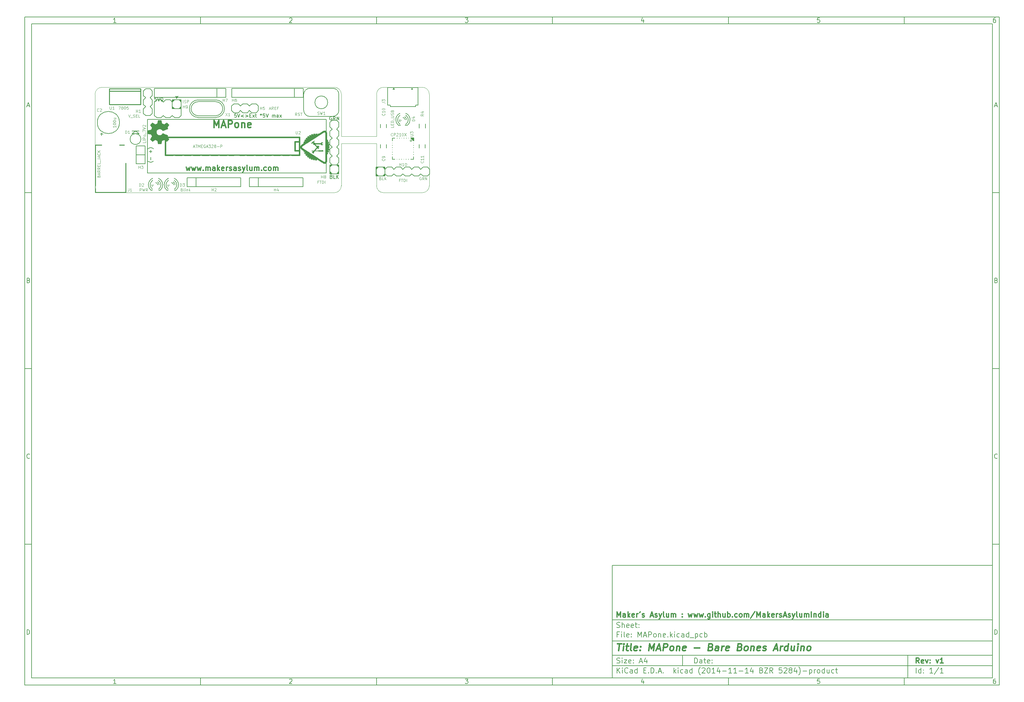
<source format=gbr>
G04 #@! TF.FileFunction,Legend,Top*
%FSLAX46Y46*%
G04 Gerber Fmt 4.6, Leading zero omitted, Abs format (unit mm)*
G04 Created by KiCad (PCBNEW (2014-11-14 BZR 5284)-product) date Mon Dec  1 14:26:38 2014*
%MOMM*%
G01*
G04 APERTURE LIST*
%ADD10C,0.100000*%
%ADD11C,0.150000*%
%ADD12C,0.300000*%
%ADD13C,0.400000*%
%ADD14C,0.254000*%
%ADD15C,0.152400*%
%ADD16C,0.381000*%
%ADD17C,0.127000*%
%ADD18C,0.200660*%
%ADD19C,0.002540*%
%ADD20C,1.778000*%
%ADD21R,1.778000X1.778000*%
%ADD22R,2.540000X2.540000*%
%ADD23C,2.540000*%
%ADD24C,3.048000*%
%ADD25R,4.572000X3.048000*%
%ADD26O,4.572000X3.048000*%
%ADD27O,3.048000X4.572000*%
%ADD28C,1.524000*%
%ADD29R,1.524000X1.524000*%
%ADD30O,1.727200X2.032000*%
%ADD31R,1.727200X2.032000*%
%ADD32C,1.676400*%
%ADD33R,1.676400X1.676400*%
%ADD34O,1.574800X2.286000*%
%ADD35R,1.574800X2.286000*%
%ADD36C,1.905000*%
%ADD37C,1.501140*%
%ADD38R,1.501140X1.501140*%
%ADD39C,1.998980*%
%ADD40R,1.998980X1.998980*%
%ADD41R,1.250000X1.500000*%
%ADD42R,0.406400X1.371600*%
%ADD43R,1.600200X1.422400*%
%ADD44R,1.905000X1.905000*%
%ADD45R,1.300000X1.500000*%
%ADD46R,0.492760X0.942340*%
%ADD47R,0.942340X0.492760*%
%ADD48R,2.042160X2.042160*%
G04 APERTURE END LIST*
D10*
D11*
X177002200Y-166007200D02*
X177002200Y-198007200D01*
X285002200Y-198007200D01*
X285002200Y-166007200D01*
X177002200Y-166007200D01*
D10*
D11*
X10000000Y-10000000D02*
X10000000Y-200007200D01*
X287002200Y-200007200D01*
X287002200Y-10000000D01*
X10000000Y-10000000D01*
D10*
D11*
X12000000Y-12000000D02*
X12000000Y-198007200D01*
X285002200Y-198007200D01*
X285002200Y-12000000D01*
X12000000Y-12000000D01*
D10*
D11*
X60000000Y-12000000D02*
X60000000Y-10000000D01*
D10*
D11*
X110000000Y-12000000D02*
X110000000Y-10000000D01*
D10*
D11*
X160000000Y-12000000D02*
X160000000Y-10000000D01*
D10*
D11*
X210000000Y-12000000D02*
X210000000Y-10000000D01*
D10*
D11*
X260000000Y-12000000D02*
X260000000Y-10000000D01*
D10*
D11*
X35990476Y-11588095D02*
X35247619Y-11588095D01*
X35619048Y-11588095D02*
X35619048Y-10288095D01*
X35495238Y-10473810D01*
X35371429Y-10597619D01*
X35247619Y-10659524D01*
D10*
D11*
X85247619Y-10411905D02*
X85309524Y-10350000D01*
X85433333Y-10288095D01*
X85742857Y-10288095D01*
X85866667Y-10350000D01*
X85928571Y-10411905D01*
X85990476Y-10535714D01*
X85990476Y-10659524D01*
X85928571Y-10845238D01*
X85185714Y-11588095D01*
X85990476Y-11588095D01*
D10*
D11*
X135185714Y-10288095D02*
X135990476Y-10288095D01*
X135557143Y-10783333D01*
X135742857Y-10783333D01*
X135866667Y-10845238D01*
X135928571Y-10907143D01*
X135990476Y-11030952D01*
X135990476Y-11340476D01*
X135928571Y-11464286D01*
X135866667Y-11526190D01*
X135742857Y-11588095D01*
X135371429Y-11588095D01*
X135247619Y-11526190D01*
X135185714Y-11464286D01*
D10*
D11*
X185866667Y-10721429D02*
X185866667Y-11588095D01*
X185557143Y-10226190D02*
X185247619Y-11154762D01*
X186052381Y-11154762D01*
D10*
D11*
X235928571Y-10288095D02*
X235309524Y-10288095D01*
X235247619Y-10907143D01*
X235309524Y-10845238D01*
X235433333Y-10783333D01*
X235742857Y-10783333D01*
X235866667Y-10845238D01*
X235928571Y-10907143D01*
X235990476Y-11030952D01*
X235990476Y-11340476D01*
X235928571Y-11464286D01*
X235866667Y-11526190D01*
X235742857Y-11588095D01*
X235433333Y-11588095D01*
X235309524Y-11526190D01*
X235247619Y-11464286D01*
D10*
D11*
X285866667Y-10288095D02*
X285619048Y-10288095D01*
X285495238Y-10350000D01*
X285433333Y-10411905D01*
X285309524Y-10597619D01*
X285247619Y-10845238D01*
X285247619Y-11340476D01*
X285309524Y-11464286D01*
X285371429Y-11526190D01*
X285495238Y-11588095D01*
X285742857Y-11588095D01*
X285866667Y-11526190D01*
X285928571Y-11464286D01*
X285990476Y-11340476D01*
X285990476Y-11030952D01*
X285928571Y-10907143D01*
X285866667Y-10845238D01*
X285742857Y-10783333D01*
X285495238Y-10783333D01*
X285371429Y-10845238D01*
X285309524Y-10907143D01*
X285247619Y-11030952D01*
D10*
D11*
X60000000Y-198007200D02*
X60000000Y-200007200D01*
D10*
D11*
X110000000Y-198007200D02*
X110000000Y-200007200D01*
D10*
D11*
X160000000Y-198007200D02*
X160000000Y-200007200D01*
D10*
D11*
X210000000Y-198007200D02*
X210000000Y-200007200D01*
D10*
D11*
X260000000Y-198007200D02*
X260000000Y-200007200D01*
D10*
D11*
X35990476Y-199595295D02*
X35247619Y-199595295D01*
X35619048Y-199595295D02*
X35619048Y-198295295D01*
X35495238Y-198481010D01*
X35371429Y-198604819D01*
X35247619Y-198666724D01*
D10*
D11*
X85247619Y-198419105D02*
X85309524Y-198357200D01*
X85433333Y-198295295D01*
X85742857Y-198295295D01*
X85866667Y-198357200D01*
X85928571Y-198419105D01*
X85990476Y-198542914D01*
X85990476Y-198666724D01*
X85928571Y-198852438D01*
X85185714Y-199595295D01*
X85990476Y-199595295D01*
D10*
D11*
X135185714Y-198295295D02*
X135990476Y-198295295D01*
X135557143Y-198790533D01*
X135742857Y-198790533D01*
X135866667Y-198852438D01*
X135928571Y-198914343D01*
X135990476Y-199038152D01*
X135990476Y-199347676D01*
X135928571Y-199471486D01*
X135866667Y-199533390D01*
X135742857Y-199595295D01*
X135371429Y-199595295D01*
X135247619Y-199533390D01*
X135185714Y-199471486D01*
D10*
D11*
X185866667Y-198728629D02*
X185866667Y-199595295D01*
X185557143Y-198233390D02*
X185247619Y-199161962D01*
X186052381Y-199161962D01*
D10*
D11*
X235928571Y-198295295D02*
X235309524Y-198295295D01*
X235247619Y-198914343D01*
X235309524Y-198852438D01*
X235433333Y-198790533D01*
X235742857Y-198790533D01*
X235866667Y-198852438D01*
X235928571Y-198914343D01*
X235990476Y-199038152D01*
X235990476Y-199347676D01*
X235928571Y-199471486D01*
X235866667Y-199533390D01*
X235742857Y-199595295D01*
X235433333Y-199595295D01*
X235309524Y-199533390D01*
X235247619Y-199471486D01*
D10*
D11*
X285866667Y-198295295D02*
X285619048Y-198295295D01*
X285495238Y-198357200D01*
X285433333Y-198419105D01*
X285309524Y-198604819D01*
X285247619Y-198852438D01*
X285247619Y-199347676D01*
X285309524Y-199471486D01*
X285371429Y-199533390D01*
X285495238Y-199595295D01*
X285742857Y-199595295D01*
X285866667Y-199533390D01*
X285928571Y-199471486D01*
X285990476Y-199347676D01*
X285990476Y-199038152D01*
X285928571Y-198914343D01*
X285866667Y-198852438D01*
X285742857Y-198790533D01*
X285495238Y-198790533D01*
X285371429Y-198852438D01*
X285309524Y-198914343D01*
X285247619Y-199038152D01*
D10*
D11*
X10000000Y-60000000D02*
X12000000Y-60000000D01*
D10*
D11*
X10000000Y-110000000D02*
X12000000Y-110000000D01*
D10*
D11*
X10000000Y-160000000D02*
X12000000Y-160000000D01*
D10*
D11*
X10690476Y-35216667D02*
X11309524Y-35216667D01*
X10566667Y-35588095D02*
X11000000Y-34288095D01*
X11433333Y-35588095D01*
D10*
D11*
X11092857Y-84907143D02*
X11278571Y-84969048D01*
X11340476Y-85030952D01*
X11402381Y-85154762D01*
X11402381Y-85340476D01*
X11340476Y-85464286D01*
X11278571Y-85526190D01*
X11154762Y-85588095D01*
X10659524Y-85588095D01*
X10659524Y-84288095D01*
X11092857Y-84288095D01*
X11216667Y-84350000D01*
X11278571Y-84411905D01*
X11340476Y-84535714D01*
X11340476Y-84659524D01*
X11278571Y-84783333D01*
X11216667Y-84845238D01*
X11092857Y-84907143D01*
X10659524Y-84907143D01*
D10*
D11*
X11402381Y-135464286D02*
X11340476Y-135526190D01*
X11154762Y-135588095D01*
X11030952Y-135588095D01*
X10845238Y-135526190D01*
X10721429Y-135402381D01*
X10659524Y-135278571D01*
X10597619Y-135030952D01*
X10597619Y-134845238D01*
X10659524Y-134597619D01*
X10721429Y-134473810D01*
X10845238Y-134350000D01*
X11030952Y-134288095D01*
X11154762Y-134288095D01*
X11340476Y-134350000D01*
X11402381Y-134411905D01*
D10*
D11*
X10659524Y-185588095D02*
X10659524Y-184288095D01*
X10969048Y-184288095D01*
X11154762Y-184350000D01*
X11278571Y-184473810D01*
X11340476Y-184597619D01*
X11402381Y-184845238D01*
X11402381Y-185030952D01*
X11340476Y-185278571D01*
X11278571Y-185402381D01*
X11154762Y-185526190D01*
X10969048Y-185588095D01*
X10659524Y-185588095D01*
D10*
D11*
X287002200Y-60000000D02*
X285002200Y-60000000D01*
D10*
D11*
X287002200Y-110000000D02*
X285002200Y-110000000D01*
D10*
D11*
X287002200Y-160000000D02*
X285002200Y-160000000D01*
D10*
D11*
X285692676Y-35216667D02*
X286311724Y-35216667D01*
X285568867Y-35588095D02*
X286002200Y-34288095D01*
X286435533Y-35588095D01*
D10*
D11*
X286095057Y-84907143D02*
X286280771Y-84969048D01*
X286342676Y-85030952D01*
X286404581Y-85154762D01*
X286404581Y-85340476D01*
X286342676Y-85464286D01*
X286280771Y-85526190D01*
X286156962Y-85588095D01*
X285661724Y-85588095D01*
X285661724Y-84288095D01*
X286095057Y-84288095D01*
X286218867Y-84350000D01*
X286280771Y-84411905D01*
X286342676Y-84535714D01*
X286342676Y-84659524D01*
X286280771Y-84783333D01*
X286218867Y-84845238D01*
X286095057Y-84907143D01*
X285661724Y-84907143D01*
D10*
D11*
X286404581Y-135464286D02*
X286342676Y-135526190D01*
X286156962Y-135588095D01*
X286033152Y-135588095D01*
X285847438Y-135526190D01*
X285723629Y-135402381D01*
X285661724Y-135278571D01*
X285599819Y-135030952D01*
X285599819Y-134845238D01*
X285661724Y-134597619D01*
X285723629Y-134473810D01*
X285847438Y-134350000D01*
X286033152Y-134288095D01*
X286156962Y-134288095D01*
X286342676Y-134350000D01*
X286404581Y-134411905D01*
D10*
D11*
X285661724Y-185588095D02*
X285661724Y-184288095D01*
X285971248Y-184288095D01*
X286156962Y-184350000D01*
X286280771Y-184473810D01*
X286342676Y-184597619D01*
X286404581Y-184845238D01*
X286404581Y-185030952D01*
X286342676Y-185278571D01*
X286280771Y-185402381D01*
X286156962Y-185526190D01*
X285971248Y-185588095D01*
X285661724Y-185588095D01*
D10*
D11*
X200359343Y-193785771D02*
X200359343Y-192285771D01*
X200716486Y-192285771D01*
X200930771Y-192357200D01*
X201073629Y-192500057D01*
X201145057Y-192642914D01*
X201216486Y-192928629D01*
X201216486Y-193142914D01*
X201145057Y-193428629D01*
X201073629Y-193571486D01*
X200930771Y-193714343D01*
X200716486Y-193785771D01*
X200359343Y-193785771D01*
X202502200Y-193785771D02*
X202502200Y-193000057D01*
X202430771Y-192857200D01*
X202287914Y-192785771D01*
X202002200Y-192785771D01*
X201859343Y-192857200D01*
X202502200Y-193714343D02*
X202359343Y-193785771D01*
X202002200Y-193785771D01*
X201859343Y-193714343D01*
X201787914Y-193571486D01*
X201787914Y-193428629D01*
X201859343Y-193285771D01*
X202002200Y-193214343D01*
X202359343Y-193214343D01*
X202502200Y-193142914D01*
X203002200Y-192785771D02*
X203573629Y-192785771D01*
X203216486Y-192285771D02*
X203216486Y-193571486D01*
X203287914Y-193714343D01*
X203430772Y-193785771D01*
X203573629Y-193785771D01*
X204645057Y-193714343D02*
X204502200Y-193785771D01*
X204216486Y-193785771D01*
X204073629Y-193714343D01*
X204002200Y-193571486D01*
X204002200Y-193000057D01*
X204073629Y-192857200D01*
X204216486Y-192785771D01*
X204502200Y-192785771D01*
X204645057Y-192857200D01*
X204716486Y-193000057D01*
X204716486Y-193142914D01*
X204002200Y-193285771D01*
X205359343Y-193642914D02*
X205430771Y-193714343D01*
X205359343Y-193785771D01*
X205287914Y-193714343D01*
X205359343Y-193642914D01*
X205359343Y-193785771D01*
X205359343Y-192857200D02*
X205430771Y-192928629D01*
X205359343Y-193000057D01*
X205287914Y-192928629D01*
X205359343Y-192857200D01*
X205359343Y-193000057D01*
D10*
D11*
X177002200Y-194507200D02*
X285002200Y-194507200D01*
D10*
D11*
X178359343Y-196585771D02*
X178359343Y-195085771D01*
X179216486Y-196585771D02*
X178573629Y-195728629D01*
X179216486Y-195085771D02*
X178359343Y-195942914D01*
X179859343Y-196585771D02*
X179859343Y-195585771D01*
X179859343Y-195085771D02*
X179787914Y-195157200D01*
X179859343Y-195228629D01*
X179930771Y-195157200D01*
X179859343Y-195085771D01*
X179859343Y-195228629D01*
X181430772Y-196442914D02*
X181359343Y-196514343D01*
X181145057Y-196585771D01*
X181002200Y-196585771D01*
X180787915Y-196514343D01*
X180645057Y-196371486D01*
X180573629Y-196228629D01*
X180502200Y-195942914D01*
X180502200Y-195728629D01*
X180573629Y-195442914D01*
X180645057Y-195300057D01*
X180787915Y-195157200D01*
X181002200Y-195085771D01*
X181145057Y-195085771D01*
X181359343Y-195157200D01*
X181430772Y-195228629D01*
X182716486Y-196585771D02*
X182716486Y-195800057D01*
X182645057Y-195657200D01*
X182502200Y-195585771D01*
X182216486Y-195585771D01*
X182073629Y-195657200D01*
X182716486Y-196514343D02*
X182573629Y-196585771D01*
X182216486Y-196585771D01*
X182073629Y-196514343D01*
X182002200Y-196371486D01*
X182002200Y-196228629D01*
X182073629Y-196085771D01*
X182216486Y-196014343D01*
X182573629Y-196014343D01*
X182716486Y-195942914D01*
X184073629Y-196585771D02*
X184073629Y-195085771D01*
X184073629Y-196514343D02*
X183930772Y-196585771D01*
X183645058Y-196585771D01*
X183502200Y-196514343D01*
X183430772Y-196442914D01*
X183359343Y-196300057D01*
X183359343Y-195871486D01*
X183430772Y-195728629D01*
X183502200Y-195657200D01*
X183645058Y-195585771D01*
X183930772Y-195585771D01*
X184073629Y-195657200D01*
X185930772Y-195800057D02*
X186430772Y-195800057D01*
X186645058Y-196585771D02*
X185930772Y-196585771D01*
X185930772Y-195085771D01*
X186645058Y-195085771D01*
X187287915Y-196442914D02*
X187359343Y-196514343D01*
X187287915Y-196585771D01*
X187216486Y-196514343D01*
X187287915Y-196442914D01*
X187287915Y-196585771D01*
X188002201Y-196585771D02*
X188002201Y-195085771D01*
X188359344Y-195085771D01*
X188573629Y-195157200D01*
X188716487Y-195300057D01*
X188787915Y-195442914D01*
X188859344Y-195728629D01*
X188859344Y-195942914D01*
X188787915Y-196228629D01*
X188716487Y-196371486D01*
X188573629Y-196514343D01*
X188359344Y-196585771D01*
X188002201Y-196585771D01*
X189502201Y-196442914D02*
X189573629Y-196514343D01*
X189502201Y-196585771D01*
X189430772Y-196514343D01*
X189502201Y-196442914D01*
X189502201Y-196585771D01*
X190145058Y-196157200D02*
X190859344Y-196157200D01*
X190002201Y-196585771D02*
X190502201Y-195085771D01*
X191002201Y-196585771D01*
X191502201Y-196442914D02*
X191573629Y-196514343D01*
X191502201Y-196585771D01*
X191430772Y-196514343D01*
X191502201Y-196442914D01*
X191502201Y-196585771D01*
X194502201Y-196585771D02*
X194502201Y-195085771D01*
X194645058Y-196014343D02*
X195073629Y-196585771D01*
X195073629Y-195585771D02*
X194502201Y-196157200D01*
X195716487Y-196585771D02*
X195716487Y-195585771D01*
X195716487Y-195085771D02*
X195645058Y-195157200D01*
X195716487Y-195228629D01*
X195787915Y-195157200D01*
X195716487Y-195085771D01*
X195716487Y-195228629D01*
X197073630Y-196514343D02*
X196930773Y-196585771D01*
X196645059Y-196585771D01*
X196502201Y-196514343D01*
X196430773Y-196442914D01*
X196359344Y-196300057D01*
X196359344Y-195871486D01*
X196430773Y-195728629D01*
X196502201Y-195657200D01*
X196645059Y-195585771D01*
X196930773Y-195585771D01*
X197073630Y-195657200D01*
X198359344Y-196585771D02*
X198359344Y-195800057D01*
X198287915Y-195657200D01*
X198145058Y-195585771D01*
X197859344Y-195585771D01*
X197716487Y-195657200D01*
X198359344Y-196514343D02*
X198216487Y-196585771D01*
X197859344Y-196585771D01*
X197716487Y-196514343D01*
X197645058Y-196371486D01*
X197645058Y-196228629D01*
X197716487Y-196085771D01*
X197859344Y-196014343D01*
X198216487Y-196014343D01*
X198359344Y-195942914D01*
X199716487Y-196585771D02*
X199716487Y-195085771D01*
X199716487Y-196514343D02*
X199573630Y-196585771D01*
X199287916Y-196585771D01*
X199145058Y-196514343D01*
X199073630Y-196442914D01*
X199002201Y-196300057D01*
X199002201Y-195871486D01*
X199073630Y-195728629D01*
X199145058Y-195657200D01*
X199287916Y-195585771D01*
X199573630Y-195585771D01*
X199716487Y-195657200D01*
X202002201Y-197157200D02*
X201930773Y-197085771D01*
X201787916Y-196871486D01*
X201716487Y-196728629D01*
X201645058Y-196514343D01*
X201573630Y-196157200D01*
X201573630Y-195871486D01*
X201645058Y-195514343D01*
X201716487Y-195300057D01*
X201787916Y-195157200D01*
X201930773Y-194942914D01*
X202002201Y-194871486D01*
X202502201Y-195228629D02*
X202573630Y-195157200D01*
X202716487Y-195085771D01*
X203073630Y-195085771D01*
X203216487Y-195157200D01*
X203287916Y-195228629D01*
X203359344Y-195371486D01*
X203359344Y-195514343D01*
X203287916Y-195728629D01*
X202430773Y-196585771D01*
X203359344Y-196585771D01*
X204287915Y-195085771D02*
X204430772Y-195085771D01*
X204573629Y-195157200D01*
X204645058Y-195228629D01*
X204716487Y-195371486D01*
X204787915Y-195657200D01*
X204787915Y-196014343D01*
X204716487Y-196300057D01*
X204645058Y-196442914D01*
X204573629Y-196514343D01*
X204430772Y-196585771D01*
X204287915Y-196585771D01*
X204145058Y-196514343D01*
X204073629Y-196442914D01*
X204002201Y-196300057D01*
X203930772Y-196014343D01*
X203930772Y-195657200D01*
X204002201Y-195371486D01*
X204073629Y-195228629D01*
X204145058Y-195157200D01*
X204287915Y-195085771D01*
X206216486Y-196585771D02*
X205359343Y-196585771D01*
X205787915Y-196585771D02*
X205787915Y-195085771D01*
X205645058Y-195300057D01*
X205502200Y-195442914D01*
X205359343Y-195514343D01*
X207502200Y-195585771D02*
X207502200Y-196585771D01*
X207145057Y-195014343D02*
X206787914Y-196085771D01*
X207716486Y-196085771D01*
X208287914Y-196014343D02*
X209430771Y-196014343D01*
X210930771Y-196585771D02*
X210073628Y-196585771D01*
X210502200Y-196585771D02*
X210502200Y-195085771D01*
X210359343Y-195300057D01*
X210216485Y-195442914D01*
X210073628Y-195514343D01*
X212359342Y-196585771D02*
X211502199Y-196585771D01*
X211930771Y-196585771D02*
X211930771Y-195085771D01*
X211787914Y-195300057D01*
X211645056Y-195442914D01*
X211502199Y-195514343D01*
X213002199Y-196014343D02*
X214145056Y-196014343D01*
X215645056Y-196585771D02*
X214787913Y-196585771D01*
X215216485Y-196585771D02*
X215216485Y-195085771D01*
X215073628Y-195300057D01*
X214930770Y-195442914D01*
X214787913Y-195514343D01*
X216930770Y-195585771D02*
X216930770Y-196585771D01*
X216573627Y-195014343D02*
X216216484Y-196085771D01*
X217145056Y-196085771D01*
X219359341Y-195800057D02*
X219573627Y-195871486D01*
X219645055Y-195942914D01*
X219716484Y-196085771D01*
X219716484Y-196300057D01*
X219645055Y-196442914D01*
X219573627Y-196514343D01*
X219430769Y-196585771D01*
X218859341Y-196585771D01*
X218859341Y-195085771D01*
X219359341Y-195085771D01*
X219502198Y-195157200D01*
X219573627Y-195228629D01*
X219645055Y-195371486D01*
X219645055Y-195514343D01*
X219573627Y-195657200D01*
X219502198Y-195728629D01*
X219359341Y-195800057D01*
X218859341Y-195800057D01*
X220216484Y-195085771D02*
X221216484Y-195085771D01*
X220216484Y-196585771D01*
X221216484Y-196585771D01*
X222645055Y-196585771D02*
X222145055Y-195871486D01*
X221787912Y-196585771D02*
X221787912Y-195085771D01*
X222359340Y-195085771D01*
X222502198Y-195157200D01*
X222573626Y-195228629D01*
X222645055Y-195371486D01*
X222645055Y-195585771D01*
X222573626Y-195728629D01*
X222502198Y-195800057D01*
X222359340Y-195871486D01*
X221787912Y-195871486D01*
X225145055Y-195085771D02*
X224430769Y-195085771D01*
X224359340Y-195800057D01*
X224430769Y-195728629D01*
X224573626Y-195657200D01*
X224930769Y-195657200D01*
X225073626Y-195728629D01*
X225145055Y-195800057D01*
X225216483Y-195942914D01*
X225216483Y-196300057D01*
X225145055Y-196442914D01*
X225073626Y-196514343D01*
X224930769Y-196585771D01*
X224573626Y-196585771D01*
X224430769Y-196514343D01*
X224359340Y-196442914D01*
X225787911Y-195228629D02*
X225859340Y-195157200D01*
X226002197Y-195085771D01*
X226359340Y-195085771D01*
X226502197Y-195157200D01*
X226573626Y-195228629D01*
X226645054Y-195371486D01*
X226645054Y-195514343D01*
X226573626Y-195728629D01*
X225716483Y-196585771D01*
X226645054Y-196585771D01*
X227502197Y-195728629D02*
X227359339Y-195657200D01*
X227287911Y-195585771D01*
X227216482Y-195442914D01*
X227216482Y-195371486D01*
X227287911Y-195228629D01*
X227359339Y-195157200D01*
X227502197Y-195085771D01*
X227787911Y-195085771D01*
X227930768Y-195157200D01*
X228002197Y-195228629D01*
X228073625Y-195371486D01*
X228073625Y-195442914D01*
X228002197Y-195585771D01*
X227930768Y-195657200D01*
X227787911Y-195728629D01*
X227502197Y-195728629D01*
X227359339Y-195800057D01*
X227287911Y-195871486D01*
X227216482Y-196014343D01*
X227216482Y-196300057D01*
X227287911Y-196442914D01*
X227359339Y-196514343D01*
X227502197Y-196585771D01*
X227787911Y-196585771D01*
X227930768Y-196514343D01*
X228002197Y-196442914D01*
X228073625Y-196300057D01*
X228073625Y-196014343D01*
X228002197Y-195871486D01*
X227930768Y-195800057D01*
X227787911Y-195728629D01*
X229359339Y-195585771D02*
X229359339Y-196585771D01*
X229002196Y-195014343D02*
X228645053Y-196085771D01*
X229573625Y-196085771D01*
X230002196Y-197157200D02*
X230073624Y-197085771D01*
X230216481Y-196871486D01*
X230287910Y-196728629D01*
X230359339Y-196514343D01*
X230430767Y-196157200D01*
X230430767Y-195871486D01*
X230359339Y-195514343D01*
X230287910Y-195300057D01*
X230216481Y-195157200D01*
X230073624Y-194942914D01*
X230002196Y-194871486D01*
X231145053Y-196014343D02*
X232287910Y-196014343D01*
X233002196Y-195585771D02*
X233002196Y-197085771D01*
X233002196Y-195657200D02*
X233145053Y-195585771D01*
X233430767Y-195585771D01*
X233573624Y-195657200D01*
X233645053Y-195728629D01*
X233716482Y-195871486D01*
X233716482Y-196300057D01*
X233645053Y-196442914D01*
X233573624Y-196514343D01*
X233430767Y-196585771D01*
X233145053Y-196585771D01*
X233002196Y-196514343D01*
X234359339Y-196585771D02*
X234359339Y-195585771D01*
X234359339Y-195871486D02*
X234430767Y-195728629D01*
X234502196Y-195657200D01*
X234645053Y-195585771D01*
X234787910Y-195585771D01*
X235502196Y-196585771D02*
X235359338Y-196514343D01*
X235287910Y-196442914D01*
X235216481Y-196300057D01*
X235216481Y-195871486D01*
X235287910Y-195728629D01*
X235359338Y-195657200D01*
X235502196Y-195585771D01*
X235716481Y-195585771D01*
X235859338Y-195657200D01*
X235930767Y-195728629D01*
X236002196Y-195871486D01*
X236002196Y-196300057D01*
X235930767Y-196442914D01*
X235859338Y-196514343D01*
X235716481Y-196585771D01*
X235502196Y-196585771D01*
X237287910Y-196585771D02*
X237287910Y-195085771D01*
X237287910Y-196514343D02*
X237145053Y-196585771D01*
X236859339Y-196585771D01*
X236716481Y-196514343D01*
X236645053Y-196442914D01*
X236573624Y-196300057D01*
X236573624Y-195871486D01*
X236645053Y-195728629D01*
X236716481Y-195657200D01*
X236859339Y-195585771D01*
X237145053Y-195585771D01*
X237287910Y-195657200D01*
X238645053Y-195585771D02*
X238645053Y-196585771D01*
X238002196Y-195585771D02*
X238002196Y-196371486D01*
X238073624Y-196514343D01*
X238216482Y-196585771D01*
X238430767Y-196585771D01*
X238573624Y-196514343D01*
X238645053Y-196442914D01*
X240002196Y-196514343D02*
X239859339Y-196585771D01*
X239573625Y-196585771D01*
X239430767Y-196514343D01*
X239359339Y-196442914D01*
X239287910Y-196300057D01*
X239287910Y-195871486D01*
X239359339Y-195728629D01*
X239430767Y-195657200D01*
X239573625Y-195585771D01*
X239859339Y-195585771D01*
X240002196Y-195657200D01*
X240430767Y-195585771D02*
X241002196Y-195585771D01*
X240645053Y-195085771D02*
X240645053Y-196371486D01*
X240716481Y-196514343D01*
X240859339Y-196585771D01*
X241002196Y-196585771D01*
D10*
D11*
X177002200Y-191507200D02*
X285002200Y-191507200D01*
D10*
D12*
X264216486Y-193785771D02*
X263716486Y-193071486D01*
X263359343Y-193785771D02*
X263359343Y-192285771D01*
X263930771Y-192285771D01*
X264073629Y-192357200D01*
X264145057Y-192428629D01*
X264216486Y-192571486D01*
X264216486Y-192785771D01*
X264145057Y-192928629D01*
X264073629Y-193000057D01*
X263930771Y-193071486D01*
X263359343Y-193071486D01*
X265430771Y-193714343D02*
X265287914Y-193785771D01*
X265002200Y-193785771D01*
X264859343Y-193714343D01*
X264787914Y-193571486D01*
X264787914Y-193000057D01*
X264859343Y-192857200D01*
X265002200Y-192785771D01*
X265287914Y-192785771D01*
X265430771Y-192857200D01*
X265502200Y-193000057D01*
X265502200Y-193142914D01*
X264787914Y-193285771D01*
X266002200Y-192785771D02*
X266359343Y-193785771D01*
X266716485Y-192785771D01*
X267287914Y-193642914D02*
X267359342Y-193714343D01*
X267287914Y-193785771D01*
X267216485Y-193714343D01*
X267287914Y-193642914D01*
X267287914Y-193785771D01*
X267287914Y-192857200D02*
X267359342Y-192928629D01*
X267287914Y-193000057D01*
X267216485Y-192928629D01*
X267287914Y-192857200D01*
X267287914Y-193000057D01*
X269002200Y-192785771D02*
X269359343Y-193785771D01*
X269716485Y-192785771D01*
X271073628Y-193785771D02*
X270216485Y-193785771D01*
X270645057Y-193785771D02*
X270645057Y-192285771D01*
X270502200Y-192500057D01*
X270359342Y-192642914D01*
X270216485Y-192714343D01*
D10*
D11*
X178287914Y-193714343D02*
X178502200Y-193785771D01*
X178859343Y-193785771D01*
X179002200Y-193714343D01*
X179073629Y-193642914D01*
X179145057Y-193500057D01*
X179145057Y-193357200D01*
X179073629Y-193214343D01*
X179002200Y-193142914D01*
X178859343Y-193071486D01*
X178573629Y-193000057D01*
X178430771Y-192928629D01*
X178359343Y-192857200D01*
X178287914Y-192714343D01*
X178287914Y-192571486D01*
X178359343Y-192428629D01*
X178430771Y-192357200D01*
X178573629Y-192285771D01*
X178930771Y-192285771D01*
X179145057Y-192357200D01*
X179787914Y-193785771D02*
X179787914Y-192785771D01*
X179787914Y-192285771D02*
X179716485Y-192357200D01*
X179787914Y-192428629D01*
X179859342Y-192357200D01*
X179787914Y-192285771D01*
X179787914Y-192428629D01*
X180359343Y-192785771D02*
X181145057Y-192785771D01*
X180359343Y-193785771D01*
X181145057Y-193785771D01*
X182287914Y-193714343D02*
X182145057Y-193785771D01*
X181859343Y-193785771D01*
X181716486Y-193714343D01*
X181645057Y-193571486D01*
X181645057Y-193000057D01*
X181716486Y-192857200D01*
X181859343Y-192785771D01*
X182145057Y-192785771D01*
X182287914Y-192857200D01*
X182359343Y-193000057D01*
X182359343Y-193142914D01*
X181645057Y-193285771D01*
X183002200Y-193642914D02*
X183073628Y-193714343D01*
X183002200Y-193785771D01*
X182930771Y-193714343D01*
X183002200Y-193642914D01*
X183002200Y-193785771D01*
X183002200Y-192857200D02*
X183073628Y-192928629D01*
X183002200Y-193000057D01*
X182930771Y-192928629D01*
X183002200Y-192857200D01*
X183002200Y-193000057D01*
X184787914Y-193357200D02*
X185502200Y-193357200D01*
X184645057Y-193785771D02*
X185145057Y-192285771D01*
X185645057Y-193785771D01*
X186787914Y-192785771D02*
X186787914Y-193785771D01*
X186430771Y-192214343D02*
X186073628Y-193285771D01*
X187002200Y-193285771D01*
D10*
D11*
X263359343Y-196585771D02*
X263359343Y-195085771D01*
X264716486Y-196585771D02*
X264716486Y-195085771D01*
X264716486Y-196514343D02*
X264573629Y-196585771D01*
X264287915Y-196585771D01*
X264145057Y-196514343D01*
X264073629Y-196442914D01*
X264002200Y-196300057D01*
X264002200Y-195871486D01*
X264073629Y-195728629D01*
X264145057Y-195657200D01*
X264287915Y-195585771D01*
X264573629Y-195585771D01*
X264716486Y-195657200D01*
X265430772Y-196442914D02*
X265502200Y-196514343D01*
X265430772Y-196585771D01*
X265359343Y-196514343D01*
X265430772Y-196442914D01*
X265430772Y-196585771D01*
X265430772Y-195657200D02*
X265502200Y-195728629D01*
X265430772Y-195800057D01*
X265359343Y-195728629D01*
X265430772Y-195657200D01*
X265430772Y-195800057D01*
X268073629Y-196585771D02*
X267216486Y-196585771D01*
X267645058Y-196585771D02*
X267645058Y-195085771D01*
X267502201Y-195300057D01*
X267359343Y-195442914D01*
X267216486Y-195514343D01*
X269787914Y-195014343D02*
X268502200Y-196942914D01*
X271073629Y-196585771D02*
X270216486Y-196585771D01*
X270645058Y-196585771D02*
X270645058Y-195085771D01*
X270502201Y-195300057D01*
X270359343Y-195442914D01*
X270216486Y-195514343D01*
D10*
D11*
X177002200Y-187507200D02*
X285002200Y-187507200D01*
D10*
D13*
X178454581Y-188211962D02*
X179597438Y-188211962D01*
X178776010Y-190211962D02*
X179026010Y-188211962D01*
X180014105Y-190211962D02*
X180180771Y-188878629D01*
X180264105Y-188211962D02*
X180156962Y-188307200D01*
X180240295Y-188402438D01*
X180347439Y-188307200D01*
X180264105Y-188211962D01*
X180240295Y-188402438D01*
X180847438Y-188878629D02*
X181609343Y-188878629D01*
X181216486Y-188211962D02*
X181002200Y-189926248D01*
X181073630Y-190116724D01*
X181252201Y-190211962D01*
X181442677Y-190211962D01*
X182395058Y-190211962D02*
X182216487Y-190116724D01*
X182145057Y-189926248D01*
X182359343Y-188211962D01*
X183930772Y-190116724D02*
X183728391Y-190211962D01*
X183347439Y-190211962D01*
X183168867Y-190116724D01*
X183097438Y-189926248D01*
X183192676Y-189164343D01*
X183311724Y-188973867D01*
X183514105Y-188878629D01*
X183895057Y-188878629D01*
X184073629Y-188973867D01*
X184145057Y-189164343D01*
X184121248Y-189354819D01*
X183145057Y-189545295D01*
X184895057Y-190021486D02*
X184978392Y-190116724D01*
X184871248Y-190211962D01*
X184787915Y-190116724D01*
X184895057Y-190021486D01*
X184871248Y-190211962D01*
X185026010Y-188973867D02*
X185109344Y-189069105D01*
X185002200Y-189164343D01*
X184918867Y-189069105D01*
X185026010Y-188973867D01*
X185002200Y-189164343D01*
X187347439Y-190211962D02*
X187597439Y-188211962D01*
X188085534Y-189640533D01*
X188930773Y-188211962D01*
X188680773Y-190211962D01*
X189609343Y-189640533D02*
X190561724Y-189640533D01*
X189347439Y-190211962D02*
X190264106Y-188211962D01*
X190680773Y-190211962D01*
X191347439Y-190211962D02*
X191597439Y-188211962D01*
X192359344Y-188211962D01*
X192537915Y-188307200D01*
X192621249Y-188402438D01*
X192692678Y-188592914D01*
X192656963Y-188878629D01*
X192537916Y-189069105D01*
X192430772Y-189164343D01*
X192228391Y-189259581D01*
X191466486Y-189259581D01*
X193633154Y-190211962D02*
X193454583Y-190116724D01*
X193371248Y-190021486D01*
X193299820Y-189831010D01*
X193371248Y-189259581D01*
X193490296Y-189069105D01*
X193597440Y-188973867D01*
X193799820Y-188878629D01*
X194085534Y-188878629D01*
X194264106Y-188973867D01*
X194347439Y-189069105D01*
X194418867Y-189259581D01*
X194347439Y-189831010D01*
X194228391Y-190021486D01*
X194121249Y-190116724D01*
X193918868Y-190211962D01*
X193633154Y-190211962D01*
X195323629Y-188878629D02*
X195156963Y-190211962D01*
X195299820Y-189069105D02*
X195406964Y-188973867D01*
X195609344Y-188878629D01*
X195895058Y-188878629D01*
X196073630Y-188973867D01*
X196145058Y-189164343D01*
X196014106Y-190211962D01*
X197740297Y-190116724D02*
X197537916Y-190211962D01*
X197156964Y-190211962D01*
X196978392Y-190116724D01*
X196906963Y-189926248D01*
X197002201Y-189164343D01*
X197121249Y-188973867D01*
X197323630Y-188878629D01*
X197704582Y-188878629D01*
X197883154Y-188973867D01*
X197954582Y-189164343D01*
X197930773Y-189354819D01*
X196954582Y-189545295D01*
X200299821Y-189450057D02*
X201823631Y-189450057D01*
X205002202Y-189164343D02*
X205276011Y-189259581D01*
X205359346Y-189354819D01*
X205430774Y-189545295D01*
X205395060Y-189831010D01*
X205276012Y-190021486D01*
X205168869Y-190116724D01*
X204966488Y-190211962D01*
X204204583Y-190211962D01*
X204454583Y-188211962D01*
X205121250Y-188211962D01*
X205299821Y-188307200D01*
X205383154Y-188402438D01*
X205454584Y-188592914D01*
X205430774Y-188783390D01*
X205311726Y-188973867D01*
X205204583Y-189069105D01*
X205002202Y-189164343D01*
X204335535Y-189164343D01*
X207061726Y-190211962D02*
X207192678Y-189164343D01*
X207121250Y-188973867D01*
X206942678Y-188878629D01*
X206561726Y-188878629D01*
X206359345Y-188973867D01*
X207073631Y-190116724D02*
X206871250Y-190211962D01*
X206395060Y-190211962D01*
X206216488Y-190116724D01*
X206145059Y-189926248D01*
X206168869Y-189735771D01*
X206287916Y-189545295D01*
X206490298Y-189450057D01*
X206966488Y-189450057D01*
X207168869Y-189354819D01*
X208014107Y-190211962D02*
X208180773Y-188878629D01*
X208133154Y-189259581D02*
X208252203Y-189069105D01*
X208359346Y-188973867D01*
X208561726Y-188878629D01*
X208752202Y-188878629D01*
X210026012Y-190116724D02*
X209823631Y-190211962D01*
X209442679Y-190211962D01*
X209264107Y-190116724D01*
X209192678Y-189926248D01*
X209287916Y-189164343D01*
X209406964Y-188973867D01*
X209609345Y-188878629D01*
X209990297Y-188878629D01*
X210168869Y-188973867D01*
X210240297Y-189164343D01*
X210216488Y-189354819D01*
X209240297Y-189545295D01*
X213287917Y-189164343D02*
X213561726Y-189259581D01*
X213645061Y-189354819D01*
X213716489Y-189545295D01*
X213680775Y-189831010D01*
X213561727Y-190021486D01*
X213454584Y-190116724D01*
X213252203Y-190211962D01*
X212490298Y-190211962D01*
X212740298Y-188211962D01*
X213406965Y-188211962D01*
X213585536Y-188307200D01*
X213668869Y-188402438D01*
X213740299Y-188592914D01*
X213716489Y-188783390D01*
X213597441Y-188973867D01*
X213490298Y-189069105D01*
X213287917Y-189164343D01*
X212621250Y-189164343D01*
X214776013Y-190211962D02*
X214597442Y-190116724D01*
X214514107Y-190021486D01*
X214442679Y-189831010D01*
X214514107Y-189259581D01*
X214633155Y-189069105D01*
X214740299Y-188973867D01*
X214942679Y-188878629D01*
X215228393Y-188878629D01*
X215406965Y-188973867D01*
X215490298Y-189069105D01*
X215561726Y-189259581D01*
X215490298Y-189831010D01*
X215371250Y-190021486D01*
X215264108Y-190116724D01*
X215061727Y-190211962D01*
X214776013Y-190211962D01*
X216466488Y-188878629D02*
X216299822Y-190211962D01*
X216442679Y-189069105D02*
X216549823Y-188973867D01*
X216752203Y-188878629D01*
X217037917Y-188878629D01*
X217216489Y-188973867D01*
X217287917Y-189164343D01*
X217156965Y-190211962D01*
X218883156Y-190116724D02*
X218680775Y-190211962D01*
X218299823Y-190211962D01*
X218121251Y-190116724D01*
X218049822Y-189926248D01*
X218145060Y-189164343D01*
X218264108Y-188973867D01*
X218466489Y-188878629D01*
X218847441Y-188878629D01*
X219026013Y-188973867D01*
X219097441Y-189164343D01*
X219073632Y-189354819D01*
X218097441Y-189545295D01*
X219740299Y-190116724D02*
X219918871Y-190211962D01*
X220299823Y-190211962D01*
X220502204Y-190116724D01*
X220621251Y-189926248D01*
X220633156Y-189831010D01*
X220561727Y-189640533D01*
X220383156Y-189545295D01*
X220097442Y-189545295D01*
X219918870Y-189450057D01*
X219847441Y-189259581D01*
X219859346Y-189164343D01*
X219978394Y-188973867D01*
X220180775Y-188878629D01*
X220466489Y-188878629D01*
X220645061Y-188973867D01*
X222942680Y-189640533D02*
X223895061Y-189640533D01*
X222680776Y-190211962D02*
X223597443Y-188211962D01*
X224014110Y-190211962D01*
X224680776Y-190211962D02*
X224847442Y-188878629D01*
X224799823Y-189259581D02*
X224918872Y-189069105D01*
X225026015Y-188973867D01*
X225228395Y-188878629D01*
X225418871Y-188878629D01*
X226776014Y-190211962D02*
X227026014Y-188211962D01*
X226787919Y-190116724D02*
X226585538Y-190211962D01*
X226204586Y-190211962D01*
X226026015Y-190116724D01*
X225942680Y-190021486D01*
X225871252Y-189831010D01*
X225942680Y-189259581D01*
X226061728Y-189069105D01*
X226168872Y-188973867D01*
X226371252Y-188878629D01*
X226752204Y-188878629D01*
X226930776Y-188973867D01*
X228752204Y-188878629D02*
X228585538Y-190211962D01*
X227895061Y-188878629D02*
X227764109Y-189926248D01*
X227835539Y-190116724D01*
X228014110Y-190211962D01*
X228299824Y-190211962D01*
X228502205Y-190116724D01*
X228609347Y-190021486D01*
X229537919Y-190211962D02*
X229704585Y-188878629D01*
X229787919Y-188211962D02*
X229680776Y-188307200D01*
X229764109Y-188402438D01*
X229871253Y-188307200D01*
X229787919Y-188211962D01*
X229764109Y-188402438D01*
X230656966Y-188878629D02*
X230490300Y-190211962D01*
X230633157Y-189069105D02*
X230740301Y-188973867D01*
X230942681Y-188878629D01*
X231228395Y-188878629D01*
X231406967Y-188973867D01*
X231478395Y-189164343D01*
X231347443Y-190211962D01*
X232585539Y-190211962D02*
X232406968Y-190116724D01*
X232323633Y-190021486D01*
X232252205Y-189831010D01*
X232323633Y-189259581D01*
X232442681Y-189069105D01*
X232549825Y-188973867D01*
X232752205Y-188878629D01*
X233037919Y-188878629D01*
X233216491Y-188973867D01*
X233299824Y-189069105D01*
X233371252Y-189259581D01*
X233299824Y-189831010D01*
X233180776Y-190021486D01*
X233073634Y-190116724D01*
X232871253Y-190211962D01*
X232585539Y-190211962D01*
D10*
D11*
X178859343Y-185600057D02*
X178359343Y-185600057D01*
X178359343Y-186385771D02*
X178359343Y-184885771D01*
X179073629Y-184885771D01*
X179645057Y-186385771D02*
X179645057Y-185385771D01*
X179645057Y-184885771D02*
X179573628Y-184957200D01*
X179645057Y-185028629D01*
X179716485Y-184957200D01*
X179645057Y-184885771D01*
X179645057Y-185028629D01*
X180573629Y-186385771D02*
X180430771Y-186314343D01*
X180359343Y-186171486D01*
X180359343Y-184885771D01*
X181716485Y-186314343D02*
X181573628Y-186385771D01*
X181287914Y-186385771D01*
X181145057Y-186314343D01*
X181073628Y-186171486D01*
X181073628Y-185600057D01*
X181145057Y-185457200D01*
X181287914Y-185385771D01*
X181573628Y-185385771D01*
X181716485Y-185457200D01*
X181787914Y-185600057D01*
X181787914Y-185742914D01*
X181073628Y-185885771D01*
X182430771Y-186242914D02*
X182502199Y-186314343D01*
X182430771Y-186385771D01*
X182359342Y-186314343D01*
X182430771Y-186242914D01*
X182430771Y-186385771D01*
X182430771Y-185457200D02*
X182502199Y-185528629D01*
X182430771Y-185600057D01*
X182359342Y-185528629D01*
X182430771Y-185457200D01*
X182430771Y-185600057D01*
X184287914Y-186385771D02*
X184287914Y-184885771D01*
X184787914Y-185957200D01*
X185287914Y-184885771D01*
X185287914Y-186385771D01*
X185930771Y-185957200D02*
X186645057Y-185957200D01*
X185787914Y-186385771D02*
X186287914Y-184885771D01*
X186787914Y-186385771D01*
X187287914Y-186385771D02*
X187287914Y-184885771D01*
X187859342Y-184885771D01*
X188002200Y-184957200D01*
X188073628Y-185028629D01*
X188145057Y-185171486D01*
X188145057Y-185385771D01*
X188073628Y-185528629D01*
X188002200Y-185600057D01*
X187859342Y-185671486D01*
X187287914Y-185671486D01*
X189002200Y-186385771D02*
X188859342Y-186314343D01*
X188787914Y-186242914D01*
X188716485Y-186100057D01*
X188716485Y-185671486D01*
X188787914Y-185528629D01*
X188859342Y-185457200D01*
X189002200Y-185385771D01*
X189216485Y-185385771D01*
X189359342Y-185457200D01*
X189430771Y-185528629D01*
X189502200Y-185671486D01*
X189502200Y-186100057D01*
X189430771Y-186242914D01*
X189359342Y-186314343D01*
X189216485Y-186385771D01*
X189002200Y-186385771D01*
X190145057Y-185385771D02*
X190145057Y-186385771D01*
X190145057Y-185528629D02*
X190216485Y-185457200D01*
X190359343Y-185385771D01*
X190573628Y-185385771D01*
X190716485Y-185457200D01*
X190787914Y-185600057D01*
X190787914Y-186385771D01*
X192073628Y-186314343D02*
X191930771Y-186385771D01*
X191645057Y-186385771D01*
X191502200Y-186314343D01*
X191430771Y-186171486D01*
X191430771Y-185600057D01*
X191502200Y-185457200D01*
X191645057Y-185385771D01*
X191930771Y-185385771D01*
X192073628Y-185457200D01*
X192145057Y-185600057D01*
X192145057Y-185742914D01*
X191430771Y-185885771D01*
X192787914Y-186242914D02*
X192859342Y-186314343D01*
X192787914Y-186385771D01*
X192716485Y-186314343D01*
X192787914Y-186242914D01*
X192787914Y-186385771D01*
X193502200Y-186385771D02*
X193502200Y-184885771D01*
X193645057Y-185814343D02*
X194073628Y-186385771D01*
X194073628Y-185385771D02*
X193502200Y-185957200D01*
X194716486Y-186385771D02*
X194716486Y-185385771D01*
X194716486Y-184885771D02*
X194645057Y-184957200D01*
X194716486Y-185028629D01*
X194787914Y-184957200D01*
X194716486Y-184885771D01*
X194716486Y-185028629D01*
X196073629Y-186314343D02*
X195930772Y-186385771D01*
X195645058Y-186385771D01*
X195502200Y-186314343D01*
X195430772Y-186242914D01*
X195359343Y-186100057D01*
X195359343Y-185671486D01*
X195430772Y-185528629D01*
X195502200Y-185457200D01*
X195645058Y-185385771D01*
X195930772Y-185385771D01*
X196073629Y-185457200D01*
X197359343Y-186385771D02*
X197359343Y-185600057D01*
X197287914Y-185457200D01*
X197145057Y-185385771D01*
X196859343Y-185385771D01*
X196716486Y-185457200D01*
X197359343Y-186314343D02*
X197216486Y-186385771D01*
X196859343Y-186385771D01*
X196716486Y-186314343D01*
X196645057Y-186171486D01*
X196645057Y-186028629D01*
X196716486Y-185885771D01*
X196859343Y-185814343D01*
X197216486Y-185814343D01*
X197359343Y-185742914D01*
X198716486Y-186385771D02*
X198716486Y-184885771D01*
X198716486Y-186314343D02*
X198573629Y-186385771D01*
X198287915Y-186385771D01*
X198145057Y-186314343D01*
X198073629Y-186242914D01*
X198002200Y-186100057D01*
X198002200Y-185671486D01*
X198073629Y-185528629D01*
X198145057Y-185457200D01*
X198287915Y-185385771D01*
X198573629Y-185385771D01*
X198716486Y-185457200D01*
X199073629Y-186528629D02*
X200216486Y-186528629D01*
X200573629Y-185385771D02*
X200573629Y-186885771D01*
X200573629Y-185457200D02*
X200716486Y-185385771D01*
X201002200Y-185385771D01*
X201145057Y-185457200D01*
X201216486Y-185528629D01*
X201287915Y-185671486D01*
X201287915Y-186100057D01*
X201216486Y-186242914D01*
X201145057Y-186314343D01*
X201002200Y-186385771D01*
X200716486Y-186385771D01*
X200573629Y-186314343D01*
X202573629Y-186314343D02*
X202430772Y-186385771D01*
X202145058Y-186385771D01*
X202002200Y-186314343D01*
X201930772Y-186242914D01*
X201859343Y-186100057D01*
X201859343Y-185671486D01*
X201930772Y-185528629D01*
X202002200Y-185457200D01*
X202145058Y-185385771D01*
X202430772Y-185385771D01*
X202573629Y-185457200D01*
X203216486Y-186385771D02*
X203216486Y-184885771D01*
X203216486Y-185457200D02*
X203359343Y-185385771D01*
X203645057Y-185385771D01*
X203787914Y-185457200D01*
X203859343Y-185528629D01*
X203930772Y-185671486D01*
X203930772Y-186100057D01*
X203859343Y-186242914D01*
X203787914Y-186314343D01*
X203645057Y-186385771D01*
X203359343Y-186385771D01*
X203216486Y-186314343D01*
D10*
D11*
X177002200Y-181507200D02*
X285002200Y-181507200D01*
D10*
D11*
X178287914Y-183614343D02*
X178502200Y-183685771D01*
X178859343Y-183685771D01*
X179002200Y-183614343D01*
X179073629Y-183542914D01*
X179145057Y-183400057D01*
X179145057Y-183257200D01*
X179073629Y-183114343D01*
X179002200Y-183042914D01*
X178859343Y-182971486D01*
X178573629Y-182900057D01*
X178430771Y-182828629D01*
X178359343Y-182757200D01*
X178287914Y-182614343D01*
X178287914Y-182471486D01*
X178359343Y-182328629D01*
X178430771Y-182257200D01*
X178573629Y-182185771D01*
X178930771Y-182185771D01*
X179145057Y-182257200D01*
X179787914Y-183685771D02*
X179787914Y-182185771D01*
X180430771Y-183685771D02*
X180430771Y-182900057D01*
X180359342Y-182757200D01*
X180216485Y-182685771D01*
X180002200Y-182685771D01*
X179859342Y-182757200D01*
X179787914Y-182828629D01*
X181716485Y-183614343D02*
X181573628Y-183685771D01*
X181287914Y-183685771D01*
X181145057Y-183614343D01*
X181073628Y-183471486D01*
X181073628Y-182900057D01*
X181145057Y-182757200D01*
X181287914Y-182685771D01*
X181573628Y-182685771D01*
X181716485Y-182757200D01*
X181787914Y-182900057D01*
X181787914Y-183042914D01*
X181073628Y-183185771D01*
X183002199Y-183614343D02*
X182859342Y-183685771D01*
X182573628Y-183685771D01*
X182430771Y-183614343D01*
X182359342Y-183471486D01*
X182359342Y-182900057D01*
X182430771Y-182757200D01*
X182573628Y-182685771D01*
X182859342Y-182685771D01*
X183002199Y-182757200D01*
X183073628Y-182900057D01*
X183073628Y-183042914D01*
X182359342Y-183185771D01*
X183502199Y-182685771D02*
X184073628Y-182685771D01*
X183716485Y-182185771D02*
X183716485Y-183471486D01*
X183787913Y-183614343D01*
X183930771Y-183685771D01*
X184073628Y-183685771D01*
X184573628Y-183542914D02*
X184645056Y-183614343D01*
X184573628Y-183685771D01*
X184502199Y-183614343D01*
X184573628Y-183542914D01*
X184573628Y-183685771D01*
X184573628Y-182757200D02*
X184645056Y-182828629D01*
X184573628Y-182900057D01*
X184502199Y-182828629D01*
X184573628Y-182757200D01*
X184573628Y-182900057D01*
D10*
D12*
X178359343Y-180685771D02*
X178359343Y-179185771D01*
X178859343Y-180257200D01*
X179359343Y-179185771D01*
X179359343Y-180685771D01*
X180716486Y-180685771D02*
X180716486Y-179900057D01*
X180645057Y-179757200D01*
X180502200Y-179685771D01*
X180216486Y-179685771D01*
X180073629Y-179757200D01*
X180716486Y-180614343D02*
X180573629Y-180685771D01*
X180216486Y-180685771D01*
X180073629Y-180614343D01*
X180002200Y-180471486D01*
X180002200Y-180328629D01*
X180073629Y-180185771D01*
X180216486Y-180114343D01*
X180573629Y-180114343D01*
X180716486Y-180042914D01*
X181430772Y-180685771D02*
X181430772Y-179185771D01*
X181573629Y-180114343D02*
X182002200Y-180685771D01*
X182002200Y-179685771D02*
X181430772Y-180257200D01*
X183216486Y-180614343D02*
X183073629Y-180685771D01*
X182787915Y-180685771D01*
X182645058Y-180614343D01*
X182573629Y-180471486D01*
X182573629Y-179900057D01*
X182645058Y-179757200D01*
X182787915Y-179685771D01*
X183073629Y-179685771D01*
X183216486Y-179757200D01*
X183287915Y-179900057D01*
X183287915Y-180042914D01*
X182573629Y-180185771D01*
X183930772Y-180685771D02*
X183930772Y-179685771D01*
X183930772Y-179971486D02*
X184002200Y-179828629D01*
X184073629Y-179757200D01*
X184216486Y-179685771D01*
X184359343Y-179685771D01*
X184930771Y-179185771D02*
X184787914Y-179471486D01*
X185502200Y-180614343D02*
X185645057Y-180685771D01*
X185930772Y-180685771D01*
X186073629Y-180614343D01*
X186145057Y-180471486D01*
X186145057Y-180400057D01*
X186073629Y-180257200D01*
X185930772Y-180185771D01*
X185716486Y-180185771D01*
X185573629Y-180114343D01*
X185502200Y-179971486D01*
X185502200Y-179900057D01*
X185573629Y-179757200D01*
X185716486Y-179685771D01*
X185930772Y-179685771D01*
X186073629Y-179757200D01*
X187859343Y-180257200D02*
X188573629Y-180257200D01*
X187716486Y-180685771D02*
X188216486Y-179185771D01*
X188716486Y-180685771D01*
X189145057Y-180614343D02*
X189287914Y-180685771D01*
X189573629Y-180685771D01*
X189716486Y-180614343D01*
X189787914Y-180471486D01*
X189787914Y-180400057D01*
X189716486Y-180257200D01*
X189573629Y-180185771D01*
X189359343Y-180185771D01*
X189216486Y-180114343D01*
X189145057Y-179971486D01*
X189145057Y-179900057D01*
X189216486Y-179757200D01*
X189359343Y-179685771D01*
X189573629Y-179685771D01*
X189716486Y-179757200D01*
X190287915Y-179685771D02*
X190645058Y-180685771D01*
X191002200Y-179685771D02*
X190645058Y-180685771D01*
X190502200Y-181042914D01*
X190430772Y-181114343D01*
X190287915Y-181185771D01*
X191787915Y-180685771D02*
X191645057Y-180614343D01*
X191573629Y-180471486D01*
X191573629Y-179185771D01*
X193002200Y-179685771D02*
X193002200Y-180685771D01*
X192359343Y-179685771D02*
X192359343Y-180471486D01*
X192430771Y-180614343D01*
X192573629Y-180685771D01*
X192787914Y-180685771D01*
X192930771Y-180614343D01*
X193002200Y-180542914D01*
X193716486Y-180685771D02*
X193716486Y-179685771D01*
X193716486Y-179828629D02*
X193787914Y-179757200D01*
X193930772Y-179685771D01*
X194145057Y-179685771D01*
X194287914Y-179757200D01*
X194359343Y-179900057D01*
X194359343Y-180685771D01*
X194359343Y-179900057D02*
X194430772Y-179757200D01*
X194573629Y-179685771D01*
X194787914Y-179685771D01*
X194930772Y-179757200D01*
X195002200Y-179900057D01*
X195002200Y-180685771D01*
X196859343Y-180542914D02*
X196930771Y-180614343D01*
X196859343Y-180685771D01*
X196787914Y-180614343D01*
X196859343Y-180542914D01*
X196859343Y-180685771D01*
X196859343Y-179757200D02*
X196930771Y-179828629D01*
X196859343Y-179900057D01*
X196787914Y-179828629D01*
X196859343Y-179757200D01*
X196859343Y-179900057D01*
X198573629Y-179685771D02*
X198859343Y-180685771D01*
X199145057Y-179971486D01*
X199430772Y-180685771D01*
X199716486Y-179685771D01*
X200145058Y-179685771D02*
X200430772Y-180685771D01*
X200716486Y-179971486D01*
X201002201Y-180685771D01*
X201287915Y-179685771D01*
X201716487Y-179685771D02*
X202002201Y-180685771D01*
X202287915Y-179971486D01*
X202573630Y-180685771D01*
X202859344Y-179685771D01*
X203430773Y-180542914D02*
X203502201Y-180614343D01*
X203430773Y-180685771D01*
X203359344Y-180614343D01*
X203430773Y-180542914D01*
X203430773Y-180685771D01*
X204787916Y-179685771D02*
X204787916Y-180900057D01*
X204716487Y-181042914D01*
X204645059Y-181114343D01*
X204502202Y-181185771D01*
X204287916Y-181185771D01*
X204145059Y-181114343D01*
X204787916Y-180614343D02*
X204645059Y-180685771D01*
X204359345Y-180685771D01*
X204216487Y-180614343D01*
X204145059Y-180542914D01*
X204073630Y-180400057D01*
X204073630Y-179971486D01*
X204145059Y-179828629D01*
X204216487Y-179757200D01*
X204359345Y-179685771D01*
X204645059Y-179685771D01*
X204787916Y-179757200D01*
X205502202Y-180685771D02*
X205502202Y-179685771D01*
X205502202Y-179185771D02*
X205430773Y-179257200D01*
X205502202Y-179328629D01*
X205573630Y-179257200D01*
X205502202Y-179185771D01*
X205502202Y-179328629D01*
X206002202Y-179685771D02*
X206573631Y-179685771D01*
X206216488Y-179185771D02*
X206216488Y-180471486D01*
X206287916Y-180614343D01*
X206430774Y-180685771D01*
X206573631Y-180685771D01*
X207073631Y-180685771D02*
X207073631Y-179185771D01*
X207716488Y-180685771D02*
X207716488Y-179900057D01*
X207645059Y-179757200D01*
X207502202Y-179685771D01*
X207287917Y-179685771D01*
X207145059Y-179757200D01*
X207073631Y-179828629D01*
X209073631Y-179685771D02*
X209073631Y-180685771D01*
X208430774Y-179685771D02*
X208430774Y-180471486D01*
X208502202Y-180614343D01*
X208645060Y-180685771D01*
X208859345Y-180685771D01*
X209002202Y-180614343D01*
X209073631Y-180542914D01*
X209787917Y-180685771D02*
X209787917Y-179185771D01*
X209787917Y-179757200D02*
X209930774Y-179685771D01*
X210216488Y-179685771D01*
X210359345Y-179757200D01*
X210430774Y-179828629D01*
X210502203Y-179971486D01*
X210502203Y-180400057D01*
X210430774Y-180542914D01*
X210359345Y-180614343D01*
X210216488Y-180685771D01*
X209930774Y-180685771D01*
X209787917Y-180614343D01*
X211145060Y-180542914D02*
X211216488Y-180614343D01*
X211145060Y-180685771D01*
X211073631Y-180614343D01*
X211145060Y-180542914D01*
X211145060Y-180685771D01*
X212502203Y-180614343D02*
X212359346Y-180685771D01*
X212073632Y-180685771D01*
X211930774Y-180614343D01*
X211859346Y-180542914D01*
X211787917Y-180400057D01*
X211787917Y-179971486D01*
X211859346Y-179828629D01*
X211930774Y-179757200D01*
X212073632Y-179685771D01*
X212359346Y-179685771D01*
X212502203Y-179757200D01*
X213359346Y-180685771D02*
X213216488Y-180614343D01*
X213145060Y-180542914D01*
X213073631Y-180400057D01*
X213073631Y-179971486D01*
X213145060Y-179828629D01*
X213216488Y-179757200D01*
X213359346Y-179685771D01*
X213573631Y-179685771D01*
X213716488Y-179757200D01*
X213787917Y-179828629D01*
X213859346Y-179971486D01*
X213859346Y-180400057D01*
X213787917Y-180542914D01*
X213716488Y-180614343D01*
X213573631Y-180685771D01*
X213359346Y-180685771D01*
X214502203Y-180685771D02*
X214502203Y-179685771D01*
X214502203Y-179828629D02*
X214573631Y-179757200D01*
X214716489Y-179685771D01*
X214930774Y-179685771D01*
X215073631Y-179757200D01*
X215145060Y-179900057D01*
X215145060Y-180685771D01*
X215145060Y-179900057D02*
X215216489Y-179757200D01*
X215359346Y-179685771D01*
X215573631Y-179685771D01*
X215716489Y-179757200D01*
X215787917Y-179900057D01*
X215787917Y-180685771D01*
X217573631Y-179114343D02*
X216287917Y-181042914D01*
X218073632Y-180685771D02*
X218073632Y-179185771D01*
X218573632Y-180257200D01*
X219073632Y-179185771D01*
X219073632Y-180685771D01*
X220430775Y-180685771D02*
X220430775Y-179900057D01*
X220359346Y-179757200D01*
X220216489Y-179685771D01*
X219930775Y-179685771D01*
X219787918Y-179757200D01*
X220430775Y-180614343D02*
X220287918Y-180685771D01*
X219930775Y-180685771D01*
X219787918Y-180614343D01*
X219716489Y-180471486D01*
X219716489Y-180328629D01*
X219787918Y-180185771D01*
X219930775Y-180114343D01*
X220287918Y-180114343D01*
X220430775Y-180042914D01*
X221145061Y-180685771D02*
X221145061Y-179185771D01*
X221287918Y-180114343D02*
X221716489Y-180685771D01*
X221716489Y-179685771D02*
X221145061Y-180257200D01*
X222930775Y-180614343D02*
X222787918Y-180685771D01*
X222502204Y-180685771D01*
X222359347Y-180614343D01*
X222287918Y-180471486D01*
X222287918Y-179900057D01*
X222359347Y-179757200D01*
X222502204Y-179685771D01*
X222787918Y-179685771D01*
X222930775Y-179757200D01*
X223002204Y-179900057D01*
X223002204Y-180042914D01*
X222287918Y-180185771D01*
X223645061Y-180685771D02*
X223645061Y-179685771D01*
X223645061Y-179971486D02*
X223716489Y-179828629D01*
X223787918Y-179757200D01*
X223930775Y-179685771D01*
X224073632Y-179685771D01*
X224502203Y-180614343D02*
X224645060Y-180685771D01*
X224930775Y-180685771D01*
X225073632Y-180614343D01*
X225145060Y-180471486D01*
X225145060Y-180400057D01*
X225073632Y-180257200D01*
X224930775Y-180185771D01*
X224716489Y-180185771D01*
X224573632Y-180114343D01*
X224502203Y-179971486D01*
X224502203Y-179900057D01*
X224573632Y-179757200D01*
X224716489Y-179685771D01*
X224930775Y-179685771D01*
X225073632Y-179757200D01*
X225716489Y-180257200D02*
X226430775Y-180257200D01*
X225573632Y-180685771D02*
X226073632Y-179185771D01*
X226573632Y-180685771D01*
X227002203Y-180614343D02*
X227145060Y-180685771D01*
X227430775Y-180685771D01*
X227573632Y-180614343D01*
X227645060Y-180471486D01*
X227645060Y-180400057D01*
X227573632Y-180257200D01*
X227430775Y-180185771D01*
X227216489Y-180185771D01*
X227073632Y-180114343D01*
X227002203Y-179971486D01*
X227002203Y-179900057D01*
X227073632Y-179757200D01*
X227216489Y-179685771D01*
X227430775Y-179685771D01*
X227573632Y-179757200D01*
X228145061Y-179685771D02*
X228502204Y-180685771D01*
X228859346Y-179685771D02*
X228502204Y-180685771D01*
X228359346Y-181042914D01*
X228287918Y-181114343D01*
X228145061Y-181185771D01*
X229645061Y-180685771D02*
X229502203Y-180614343D01*
X229430775Y-180471486D01*
X229430775Y-179185771D01*
X230859346Y-179685771D02*
X230859346Y-180685771D01*
X230216489Y-179685771D02*
X230216489Y-180471486D01*
X230287917Y-180614343D01*
X230430775Y-180685771D01*
X230645060Y-180685771D01*
X230787917Y-180614343D01*
X230859346Y-180542914D01*
X231573632Y-180685771D02*
X231573632Y-179685771D01*
X231573632Y-179828629D02*
X231645060Y-179757200D01*
X231787918Y-179685771D01*
X232002203Y-179685771D01*
X232145060Y-179757200D01*
X232216489Y-179900057D01*
X232216489Y-180685771D01*
X232216489Y-179900057D02*
X232287918Y-179757200D01*
X232430775Y-179685771D01*
X232645060Y-179685771D01*
X232787918Y-179757200D01*
X232859346Y-179900057D01*
X232859346Y-180685771D01*
X233573632Y-180685771D02*
X233573632Y-179185771D01*
X234287918Y-179685771D02*
X234287918Y-180685771D01*
X234287918Y-179828629D02*
X234359346Y-179757200D01*
X234502204Y-179685771D01*
X234716489Y-179685771D01*
X234859346Y-179757200D01*
X234930775Y-179900057D01*
X234930775Y-180685771D01*
X236287918Y-180685771D02*
X236287918Y-179185771D01*
X236287918Y-180614343D02*
X236145061Y-180685771D01*
X235859347Y-180685771D01*
X235716489Y-180614343D01*
X235645061Y-180542914D01*
X235573632Y-180400057D01*
X235573632Y-179971486D01*
X235645061Y-179828629D01*
X235716489Y-179757200D01*
X235859347Y-179685771D01*
X236145061Y-179685771D01*
X236287918Y-179757200D01*
X237002204Y-180685771D02*
X237002204Y-179685771D01*
X237002204Y-179185771D02*
X236930775Y-179257200D01*
X237002204Y-179328629D01*
X237073632Y-179257200D01*
X237002204Y-179185771D01*
X237002204Y-179328629D01*
X238359347Y-180685771D02*
X238359347Y-179900057D01*
X238287918Y-179757200D01*
X238145061Y-179685771D01*
X237859347Y-179685771D01*
X237716490Y-179757200D01*
X238359347Y-180614343D02*
X238216490Y-180685771D01*
X237859347Y-180685771D01*
X237716490Y-180614343D01*
X237645061Y-180471486D01*
X237645061Y-180328629D01*
X237716490Y-180185771D01*
X237859347Y-180114343D01*
X238216490Y-180114343D01*
X238359347Y-180042914D01*
D10*
D11*
X197002200Y-191507200D02*
X197002200Y-194507200D01*
D10*
D11*
X261002200Y-191507200D02*
X261002200Y-198007200D01*
D10*
X110000000Y-46000000D02*
X110000000Y-58000000D01*
X100000000Y-46000000D02*
X110000000Y-46000000D01*
X100000000Y-58000000D02*
X100000000Y-46000000D01*
X110000000Y-44000000D02*
X110000000Y-32000000D01*
X100000000Y-44000000D02*
X110000000Y-44000000D01*
X100000000Y-32000000D02*
X100000000Y-44000000D01*
D11*
X46583333Y-51011904D02*
X46535714Y-51059524D01*
X46392857Y-51154762D01*
X46297619Y-51202381D01*
X46154762Y-51250000D01*
X45916667Y-51297619D01*
X45726190Y-51297619D01*
X45488095Y-51250000D01*
X45345238Y-51202381D01*
X45250000Y-51154762D01*
X45107143Y-51059524D01*
X45059524Y-51011904D01*
X45821429Y-50630952D02*
X45821429Y-49869047D01*
X45821429Y-48630952D02*
X45821429Y-47869047D01*
X46202381Y-48249999D02*
X45440476Y-48249999D01*
X46583333Y-47488095D02*
X46535714Y-47440476D01*
X46392857Y-47345238D01*
X46297619Y-47297619D01*
X46154762Y-47250000D01*
X45916667Y-47202381D01*
X45726190Y-47202381D01*
X45488095Y-47250000D01*
X45345238Y-47297619D01*
X45250000Y-47345238D01*
X45107143Y-47440476D01*
X45059524Y-47488095D01*
D10*
X123000000Y-30000000D02*
X112000000Y-30000000D01*
X125000000Y-58000000D02*
X125000000Y-32000000D01*
X112000000Y-60000000D02*
X123000000Y-60000000D01*
X123000000Y-60000000D02*
G75*
G03X125000000Y-58000000I0J2000000D01*
G01*
X110000000Y-58000000D02*
G75*
G03X112000000Y-60000000I2000000J0D01*
G01*
X125000000Y-32000000D02*
G75*
G03X123000000Y-30000000I-2000000J0D01*
G01*
X112000000Y-30000000D02*
G75*
G03X110000000Y-32000000I0J-2000000D01*
G01*
X100000000Y-32000000D02*
G75*
G03X98000000Y-30000000I-2000000J0D01*
G01*
X98000000Y-60000000D02*
G75*
G03X100000000Y-58000000I0J2000000D01*
G01*
X32000000Y-30000000D02*
G75*
G03X30000000Y-32000000I0J-2000000D01*
G01*
D12*
X55892857Y-52678571D02*
X56178571Y-53678571D01*
X56464285Y-52964286D01*
X56750000Y-53678571D01*
X57035714Y-52678571D01*
X57464286Y-52678571D02*
X57750000Y-53678571D01*
X58035714Y-52964286D01*
X58321429Y-53678571D01*
X58607143Y-52678571D01*
X59035715Y-52678571D02*
X59321429Y-53678571D01*
X59607143Y-52964286D01*
X59892858Y-53678571D01*
X60178572Y-52678571D01*
X60750001Y-53535714D02*
X60821429Y-53607143D01*
X60750001Y-53678571D01*
X60678572Y-53607143D01*
X60750001Y-53535714D01*
X60750001Y-53678571D01*
X61464287Y-53678571D02*
X61464287Y-52678571D01*
X61464287Y-52821429D02*
X61535715Y-52750000D01*
X61678573Y-52678571D01*
X61892858Y-52678571D01*
X62035715Y-52750000D01*
X62107144Y-52892857D01*
X62107144Y-53678571D01*
X62107144Y-52892857D02*
X62178573Y-52750000D01*
X62321430Y-52678571D01*
X62535715Y-52678571D01*
X62678573Y-52750000D01*
X62750001Y-52892857D01*
X62750001Y-53678571D01*
X64107144Y-53678571D02*
X64107144Y-52892857D01*
X64035715Y-52750000D01*
X63892858Y-52678571D01*
X63607144Y-52678571D01*
X63464287Y-52750000D01*
X64107144Y-53607143D02*
X63964287Y-53678571D01*
X63607144Y-53678571D01*
X63464287Y-53607143D01*
X63392858Y-53464286D01*
X63392858Y-53321429D01*
X63464287Y-53178571D01*
X63607144Y-53107143D01*
X63964287Y-53107143D01*
X64107144Y-53035714D01*
X64821430Y-53678571D02*
X64821430Y-52178571D01*
X64964287Y-53107143D02*
X65392858Y-53678571D01*
X65392858Y-52678571D02*
X64821430Y-53250000D01*
X66607144Y-53607143D02*
X66464287Y-53678571D01*
X66178573Y-53678571D01*
X66035716Y-53607143D01*
X65964287Y-53464286D01*
X65964287Y-52892857D01*
X66035716Y-52750000D01*
X66178573Y-52678571D01*
X66464287Y-52678571D01*
X66607144Y-52750000D01*
X66678573Y-52892857D01*
X66678573Y-53035714D01*
X65964287Y-53178571D01*
X67321430Y-53678571D02*
X67321430Y-52678571D01*
X67321430Y-52964286D02*
X67392858Y-52821429D01*
X67464287Y-52750000D01*
X67607144Y-52678571D01*
X67750001Y-52678571D01*
X68178572Y-53607143D02*
X68321429Y-53678571D01*
X68607144Y-53678571D01*
X68750001Y-53607143D01*
X68821429Y-53464286D01*
X68821429Y-53392857D01*
X68750001Y-53250000D01*
X68607144Y-53178571D01*
X68392858Y-53178571D01*
X68250001Y-53107143D01*
X68178572Y-52964286D01*
X68178572Y-52892857D01*
X68250001Y-52750000D01*
X68392858Y-52678571D01*
X68607144Y-52678571D01*
X68750001Y-52750000D01*
X70107144Y-53678571D02*
X70107144Y-52892857D01*
X70035715Y-52750000D01*
X69892858Y-52678571D01*
X69607144Y-52678571D01*
X69464287Y-52750000D01*
X70107144Y-53607143D02*
X69964287Y-53678571D01*
X69607144Y-53678571D01*
X69464287Y-53607143D01*
X69392858Y-53464286D01*
X69392858Y-53321429D01*
X69464287Y-53178571D01*
X69607144Y-53107143D01*
X69964287Y-53107143D01*
X70107144Y-53035714D01*
X70750001Y-53607143D02*
X70892858Y-53678571D01*
X71178573Y-53678571D01*
X71321430Y-53607143D01*
X71392858Y-53464286D01*
X71392858Y-53392857D01*
X71321430Y-53250000D01*
X71178573Y-53178571D01*
X70964287Y-53178571D01*
X70821430Y-53107143D01*
X70750001Y-52964286D01*
X70750001Y-52892857D01*
X70821430Y-52750000D01*
X70964287Y-52678571D01*
X71178573Y-52678571D01*
X71321430Y-52750000D01*
X71892859Y-52678571D02*
X72250002Y-53678571D01*
X72607144Y-52678571D02*
X72250002Y-53678571D01*
X72107144Y-54035714D01*
X72035716Y-54107143D01*
X71892859Y-54178571D01*
X73392859Y-53678571D02*
X73250001Y-53607143D01*
X73178573Y-53464286D01*
X73178573Y-52178571D01*
X74607144Y-52678571D02*
X74607144Y-53678571D01*
X73964287Y-52678571D02*
X73964287Y-53464286D01*
X74035715Y-53607143D01*
X74178573Y-53678571D01*
X74392858Y-53678571D01*
X74535715Y-53607143D01*
X74607144Y-53535714D01*
X75321430Y-53678571D02*
X75321430Y-52678571D01*
X75321430Y-52821429D02*
X75392858Y-52750000D01*
X75535716Y-52678571D01*
X75750001Y-52678571D01*
X75892858Y-52750000D01*
X75964287Y-52892857D01*
X75964287Y-53678571D01*
X75964287Y-52892857D02*
X76035716Y-52750000D01*
X76178573Y-52678571D01*
X76392858Y-52678571D01*
X76535716Y-52750000D01*
X76607144Y-52892857D01*
X76607144Y-53678571D01*
X77321430Y-53535714D02*
X77392858Y-53607143D01*
X77321430Y-53678571D01*
X77250001Y-53607143D01*
X77321430Y-53535714D01*
X77321430Y-53678571D01*
X78678573Y-53607143D02*
X78535716Y-53678571D01*
X78250002Y-53678571D01*
X78107144Y-53607143D01*
X78035716Y-53535714D01*
X77964287Y-53392857D01*
X77964287Y-52964286D01*
X78035716Y-52821429D01*
X78107144Y-52750000D01*
X78250002Y-52678571D01*
X78535716Y-52678571D01*
X78678573Y-52750000D01*
X79535716Y-53678571D02*
X79392858Y-53607143D01*
X79321430Y-53535714D01*
X79250001Y-53392857D01*
X79250001Y-52964286D01*
X79321430Y-52821429D01*
X79392858Y-52750000D01*
X79535716Y-52678571D01*
X79750001Y-52678571D01*
X79892858Y-52750000D01*
X79964287Y-52821429D01*
X80035716Y-52964286D01*
X80035716Y-53392857D01*
X79964287Y-53535714D01*
X79892858Y-53607143D01*
X79750001Y-53678571D01*
X79535716Y-53678571D01*
X80678573Y-53678571D02*
X80678573Y-52678571D01*
X80678573Y-52821429D02*
X80750001Y-52750000D01*
X80892859Y-52678571D01*
X81107144Y-52678571D01*
X81250001Y-52750000D01*
X81321430Y-52892857D01*
X81321430Y-53678571D01*
X81321430Y-52892857D02*
X81392859Y-52750000D01*
X81535716Y-52678571D01*
X81750001Y-52678571D01*
X81892859Y-52750000D01*
X81964287Y-52892857D01*
X81964287Y-53678571D01*
D13*
X63809523Y-41404762D02*
X63809523Y-39404762D01*
X64476190Y-40833333D01*
X65142857Y-39404762D01*
X65142857Y-41404762D01*
X65999999Y-40833333D02*
X66952380Y-40833333D01*
X65809523Y-41404762D02*
X66476190Y-39404762D01*
X67142857Y-41404762D01*
X67809523Y-41404762D02*
X67809523Y-39404762D01*
X68571428Y-39404762D01*
X68761904Y-39500000D01*
X68857143Y-39595238D01*
X68952381Y-39785714D01*
X68952381Y-40071429D01*
X68857143Y-40261905D01*
X68761904Y-40357143D01*
X68571428Y-40452381D01*
X67809523Y-40452381D01*
X70095238Y-41404762D02*
X69904762Y-41309524D01*
X69809523Y-41214286D01*
X69714285Y-41023810D01*
X69714285Y-40452381D01*
X69809523Y-40261905D01*
X69904762Y-40166667D01*
X70095238Y-40071429D01*
X70380952Y-40071429D01*
X70571428Y-40166667D01*
X70666666Y-40261905D01*
X70761904Y-40452381D01*
X70761904Y-41023810D01*
X70666666Y-41214286D01*
X70571428Y-41309524D01*
X70380952Y-41404762D01*
X70095238Y-41404762D01*
X71619047Y-40071429D02*
X71619047Y-41404762D01*
X71619047Y-40261905D02*
X71714286Y-40166667D01*
X71904762Y-40071429D01*
X72190476Y-40071429D01*
X72380952Y-40166667D01*
X72476190Y-40357143D01*
X72476190Y-41404762D01*
X74190476Y-41309524D02*
X74000000Y-41404762D01*
X73619048Y-41404762D01*
X73428571Y-41309524D01*
X73333333Y-41119048D01*
X73333333Y-40357143D01*
X73428571Y-40166667D01*
X73619048Y-40071429D01*
X74000000Y-40071429D01*
X74190476Y-40166667D01*
X74285714Y-40357143D01*
X74285714Y-40547619D01*
X73333333Y-40738095D01*
D11*
X70157143Y-37552381D02*
X69680952Y-37552381D01*
X69633333Y-38028571D01*
X69680952Y-37980952D01*
X69776190Y-37933333D01*
X70014286Y-37933333D01*
X70109524Y-37980952D01*
X70157143Y-38028571D01*
X70204762Y-38123810D01*
X70204762Y-38361905D01*
X70157143Y-38457143D01*
X70109524Y-38504762D01*
X70014286Y-38552381D01*
X69776190Y-38552381D01*
X69680952Y-38504762D01*
X69633333Y-38457143D01*
X70490476Y-37552381D02*
X70823809Y-38552381D01*
X71157143Y-37552381D01*
X72252381Y-37885714D02*
X71490476Y-38171429D01*
X72252381Y-38457143D01*
X72728571Y-37885714D02*
X73490476Y-38171429D01*
X72728571Y-38457143D01*
X73966666Y-38028571D02*
X74300000Y-38028571D01*
X74442857Y-38552381D02*
X73966666Y-38552381D01*
X73966666Y-37552381D01*
X74442857Y-37552381D01*
X74776190Y-38552381D02*
X75300000Y-37885714D01*
X74776190Y-37885714D02*
X75300000Y-38552381D01*
X75538095Y-37885714D02*
X75919047Y-37885714D01*
X75680952Y-37552381D02*
X75680952Y-38409524D01*
X75728571Y-38504762D01*
X75823809Y-38552381D01*
X75919047Y-38552381D01*
X77157143Y-37552381D02*
X77157143Y-37790476D01*
X76919048Y-37695238D02*
X77157143Y-37790476D01*
X77395239Y-37695238D01*
X77014286Y-37980952D02*
X77157143Y-37790476D01*
X77300001Y-37980952D01*
X78252382Y-37552381D02*
X77776191Y-37552381D01*
X77728572Y-38028571D01*
X77776191Y-37980952D01*
X77871429Y-37933333D01*
X78109525Y-37933333D01*
X78204763Y-37980952D01*
X78252382Y-38028571D01*
X78300001Y-38123810D01*
X78300001Y-38361905D01*
X78252382Y-38457143D01*
X78204763Y-38504762D01*
X78109525Y-38552381D01*
X77871429Y-38552381D01*
X77776191Y-38504762D01*
X77728572Y-38457143D01*
X78585715Y-37552381D02*
X78919048Y-38552381D01*
X79252382Y-37552381D01*
X80347620Y-38552381D02*
X80347620Y-37885714D01*
X80347620Y-37980952D02*
X80395239Y-37933333D01*
X80490477Y-37885714D01*
X80633335Y-37885714D01*
X80728573Y-37933333D01*
X80776192Y-38028571D01*
X80776192Y-38552381D01*
X80776192Y-38028571D02*
X80823811Y-37933333D01*
X80919049Y-37885714D01*
X81061906Y-37885714D01*
X81157144Y-37933333D01*
X81204763Y-38028571D01*
X81204763Y-38552381D01*
X82109525Y-38552381D02*
X82109525Y-38028571D01*
X82061906Y-37933333D01*
X81966668Y-37885714D01*
X81776191Y-37885714D01*
X81680953Y-37933333D01*
X82109525Y-38504762D02*
X82014287Y-38552381D01*
X81776191Y-38552381D01*
X81680953Y-38504762D01*
X81633334Y-38409524D01*
X81633334Y-38314286D01*
X81680953Y-38219048D01*
X81776191Y-38171429D01*
X82014287Y-38171429D01*
X82109525Y-38123810D01*
X82490477Y-38552381D02*
X83014287Y-37885714D01*
X82490477Y-37885714D02*
X83014287Y-38552381D01*
D10*
X30000000Y-60000000D02*
X30000000Y-32000000D01*
X98000000Y-60000000D02*
X30000000Y-60000000D01*
X32000000Y-30000000D02*
X98000000Y-30000000D01*
D14*
X34055000Y-31095000D02*
X34055000Y-30460000D01*
X34055000Y-30460000D02*
X42945000Y-30460000D01*
X42945000Y-30460000D02*
X42945000Y-31095000D01*
X34055000Y-34905000D02*
X34055000Y-31095000D01*
X34055000Y-31095000D02*
X42945000Y-31095000D01*
X42945000Y-31095000D02*
X42945000Y-34905000D01*
X42945000Y-34905000D02*
X34055000Y-34905000D01*
D15*
X91050000Y-30300000D02*
G75*
G03X89300000Y-32050000I0J-1750000D01*
G01*
X89300000Y-36550000D02*
X89300000Y-32050000D01*
X89300000Y-36550000D02*
G75*
G03X91050000Y-38300000I1750000J0D01*
G01*
X97550000Y-38300000D02*
X91050000Y-38300000D01*
X99300000Y-32050000D02*
X99300000Y-36550000D01*
X91050000Y-30300000D02*
X97550000Y-30300000D01*
X99300000Y-32050000D02*
G75*
G03X97550000Y-30300000I-1750000J0D01*
G01*
X97550000Y-38300000D02*
G75*
G03X99300000Y-36550000I0J1750000D01*
G01*
X96116100Y-34300000D02*
G75*
G03X96116100Y-34300000I-1816100J0D01*
G01*
D14*
X38718000Y-56064000D02*
X38718000Y-51568200D01*
X38718000Y-59874000D02*
X38718000Y-56064000D01*
X38286200Y-46412000D02*
X36965400Y-46412000D01*
X30082000Y-46412000D02*
X31834600Y-46412000D01*
X30082000Y-59112000D02*
X30082000Y-59874000D01*
X30082000Y-59874000D02*
X38718000Y-59874000D01*
X30082000Y-59112000D02*
X30082000Y-46412000D01*
D15*
X53494000Y-32417000D02*
X53494000Y-32671000D01*
X52986000Y-32417000D02*
X52986000Y-32671000D01*
X53367000Y-32417000D02*
X53367000Y-32925000D01*
X53113000Y-32417000D02*
X53113000Y-32925000D01*
X53240000Y-33179000D02*
X53240000Y-32417000D01*
X53240000Y-33179000D02*
X53621000Y-32417000D01*
X53621000Y-32417000D02*
X52859000Y-32417000D01*
X52859000Y-32417000D02*
X53240000Y-33179000D01*
X52351000Y-36100000D02*
X52351000Y-35846000D01*
X52224000Y-36100000D02*
X52224000Y-35719000D01*
X52097000Y-36100000D02*
X52097000Y-35592000D01*
X54129000Y-36100000D02*
X54129000Y-35846000D01*
X54256000Y-36100000D02*
X54256000Y-35719000D01*
X54383000Y-36100000D02*
X54383000Y-35592000D01*
X54129000Y-33560000D02*
X54129000Y-33814000D01*
X54256000Y-33560000D02*
X54256000Y-33941000D01*
X54383000Y-33560000D02*
X54383000Y-34068000D01*
X52351000Y-33560000D02*
X52351000Y-33814000D01*
X52224000Y-33560000D02*
X52224000Y-33941000D01*
X52097000Y-33560000D02*
X52097000Y-34068000D01*
X51970000Y-35465000D02*
X52605000Y-36100000D01*
X53875000Y-36100000D02*
X54510000Y-35465000D01*
X51970000Y-36100000D02*
X52605000Y-36100000D01*
X52605000Y-36100000D02*
X53875000Y-36100000D01*
X53875000Y-36100000D02*
X54510000Y-36100000D01*
X51970000Y-36100000D02*
X51970000Y-35465000D01*
X51970000Y-35465000D02*
X51970000Y-34195000D01*
X53875000Y-33560000D02*
X54510000Y-33560000D01*
X54510000Y-33560000D02*
X54510000Y-34195000D01*
X51970000Y-34195000D02*
X51970000Y-33560000D01*
X51970000Y-33560000D02*
X52605000Y-33560000D01*
X48795000Y-38640000D02*
X47525000Y-38640000D01*
X51335000Y-38640000D02*
X50065000Y-38640000D01*
X53875000Y-38640000D02*
X52605000Y-38640000D01*
X54510000Y-34195000D02*
X54510000Y-38005000D01*
X52605000Y-33560000D02*
X53875000Y-33560000D01*
X50065000Y-33560000D02*
X51335000Y-33560000D01*
X47525000Y-33560000D02*
X48795000Y-33560000D01*
X46890000Y-38005000D02*
X46890000Y-34195000D01*
X53875000Y-33560000D02*
X54510000Y-34195000D01*
X51335000Y-33560000D02*
X51970000Y-34195000D01*
X51970000Y-34195000D02*
X52605000Y-33560000D01*
X48795000Y-33560000D02*
X49430000Y-34195000D01*
X49430000Y-34195000D02*
X50065000Y-33560000D01*
X46890000Y-34195000D02*
X47525000Y-33560000D01*
X47525000Y-38640000D02*
X46890000Y-38005000D01*
X50065000Y-38640000D02*
X49430000Y-38005000D01*
X49430000Y-38005000D02*
X48795000Y-38640000D01*
X52605000Y-38640000D02*
X51970000Y-38005000D01*
X51970000Y-38005000D02*
X51335000Y-38640000D01*
X54510000Y-38005000D02*
X53875000Y-38640000D01*
D11*
X64620000Y-30330000D02*
X46840000Y-30330000D01*
X46840000Y-30330000D02*
X46840000Y-32870000D01*
X46840000Y-32870000D02*
X64620000Y-32870000D01*
X67160000Y-30330000D02*
X64620000Y-30330000D01*
X64620000Y-30330000D02*
X64620000Y-32870000D01*
X67160000Y-30330000D02*
X67160000Y-32870000D01*
X67160000Y-32870000D02*
X64620000Y-32870000D01*
X86620000Y-30330000D02*
X68840000Y-30330000D01*
X68840000Y-30330000D02*
X68840000Y-32870000D01*
X68840000Y-32870000D02*
X86620000Y-32870000D01*
X89160000Y-30330000D02*
X86620000Y-30330000D01*
X86620000Y-30330000D02*
X86620000Y-32870000D01*
X89160000Y-30330000D02*
X89160000Y-32870000D01*
X89160000Y-32870000D02*
X86620000Y-32870000D01*
X76420000Y-58270000D02*
X89120000Y-58270000D01*
X89120000Y-58270000D02*
X89120000Y-55730000D01*
X89120000Y-55730000D02*
X76420000Y-55730000D01*
X73880000Y-58270000D02*
X76420000Y-58270000D01*
X76420000Y-58270000D02*
X76420000Y-55730000D01*
X73880000Y-58270000D02*
X73880000Y-55730000D01*
X73880000Y-55730000D02*
X76420000Y-55730000D01*
X58720000Y-58270000D02*
X71420000Y-58270000D01*
X71420000Y-58270000D02*
X71420000Y-55730000D01*
X71420000Y-55730000D02*
X58720000Y-55730000D01*
X56180000Y-58270000D02*
X58720000Y-58270000D01*
X58720000Y-58270000D02*
X58720000Y-55730000D01*
X56180000Y-58270000D02*
X56180000Y-55730000D01*
X56180000Y-55730000D02*
X58720000Y-55730000D01*
D15*
X45635000Y-38060000D02*
X44365000Y-38060000D01*
X45635000Y-30440000D02*
X44365000Y-30440000D01*
X43730000Y-32345000D02*
X43730000Y-31075000D01*
X43730000Y-34885000D02*
X43730000Y-33615000D01*
X43730000Y-37425000D02*
X43730000Y-36155000D01*
X46270000Y-36155000D02*
X46270000Y-37425000D01*
X46270000Y-33615000D02*
X46270000Y-34885000D01*
X46270000Y-31075000D02*
X46270000Y-32345000D01*
X46270000Y-37425000D02*
X45635000Y-38060000D01*
X46270000Y-34885000D02*
X45635000Y-35520000D01*
X45635000Y-35520000D02*
X46270000Y-36155000D01*
X46270000Y-32345000D02*
X45635000Y-32980000D01*
X45635000Y-32980000D02*
X46270000Y-33615000D01*
X45635000Y-30440000D02*
X46270000Y-31075000D01*
X43730000Y-31075000D02*
X44365000Y-30440000D01*
X43730000Y-33615000D02*
X44365000Y-32980000D01*
X44365000Y-32980000D02*
X43730000Y-32345000D01*
X43730000Y-36155000D02*
X44365000Y-35520000D01*
X44365000Y-35520000D02*
X43730000Y-34885000D01*
X44365000Y-38060000D02*
X43730000Y-37425000D01*
D11*
X50430000Y-59328800D02*
X52970000Y-59328800D01*
X52675527Y-56583136D02*
G75*
G03X51700000Y-56230000I-975527J-1170864D01*
G01*
X51699531Y-56231889D02*
G75*
G03X50689080Y-56616080I469J-1522111D01*
G01*
X51700034Y-59276147D02*
G75*
G03X52690600Y-58909700I-34J1522147D01*
G01*
X50724473Y-58924864D02*
G75*
G03X51700000Y-59278000I975527J1170864D01*
G01*
X52587155Y-58993166D02*
G75*
G03X53224000Y-57754000I-887155J1239166D01*
G01*
X53224000Y-57753199D02*
G75*
G03X52614400Y-56534800I-1524000J-801D01*
G01*
X50177794Y-57754442D02*
G75*
G03X50765280Y-58955420I1522206J442D01*
G01*
X50763829Y-56551436D02*
G75*
G03X50176000Y-57754000I936171J-1202564D01*
G01*
X52335000Y-57754000D02*
G75*
G03X51700000Y-57119000I-635000J0D01*
G01*
X52716000Y-57754000D02*
G75*
G03X51700000Y-56738000I-1016000J0D01*
G01*
X51065000Y-57754000D02*
G75*
G03X51700000Y-58389000I635000J0D01*
G01*
X50684000Y-57754000D02*
G75*
G03X51700000Y-58770000I1016000J0D01*
G01*
X53003426Y-59312880D02*
G75*
G03X53732000Y-57754000I-1303426J1558880D01*
G01*
X53729460Y-57753025D02*
G75*
G03X52655040Y-55963300I-2029460J-975D01*
G01*
X49670614Y-57756552D02*
G75*
G03X50389360Y-59303400I2029386J2552D01*
G01*
X50690149Y-55990701D02*
G75*
G03X49668000Y-57754000I1009851J-1763299D01*
G01*
X52663347Y-55964870D02*
G75*
G03X51700000Y-55722000I-963347J-1789130D01*
G01*
X51699900Y-55723077D02*
G75*
G03X50635740Y-56024260I100J-2030923D01*
G01*
X45930000Y-59328800D02*
X48470000Y-59328800D01*
X48175527Y-56583136D02*
G75*
G03X47200000Y-56230000I-975527J-1170864D01*
G01*
X47199531Y-56231889D02*
G75*
G03X46189080Y-56616080I469J-1522111D01*
G01*
X47200034Y-59276147D02*
G75*
G03X48190600Y-58909700I-34J1522147D01*
G01*
X46224473Y-58924864D02*
G75*
G03X47200000Y-59278000I975527J1170864D01*
G01*
X48087155Y-58993166D02*
G75*
G03X48724000Y-57754000I-887155J1239166D01*
G01*
X48724000Y-57753199D02*
G75*
G03X48114400Y-56534800I-1524000J-801D01*
G01*
X45677794Y-57754442D02*
G75*
G03X46265280Y-58955420I1522206J442D01*
G01*
X46263829Y-56551436D02*
G75*
G03X45676000Y-57754000I936171J-1202564D01*
G01*
X47835000Y-57754000D02*
G75*
G03X47200000Y-57119000I-635000J0D01*
G01*
X48216000Y-57754000D02*
G75*
G03X47200000Y-56738000I-1016000J0D01*
G01*
X46565000Y-57754000D02*
G75*
G03X47200000Y-58389000I635000J0D01*
G01*
X46184000Y-57754000D02*
G75*
G03X47200000Y-58770000I1016000J0D01*
G01*
X48503426Y-59312880D02*
G75*
G03X49232000Y-57754000I-1303426J1558880D01*
G01*
X49229460Y-57753025D02*
G75*
G03X48155040Y-55963300I-2029460J-975D01*
G01*
X45170614Y-57756552D02*
G75*
G03X45889360Y-59303400I2029386J2552D01*
G01*
X46190149Y-55990701D02*
G75*
G03X45168000Y-57754000I1009851J-1763299D01*
G01*
X48163347Y-55964870D02*
G75*
G03X47200000Y-55722000I-963347J-1789130D01*
G01*
X47199900Y-55723077D02*
G75*
G03X46135740Y-56024260I100J-2030923D01*
G01*
X95670000Y-46800000D02*
X95670000Y-39180000D01*
X95670000Y-39180000D02*
X44870000Y-39180000D01*
X44870000Y-39180000D02*
X44870000Y-54420000D01*
X44870000Y-54420000D02*
X95670000Y-54420000D01*
X95670000Y-46800000D02*
X95670000Y-54420000D01*
D16*
X88050000Y-49340000D02*
X49950000Y-49340000D01*
X49950000Y-49340000D02*
X49950000Y-44260000D01*
X49950000Y-44260000D02*
X88050000Y-44260000D01*
X88050000Y-44260000D02*
X88050000Y-49340000D01*
X88050000Y-48070000D02*
X86780000Y-48070000D01*
X86780000Y-48070000D02*
X86780000Y-45530000D01*
X86780000Y-45530000D02*
X88050000Y-45530000D01*
D15*
X96793500Y-52461000D02*
X96920500Y-52461000D01*
X96793500Y-52334000D02*
X97047500Y-52334000D01*
X96793500Y-52207000D02*
X97174500Y-52207000D01*
X96793500Y-54239000D02*
X96920500Y-54239000D01*
X96793500Y-54366000D02*
X97047500Y-54366000D01*
X96793500Y-54493000D02*
X97174500Y-54493000D01*
X99206500Y-54239000D02*
X99079500Y-54239000D01*
X99206500Y-54366000D02*
X98952500Y-54366000D01*
X99206500Y-54493000D02*
X98825500Y-54493000D01*
X99206500Y-52461000D02*
X99079500Y-52461000D01*
X99206500Y-52334000D02*
X99016000Y-52334000D01*
X99206500Y-52207000D02*
X98825500Y-52207000D01*
X96730000Y-52715000D02*
X96730000Y-52143500D01*
X96730000Y-52143500D02*
X96730000Y-52080000D01*
X96730000Y-52080000D02*
X97301500Y-52080000D01*
X97365000Y-54620000D02*
X96730000Y-54620000D01*
X96730000Y-54620000D02*
X96730000Y-53985000D01*
X98635000Y-52080000D02*
X99270000Y-52080000D01*
X99270000Y-52080000D02*
X99270000Y-52715000D01*
X98635000Y-54620000D02*
X99270000Y-54620000D01*
X99270000Y-54620000D02*
X99270000Y-53985000D01*
X97365000Y-52080000D02*
X98635000Y-52080000D01*
X97365000Y-54620000D02*
X98635000Y-54620000D01*
X98635000Y-54620000D02*
X99270000Y-53985000D01*
X99270000Y-53985000D02*
X99270000Y-52715000D01*
X99270000Y-52715000D02*
X98635000Y-52080000D01*
X98635000Y-52080000D02*
X99270000Y-51445000D01*
X99270000Y-51445000D02*
X99270000Y-50175000D01*
X99270000Y-50175000D02*
X98635000Y-49540000D01*
X98635000Y-49540000D02*
X99270000Y-48905000D01*
X99270000Y-48905000D02*
X99270000Y-47635000D01*
X99270000Y-47635000D02*
X98635000Y-47000000D01*
X98635000Y-47000000D02*
X99270000Y-46365000D01*
X99270000Y-46365000D02*
X99270000Y-45095000D01*
X99270000Y-45095000D02*
X98635000Y-44460000D01*
X98635000Y-44460000D02*
X99270000Y-43825000D01*
X99270000Y-43825000D02*
X99270000Y-42555000D01*
X99270000Y-42555000D02*
X98635000Y-41920000D01*
X98635000Y-41920000D02*
X99270000Y-41285000D01*
X99270000Y-41285000D02*
X99270000Y-40015000D01*
X99270000Y-40015000D02*
X98635000Y-39380000D01*
X98635000Y-39380000D02*
X97365000Y-39380000D01*
X97365000Y-39380000D02*
X96730000Y-40015000D01*
X96730000Y-40015000D02*
X96730000Y-41285000D01*
X96730000Y-41285000D02*
X97365000Y-41920000D01*
X97365000Y-41920000D02*
X96730000Y-42555000D01*
X96730000Y-42555000D02*
X96730000Y-43825000D01*
X96730000Y-43825000D02*
X97365000Y-44460000D01*
X97365000Y-44460000D02*
X96730000Y-45095000D01*
X96730000Y-45095000D02*
X96730000Y-46365000D01*
X96730000Y-46365000D02*
X97365000Y-47000000D01*
X97365000Y-47000000D02*
X96730000Y-47635000D01*
X96730000Y-47635000D02*
X96730000Y-48905000D01*
X96730000Y-48905000D02*
X97365000Y-49540000D01*
X97365000Y-49540000D02*
X96730000Y-50175000D01*
X96730000Y-50175000D02*
X96730000Y-51445000D01*
X96730000Y-51445000D02*
X97365000Y-52080000D01*
X97365000Y-52080000D02*
X96730000Y-52715000D01*
X96730000Y-52715000D02*
X96730000Y-53985000D01*
X96730000Y-53985000D02*
X97365000Y-54620000D01*
D11*
X59300000Y-38600000D02*
X64300000Y-38600000D01*
X64300000Y-38100000D02*
X59300000Y-38100000D01*
X59300000Y-33600000D02*
X64300000Y-33600000D01*
X64300000Y-34100000D02*
X59300000Y-34100000D01*
X66800000Y-36100000D02*
G75*
G03X64300000Y-33600000I-2500000J0D01*
G01*
X64300000Y-38600000D02*
G75*
G03X66800000Y-36100000I0J2500000D01*
G01*
X59300000Y-33600000D02*
G75*
G03X56800000Y-36100000I0J-2500000D01*
G01*
X56800000Y-36100000D02*
G75*
G03X59300000Y-38600000I2500000J0D01*
G01*
X59300000Y-34100000D02*
G75*
G03X57300000Y-36100000I0J-2000000D01*
G01*
X57300000Y-36100000D02*
G75*
G03X59300000Y-38100000I2000000J0D01*
G01*
X66300000Y-36100000D02*
G75*
G03X64300000Y-34100000I-2000000J0D01*
G01*
X64300000Y-38100000D02*
G75*
G03X66300000Y-36100000I0J2000000D01*
G01*
X43034547Y-44750000D02*
G75*
G03X43034547Y-44750000I-1534547J0D01*
G01*
X40484000Y-43226000D02*
X42516000Y-43226000D01*
X41500000Y-42464000D02*
X42516000Y-43226000D01*
X40484000Y-43226000D02*
X41500000Y-42464000D01*
X40484000Y-42464000D02*
X42516000Y-42464000D01*
D15*
X76410000Y-35365000D02*
X76410000Y-36635000D01*
X68790000Y-35365000D02*
X68790000Y-36635000D01*
X70695000Y-37270000D02*
X69425000Y-37270000D01*
X73235000Y-37270000D02*
X71965000Y-37270000D01*
X75775000Y-37270000D02*
X74505000Y-37270000D01*
X74505000Y-34730000D02*
X75775000Y-34730000D01*
X71965000Y-34730000D02*
X73235000Y-34730000D01*
X69425000Y-34730000D02*
X70695000Y-34730000D01*
X75775000Y-34730000D02*
X76410000Y-35365000D01*
X73235000Y-34730000D02*
X73870000Y-35365000D01*
X73870000Y-35365000D02*
X74505000Y-34730000D01*
X70695000Y-34730000D02*
X71330000Y-35365000D01*
X71330000Y-35365000D02*
X71965000Y-34730000D01*
X68790000Y-35365000D02*
X69425000Y-34730000D01*
X69425000Y-37270000D02*
X68790000Y-36635000D01*
X71965000Y-37270000D02*
X71330000Y-36635000D01*
X71330000Y-36635000D02*
X70695000Y-37270000D01*
X74505000Y-37270000D02*
X73870000Y-36635000D01*
X73870000Y-36635000D02*
X73235000Y-37270000D01*
X76410000Y-36635000D02*
X75775000Y-37270000D01*
D10*
G36*
X95264956Y-42319217D02*
X95319615Y-42320827D01*
X95368527Y-42325398D01*
X95401456Y-42331412D01*
X95484012Y-42358590D01*
X95559183Y-42397635D01*
X95626753Y-42448261D01*
X95686509Y-42510184D01*
X95738235Y-42583118D01*
X95781717Y-42666777D01*
X95816742Y-42760875D01*
X95817396Y-42763466D01*
X95176792Y-42763466D01*
X95151491Y-42765926D01*
X95126656Y-42770268D01*
X95098109Y-42776733D01*
X95069582Y-42785561D01*
X95039378Y-42797613D01*
X95005795Y-42813752D01*
X94967135Y-42834842D01*
X94921698Y-42861746D01*
X94867783Y-42895326D01*
X94819551Y-42926193D01*
X94776327Y-42954076D01*
X94735052Y-42980694D01*
X94697841Y-43004685D01*
X94666804Y-43024686D01*
X94644056Y-43039337D01*
X94634305Y-43045608D01*
X94619191Y-43055324D01*
X94594112Y-43071458D01*
X94560966Y-43092786D01*
X94521654Y-43118086D01*
X94478074Y-43146137D01*
X94432127Y-43175715D01*
X94426167Y-43179552D01*
X94379358Y-43209681D01*
X94334046Y-43238836D01*
X94292268Y-43265707D01*
X94256065Y-43288981D01*
X94227475Y-43307348D01*
X94208537Y-43319496D01*
X94207444Y-43320196D01*
X94175083Y-43340931D01*
X94132522Y-43368230D01*
X94081428Y-43401022D01*
X94023468Y-43438236D01*
X93960309Y-43478801D01*
X93893619Y-43521646D01*
X93825064Y-43565699D01*
X93756311Y-43609890D01*
X93689028Y-43653148D01*
X93624882Y-43694400D01*
X93565539Y-43732577D01*
X93520600Y-43761500D01*
X93467000Y-43795999D01*
X93413367Y-43830504D01*
X93361801Y-43863668D01*
X93314399Y-43894141D01*
X93273262Y-43920573D01*
X93240487Y-43941615D01*
X93224292Y-43952000D01*
X93184744Y-43977395D01*
X93140535Y-44005872D01*
X93097450Y-44033701D01*
X93065653Y-44054306D01*
X93029368Y-44077837D01*
X92990291Y-44103127D01*
X92953667Y-44126783D01*
X92930010Y-44142025D01*
X92898970Y-44162041D01*
X92867169Y-44182632D01*
X92839870Y-44200388D01*
X92831357Y-44205954D01*
X92809638Y-44219883D01*
X92791608Y-44230904D01*
X92781968Y-44236224D01*
X92773344Y-44241276D01*
X92754703Y-44252942D01*
X92727820Y-44270087D01*
X92694468Y-44291572D01*
X92656423Y-44316264D01*
X92630528Y-44333162D01*
X92586587Y-44361858D01*
X92542675Y-44390471D01*
X92501464Y-44417266D01*
X92465626Y-44440505D01*
X92437832Y-44458453D01*
X92429444Y-44463840D01*
X92377070Y-44497407D01*
X92314197Y-44537745D01*
X92242184Y-44583980D01*
X92162392Y-44635237D01*
X92076183Y-44690641D01*
X91984916Y-44749319D01*
X91889953Y-44810395D01*
X91792654Y-44872995D01*
X91694379Y-44936245D01*
X91688611Y-44939958D01*
X91630892Y-44977106D01*
X91564425Y-45019871D01*
X91492338Y-45066241D01*
X91417755Y-45114206D01*
X91343802Y-45161757D01*
X91273605Y-45206883D01*
X91222944Y-45239442D01*
X91156783Y-45281960D01*
X91086031Y-45327430D01*
X91012383Y-45374765D01*
X90937534Y-45422873D01*
X90863180Y-45470667D01*
X90791015Y-45517054D01*
X90722735Y-45560948D01*
X90660035Y-45601256D01*
X90604609Y-45636891D01*
X90558154Y-45666761D01*
X90531500Y-45683903D01*
X90513840Y-45695265D01*
X90486262Y-45713013D01*
X90450709Y-45735897D01*
X90409126Y-45762664D01*
X90363460Y-45792062D01*
X90315654Y-45822838D01*
X90302194Y-45831504D01*
X90226165Y-45880447D01*
X90146382Y-45931795D01*
X90063933Y-45984847D01*
X89979906Y-46038907D01*
X89895388Y-46093273D01*
X89811466Y-46147247D01*
X89729228Y-46200130D01*
X89649761Y-46251223D01*
X89574153Y-46299826D01*
X89503490Y-46345241D01*
X89438861Y-46386769D01*
X89381353Y-46423710D01*
X89332053Y-46455364D01*
X89292048Y-46481034D01*
X89262427Y-46500020D01*
X89254444Y-46505129D01*
X89225755Y-46523478D01*
X89198671Y-46540800D01*
X89177275Y-46554484D01*
X89169778Y-46559278D01*
X89095337Y-46607168D01*
X89032484Y-46648239D01*
X88980667Y-46682867D01*
X88939338Y-46711429D01*
X88907943Y-46734302D01*
X88885934Y-46751864D01*
X88878080Y-46758960D01*
X88828678Y-46814730D01*
X88792482Y-46873991D01*
X88769743Y-46936206D01*
X88760712Y-47000839D01*
X88760555Y-47010696D01*
X88761602Y-47043986D01*
X88765577Y-47072101D01*
X88773737Y-47099885D01*
X88787337Y-47132185D01*
X88797579Y-47153607D01*
X88809099Y-47175497D01*
X88821961Y-47196037D01*
X88837199Y-47216063D01*
X88855850Y-47236409D01*
X88878948Y-47257909D01*
X88907527Y-47281397D01*
X88942624Y-47307709D01*
X88985272Y-47337677D01*
X89036507Y-47372138D01*
X89097364Y-47411924D01*
X89168879Y-47457871D01*
X89198201Y-47476571D01*
X89236733Y-47501168D01*
X89283659Y-47531220D01*
X89335530Y-47564514D01*
X89388898Y-47598833D01*
X89440311Y-47631963D01*
X89460849Y-47645221D01*
X89502764Y-47672272D01*
X89554058Y-47705339D01*
X89612234Y-47742814D01*
X89674795Y-47783092D01*
X89739247Y-47824563D01*
X89803091Y-47865622D01*
X89861420Y-47903111D01*
X89914382Y-47937141D01*
X89966008Y-47970315D01*
X90017380Y-48003330D01*
X90069580Y-48036882D01*
X90123690Y-48071665D01*
X90180793Y-48108377D01*
X90241970Y-48147713D01*
X90308304Y-48190368D01*
X90380876Y-48237039D01*
X90460769Y-48288421D01*
X90549065Y-48345209D01*
X90646845Y-48408101D01*
X90755193Y-48477790D01*
X90778444Y-48492746D01*
X90843514Y-48534600D01*
X90916859Y-48581775D01*
X90994884Y-48631961D01*
X91073996Y-48682845D01*
X91150601Y-48732117D01*
X91221105Y-48777464D01*
X91254694Y-48799068D01*
X91316216Y-48838641D01*
X91381988Y-48880952D01*
X91449215Y-48924204D01*
X91515105Y-48966599D01*
X91576864Y-49006341D01*
X91631698Y-49041632D01*
X91667444Y-49064642D01*
X91714250Y-49094762D01*
X91759560Y-49123897D01*
X91801336Y-49150738D01*
X91837539Y-49173975D01*
X91866129Y-49192300D01*
X91885069Y-49204402D01*
X91886167Y-49205101D01*
X91903072Y-49215907D01*
X91930073Y-49233231D01*
X91965405Y-49255938D01*
X92007306Y-49282894D01*
X92054015Y-49312966D01*
X92103767Y-49345019D01*
X92140167Y-49368484D01*
X92216625Y-49417764D01*
X92302050Y-49472787D01*
X92393527Y-49531679D01*
X92488144Y-49592567D01*
X92582987Y-49653574D01*
X92675145Y-49712829D01*
X92761705Y-49768455D01*
X92806917Y-49797495D01*
X92827361Y-49810649D01*
X92857596Y-49830136D01*
X92895562Y-49854625D01*
X92939198Y-49882789D01*
X92986447Y-49913299D01*
X93035247Y-49944824D01*
X93048238Y-49953219D01*
X93095354Y-49983642D01*
X93139911Y-50012364D01*
X93180181Y-50038277D01*
X93214439Y-50060271D01*
X93240958Y-50077236D01*
X93258011Y-50088063D01*
X93261643Y-50090333D01*
X93280118Y-50101903D01*
X93306221Y-50118437D01*
X93335723Y-50137251D01*
X93351932Y-50147640D01*
X93427945Y-50196475D01*
X93512663Y-50250926D01*
X93602932Y-50308966D01*
X93695598Y-50368566D01*
X93787506Y-50427696D01*
X93875502Y-50484328D01*
X93956431Y-50536433D01*
X93956972Y-50536781D01*
X94005412Y-50567973D01*
X94051050Y-50597355D01*
X94092273Y-50623889D01*
X94127464Y-50646534D01*
X94155010Y-50664253D01*
X94173295Y-50676005D01*
X94179222Y-50679806D01*
X94192348Y-50688238D01*
X94217072Y-50704157D01*
X94253136Y-50727398D01*
X94300282Y-50757793D01*
X94358253Y-50795177D01*
X94426792Y-50839384D01*
X94505639Y-50890248D01*
X94594539Y-50947602D01*
X94627250Y-50968706D01*
X94708119Y-51020776D01*
X94780378Y-51067079D01*
X94843515Y-51107295D01*
X94897020Y-51141100D01*
X94940383Y-51168172D01*
X94973092Y-51188189D01*
X94994637Y-51200828D01*
X94997667Y-51202499D01*
X95056178Y-51229476D01*
X95112971Y-51245189D01*
X95172822Y-51250899D01*
X95181111Y-51250972D01*
X95213643Y-51250271D01*
X95237607Y-51247434D01*
X95258508Y-51241362D01*
X95281849Y-51230955D01*
X95282208Y-51230779D01*
X95308277Y-51216121D01*
X95332622Y-51199370D01*
X95345708Y-51188191D01*
X95368220Y-51160179D01*
X95390328Y-51123194D01*
X95409439Y-51082200D01*
X95422961Y-51042165D01*
X95423918Y-51038360D01*
X95424696Y-51028114D01*
X95425449Y-51004245D01*
X95426176Y-50967241D01*
X95426877Y-50917591D01*
X95427551Y-50855782D01*
X95428199Y-50782303D01*
X95428821Y-50697642D01*
X95429416Y-50602286D01*
X95429985Y-50496725D01*
X95430528Y-50381446D01*
X95431044Y-50256937D01*
X95431533Y-50123687D01*
X95431996Y-49982183D01*
X95432433Y-49832914D01*
X95432842Y-49676368D01*
X95433225Y-49513034D01*
X95433581Y-49343398D01*
X95433911Y-49167950D01*
X95434213Y-48987177D01*
X95434489Y-48801568D01*
X95434737Y-48611611D01*
X95434959Y-48417794D01*
X95435153Y-48220605D01*
X95435320Y-48020532D01*
X95435461Y-47818064D01*
X95435574Y-47613688D01*
X95435659Y-47407893D01*
X95435718Y-47201166D01*
X95435749Y-46993997D01*
X95435753Y-46786873D01*
X95435729Y-46580282D01*
X95435678Y-46374712D01*
X95435599Y-46170653D01*
X95435493Y-45968590D01*
X95435359Y-45769014D01*
X95435197Y-45572412D01*
X95435008Y-45379271D01*
X95434791Y-45190081D01*
X95434546Y-45005330D01*
X95434273Y-44825505D01*
X95433972Y-44651095D01*
X95433644Y-44482587D01*
X95433287Y-44320471D01*
X95432902Y-44165234D01*
X95432489Y-44017364D01*
X95432048Y-43877350D01*
X95431579Y-43745679D01*
X95431082Y-43622840D01*
X95430556Y-43509321D01*
X95430002Y-43405610D01*
X95429420Y-43312195D01*
X95428809Y-43229564D01*
X95428170Y-43158206D01*
X95427502Y-43098609D01*
X95426806Y-43051260D01*
X95426081Y-43016648D01*
X95425327Y-42995261D01*
X95424696Y-42987971D01*
X95404428Y-42922493D01*
X95377080Y-42868953D01*
X95342162Y-42826811D01*
X95299185Y-42795526D01*
X95247660Y-42774558D01*
X95226490Y-42769341D01*
X95199674Y-42764623D01*
X95176792Y-42763466D01*
X95817396Y-42763466D01*
X95843093Y-42865128D01*
X95855085Y-42935464D01*
X95856561Y-42947620D01*
X95857895Y-42962678D01*
X95859094Y-42981339D01*
X95860165Y-43004301D01*
X95861115Y-43032264D01*
X95861950Y-43065927D01*
X95862678Y-43105990D01*
X95863304Y-43153151D01*
X95863836Y-43208110D01*
X95864280Y-43271566D01*
X95864643Y-43344218D01*
X95864932Y-43426766D01*
X95865154Y-43519909D01*
X95865315Y-43624345D01*
X95865421Y-43740774D01*
X95865481Y-43869897D01*
X95865500Y-44012410D01*
X95865500Y-44016728D01*
X95865538Y-44134772D01*
X95865648Y-44248890D01*
X95865827Y-44358291D01*
X95866071Y-44462185D01*
X95866374Y-44559781D01*
X95866732Y-44650290D01*
X95867142Y-44732921D01*
X95867598Y-44806883D01*
X95868098Y-44871386D01*
X95868635Y-44925639D01*
X95869206Y-44968853D01*
X95869807Y-45000237D01*
X95870433Y-45019000D01*
X95871005Y-45024445D01*
X95877419Y-45019325D01*
X95890747Y-45005404D01*
X95909011Y-44984837D01*
X95929214Y-44961007D01*
X95950261Y-44936119D01*
X95968147Y-44915806D01*
X95980927Y-44902220D01*
X95986577Y-44897507D01*
X95993010Y-44903391D01*
X96004965Y-44919889D01*
X96021381Y-44945134D01*
X96041194Y-44977258D01*
X96063342Y-45014396D01*
X96086763Y-45054680D01*
X96110392Y-45096243D01*
X96133169Y-45137219D01*
X96154030Y-45175741D01*
X96171912Y-45209942D01*
X96185752Y-45237956D01*
X96194489Y-45257916D01*
X96197111Y-45267329D01*
X96192438Y-45275547D01*
X96179434Y-45292095D01*
X96159619Y-45315201D01*
X96134516Y-45343092D01*
X96105645Y-45373997D01*
X96104514Y-45375186D01*
X96063525Y-45419307D01*
X96032388Y-45455439D01*
X96010278Y-45484820D01*
X95996373Y-45508691D01*
X95989848Y-45528288D01*
X95989879Y-45544853D01*
X95990338Y-45546912D01*
X96005476Y-45579217D01*
X96032625Y-45605579D01*
X96051920Y-45616844D01*
X96071123Y-45625568D01*
X96083771Y-45628196D01*
X96095911Y-45624985D01*
X96107707Y-45619214D01*
X96122110Y-45610109D01*
X96144510Y-45593927D01*
X96172160Y-45572734D01*
X96202314Y-45548600D01*
X96211233Y-45541264D01*
X96239529Y-45518105D01*
X96264016Y-45498563D01*
X96282639Y-45484239D01*
X96293344Y-45476734D01*
X96294962Y-45476000D01*
X96299587Y-45482367D01*
X96307905Y-45500127D01*
X96319196Y-45527272D01*
X96332737Y-45561792D01*
X96347808Y-45601678D01*
X96363688Y-45644922D01*
X96379654Y-45689513D01*
X96394987Y-45733444D01*
X96408964Y-45774704D01*
X96420865Y-45811285D01*
X96429968Y-45841178D01*
X96435551Y-45862373D01*
X96437000Y-45871659D01*
X96431104Y-45881365D01*
X96413388Y-45898418D01*
X96383807Y-45922857D01*
X96342317Y-45954720D01*
X96324598Y-45967910D01*
X96277421Y-46003608D01*
X96241160Y-46033074D01*
X96214706Y-46057454D01*
X96196946Y-46077894D01*
X96186770Y-46095540D01*
X96183066Y-46111540D01*
X96183000Y-46114006D01*
X96187151Y-46131302D01*
X96197641Y-46153792D01*
X96211529Y-46176045D01*
X96225323Y-46192139D01*
X96244234Y-46202655D01*
X96271577Y-46205937D01*
X96273699Y-46205928D01*
X96288898Y-46204754D01*
X96304744Y-46200790D01*
X96323861Y-46192905D01*
X96348874Y-46179967D01*
X96382407Y-46160849D01*
X96393576Y-46154295D01*
X96431452Y-46132014D01*
X96458909Y-46116169D01*
X96477711Y-46106080D01*
X96489624Y-46101066D01*
X96496412Y-46100446D01*
X96499840Y-46103539D01*
X96501673Y-46109663D01*
X96502255Y-46112355D01*
X96514338Y-46169658D01*
X96525863Y-46228032D01*
X96536552Y-46285713D01*
X96546128Y-46340937D01*
X96554312Y-46391939D01*
X96560827Y-46436953D01*
X96565395Y-46474216D01*
X96567739Y-46501963D01*
X96567581Y-46518430D01*
X96566666Y-46521617D01*
X96559527Y-46526416D01*
X96541803Y-46536342D01*
X96515570Y-46550288D01*
X96482904Y-46567151D01*
X96448959Y-46584287D01*
X96399624Y-46609243D01*
X96361486Y-46629394D01*
X96332922Y-46645830D01*
X96312308Y-46659643D01*
X96298021Y-46671921D01*
X96288437Y-46683756D01*
X96281933Y-46696238D01*
X96281804Y-46696547D01*
X96277405Y-46724057D01*
X96283568Y-46753854D01*
X96298245Y-46781890D01*
X96319390Y-46804117D01*
X96342091Y-46815761D01*
X96354239Y-46817788D01*
X96369078Y-46817057D01*
X96388636Y-46813035D01*
X96414941Y-46805191D01*
X96450022Y-46792990D01*
X96495906Y-46775902D01*
X96500500Y-46774157D01*
X96525704Y-46764169D01*
X96545630Y-46756377D01*
X96560905Y-46752036D01*
X96572157Y-46752404D01*
X96580013Y-46758735D01*
X96585102Y-46772287D01*
X96588050Y-46794316D01*
X96589486Y-46826078D01*
X96590038Y-46868829D01*
X96590333Y-46923826D01*
X96590562Y-46954412D01*
X96590989Y-47017540D01*
X96590967Y-47067830D01*
X96590453Y-47106551D01*
X96589407Y-47134972D01*
X96587787Y-47154359D01*
X96585552Y-47165982D01*
X96583507Y-47170293D01*
X96572715Y-47177493D01*
X96552330Y-47186486D01*
X96526415Y-47195521D01*
X96521667Y-47196960D01*
X96493723Y-47205359D01*
X96469009Y-47213007D01*
X96452379Y-47218397D01*
X96451111Y-47218837D01*
X96435801Y-47223775D01*
X96411780Y-47231043D01*
X96383926Y-47239168D01*
X96380555Y-47240132D01*
X96351599Y-47249237D01*
X96325071Y-47259037D01*
X96306384Y-47267519D01*
X96305415Y-47268066D01*
X96291999Y-47274525D01*
X96277595Y-47277562D01*
X96257929Y-47277544D01*
X96228727Y-47274838D01*
X96227804Y-47274736D01*
X96145593Y-47265643D01*
X96073292Y-47257803D01*
X96011607Y-47251288D01*
X95961246Y-47246170D01*
X95922917Y-47242522D01*
X95897327Y-47240416D01*
X95886516Y-47239889D01*
X95874869Y-47240458D01*
X95868591Y-47244386D01*
X95866022Y-47255004D01*
X95865503Y-47275644D01*
X95865500Y-47282088D01*
X95865652Y-47302491D01*
X95867767Y-47315923D01*
X95874329Y-47324146D01*
X95887822Y-47328925D01*
X95910733Y-47332023D01*
X95939583Y-47334663D01*
X95966523Y-47337255D01*
X96001270Y-47340828D01*
X96037611Y-47344737D01*
X96048944Y-47345997D01*
X96111157Y-47352945D01*
X96160333Y-47358359D01*
X96197451Y-47362342D01*
X96223490Y-47364998D01*
X96239429Y-47366431D01*
X96245252Y-47366764D01*
X96254843Y-47371758D01*
X96269557Y-47384467D01*
X96280530Y-47395899D01*
X96298112Y-47413479D01*
X96314763Y-47426772D01*
X96322350Y-47431003D01*
X96337528Y-47432454D01*
X96366102Y-47430382D01*
X96407810Y-47424814D01*
X96447498Y-47418368D01*
X96485161Y-47412274D01*
X96517873Y-47407665D01*
X96543144Y-47404838D01*
X96558485Y-47404089D01*
X96561865Y-47404736D01*
X96563017Y-47413733D01*
X96561820Y-47434431D01*
X96558578Y-47464671D01*
X96553595Y-47502295D01*
X96547173Y-47545143D01*
X96539616Y-47591058D01*
X96531228Y-47637880D01*
X96523559Y-47677333D01*
X96516413Y-47713103D01*
X96510052Y-47745829D01*
X96505154Y-47771954D01*
X96502400Y-47787923D01*
X96502357Y-47788211D01*
X96497279Y-47806460D01*
X96489745Y-47818587D01*
X96489708Y-47818618D01*
X96479910Y-47821921D01*
X96458561Y-47826254D01*
X96428145Y-47831206D01*
X96391150Y-47836365D01*
X96358159Y-47840403D01*
X96305099Y-47846681D01*
X96264107Y-47852094D01*
X96233203Y-47857135D01*
X96210411Y-47862294D01*
X96193751Y-47868064D01*
X96181245Y-47874937D01*
X96170916Y-47883403D01*
X96166223Y-47888100D01*
X96148022Y-47916352D01*
X96142194Y-47948200D01*
X96148513Y-47980892D01*
X96166751Y-48011674D01*
X96177350Y-48022851D01*
X96184044Y-48028158D01*
X96192467Y-48031969D01*
X96204889Y-48034528D01*
X96223584Y-48036081D01*
X96250822Y-48036872D01*
X96288875Y-48037147D01*
X96310154Y-48037167D01*
X96349421Y-48037380D01*
X96383567Y-48037971D01*
X96410178Y-48038865D01*
X96426840Y-48039987D01*
X96431325Y-48040899D01*
X96430242Y-48048330D01*
X96425176Y-48066854D01*
X96416842Y-48094258D01*
X96405956Y-48128329D01*
X96393232Y-48166853D01*
X96379387Y-48207618D01*
X96365136Y-48248410D01*
X96356126Y-48273528D01*
X96344771Y-48303726D01*
X96331446Y-48337485D01*
X96317338Y-48371992D01*
X96303634Y-48404437D01*
X96291521Y-48432005D01*
X96282184Y-48451887D01*
X96276978Y-48461080D01*
X96268759Y-48467296D01*
X96255640Y-48469316D01*
X96233645Y-48467589D01*
X96227075Y-48466731D01*
X96205725Y-48464676D01*
X96173855Y-48462677D01*
X96135058Y-48460912D01*
X96092923Y-48459557D01*
X96072058Y-48459096D01*
X95957588Y-48456972D01*
X95934474Y-48480039D01*
X95921194Y-48494790D01*
X95914266Y-48508620D01*
X95911674Y-48527165D01*
X95911361Y-48544734D01*
X95912479Y-48570779D01*
X95916836Y-48588050D01*
X95925932Y-48601776D01*
X95928577Y-48604689D01*
X95947821Y-48619419D01*
X95970379Y-48629545D01*
X95970911Y-48629690D01*
X95990128Y-48634211D01*
X96017635Y-48639953D01*
X96050003Y-48646283D01*
X96083803Y-48652571D01*
X96115608Y-48658186D01*
X96141989Y-48662497D01*
X96159517Y-48664874D01*
X96163597Y-48665144D01*
X96174050Y-48669350D01*
X96175944Y-48674131D01*
X96172507Y-48684190D01*
X96162911Y-48704062D01*
X96148232Y-48731914D01*
X96129544Y-48765913D01*
X96107921Y-48804225D01*
X96084437Y-48845017D01*
X96060169Y-48886456D01*
X96036189Y-48926707D01*
X96013572Y-48963938D01*
X95993394Y-48996316D01*
X95976728Y-49022006D01*
X95964649Y-49039176D01*
X95958232Y-49045992D01*
X95957975Y-49046035D01*
X95949297Y-49044100D01*
X95931805Y-49039236D01*
X95919059Y-49035452D01*
X95897273Y-49029375D01*
X95880293Y-49025581D01*
X95874962Y-49024945D01*
X95873616Y-49026843D01*
X95872399Y-49032959D01*
X95871304Y-49043921D01*
X95870327Y-49060360D01*
X95869460Y-49082905D01*
X95868697Y-49112185D01*
X95868034Y-49148831D01*
X95867463Y-49193473D01*
X95866978Y-49246740D01*
X95866575Y-49309261D01*
X95866245Y-49381667D01*
X95865985Y-49464587D01*
X95865787Y-49558651D01*
X95865646Y-49664488D01*
X95865555Y-49782729D01*
X95865509Y-49914003D01*
X95865500Y-50015740D01*
X95865491Y-50156712D01*
X95865452Y-50284334D01*
X95865368Y-50399367D01*
X95865221Y-50502570D01*
X95864995Y-50594706D01*
X95864673Y-50676534D01*
X95864239Y-50748816D01*
X95863676Y-50812311D01*
X95862968Y-50867782D01*
X95862098Y-50915988D01*
X95861049Y-50957690D01*
X95859804Y-50993649D01*
X95858348Y-51024626D01*
X95856664Y-51051382D01*
X95854735Y-51074677D01*
X95852544Y-51095272D01*
X95850075Y-51113928D01*
X95847311Y-51131405D01*
X95844236Y-51148465D01*
X95840833Y-51165868D01*
X95840373Y-51168159D01*
X95816585Y-51260430D01*
X95783884Y-51347085D01*
X95743203Y-51426468D01*
X95695475Y-51496924D01*
X95641635Y-51556796D01*
X95602259Y-51590430D01*
X95529028Y-51637335D01*
X95450260Y-51671353D01*
X95366208Y-51692468D01*
X95277130Y-51700660D01*
X95183280Y-51695910D01*
X95084914Y-51678201D01*
X94982287Y-51647512D01*
X94955482Y-51637614D01*
X94927643Y-51626618D01*
X94900776Y-51615172D01*
X94873588Y-51602537D01*
X94844787Y-51587971D01*
X94813078Y-51570732D01*
X94777170Y-51550080D01*
X94735768Y-51525272D01*
X94687582Y-51495569D01*
X94631316Y-51460228D01*
X94565679Y-51418508D01*
X94500250Y-51376643D01*
X94472121Y-51358654D01*
X94434804Y-51334861D01*
X94391037Y-51307004D01*
X94343556Y-51276824D01*
X94295098Y-51246064D01*
X94263889Y-51226275D01*
X94213382Y-51194238D01*
X94159378Y-51159930D01*
X94105302Y-51125533D01*
X94054581Y-51093226D01*
X94010643Y-51065189D01*
X93992250Y-51053430D01*
X93953008Y-51028354D01*
X93905270Y-50997907D01*
X93852461Y-50964269D01*
X93798004Y-50929621D01*
X93745325Y-50896143D01*
X93720611Y-50880454D01*
X93673091Y-50850273D01*
X93624811Y-50819558D01*
X93578487Y-50790043D01*
X93536839Y-50763459D01*
X93502584Y-50741541D01*
X93485221Y-50730392D01*
X93408581Y-50681064D01*
X93354693Y-50686564D01*
X93315760Y-50690725D01*
X93288008Y-50692899D01*
X93268513Y-50691553D01*
X93254352Y-50685156D01*
X93242601Y-50672175D01*
X93230337Y-50651078D01*
X93214637Y-50620334D01*
X93209611Y-50610532D01*
X93166750Y-50527481D01*
X93084251Y-50474779D01*
X93053626Y-50455889D01*
X93026714Y-50440545D01*
X93005948Y-50430043D01*
X92993766Y-50425680D01*
X92992156Y-50425760D01*
X92979888Y-50436169D01*
X92968227Y-50454712D01*
X92960293Y-50475635D01*
X92958611Y-50487642D01*
X92960942Y-50501069D01*
X92967280Y-50524356D01*
X92976640Y-50554163D01*
X92987383Y-50585331D01*
X93003805Y-50631392D01*
X93015710Y-50665741D01*
X93023581Y-50689860D01*
X93027905Y-50705232D01*
X93029167Y-50713121D01*
X93022399Y-50714486D01*
X93003245Y-50715691D01*
X92973430Y-50716695D01*
X92934678Y-50717458D01*
X92888715Y-50717940D01*
X92837264Y-50718100D01*
X92817540Y-50718071D01*
X92756925Y-50717847D01*
X92708911Y-50717480D01*
X92671991Y-50716883D01*
X92644654Y-50715970D01*
X92625392Y-50714653D01*
X92612695Y-50712846D01*
X92605054Y-50710462D01*
X92600961Y-50707414D01*
X92599735Y-50705542D01*
X92595797Y-50695154D01*
X92588645Y-50673631D01*
X92579045Y-50643379D01*
X92567759Y-50606803D01*
X92556689Y-50570111D01*
X92544178Y-50529211D01*
X92532196Y-50491852D01*
X92521616Y-50460621D01*
X92513311Y-50438105D01*
X92508603Y-50427600D01*
X92504523Y-50419431D01*
X92502006Y-50409840D01*
X92501073Y-50396473D01*
X92501744Y-50376979D01*
X92504040Y-50349006D01*
X92507980Y-50310200D01*
X92509760Y-50293544D01*
X92514233Y-50252383D01*
X92518485Y-50213998D01*
X92522163Y-50181538D01*
X92524910Y-50158155D01*
X92525928Y-50150063D01*
X92527445Y-50134108D01*
X92525022Y-50123384D01*
X92516147Y-50114004D01*
X92498307Y-50102078D01*
X92492654Y-50098555D01*
X92471838Y-50086907D01*
X92455066Y-50079841D01*
X92447076Y-50078777D01*
X92442152Y-50087423D01*
X92437834Y-50108026D01*
X92434562Y-50138433D01*
X92434384Y-50140868D01*
X92431700Y-50174006D01*
X92428098Y-50211959D01*
X92423890Y-50252101D01*
X92419388Y-50291803D01*
X92414903Y-50328439D01*
X92410746Y-50359380D01*
X92407230Y-50381999D01*
X92404665Y-50393669D01*
X92404329Y-50394403D01*
X92394533Y-50400314D01*
X92390581Y-50400778D01*
X92378531Y-50406734D01*
X92365069Y-50421622D01*
X92353204Y-50440976D01*
X92345947Y-50460327D01*
X92344984Y-50468472D01*
X92346233Y-50482788D01*
X92349515Y-50507797D01*
X92354370Y-50540305D01*
X92360338Y-50577117D01*
X92362144Y-50587750D01*
X92367898Y-50623460D01*
X92372127Y-50654095D01*
X92374523Y-50677036D01*
X92374778Y-50689664D01*
X92374285Y-50691183D01*
X92365765Y-50691840D01*
X92345652Y-50690240D01*
X92316223Y-50686728D01*
X92279754Y-50681645D01*
X92238522Y-50675336D01*
X92194804Y-50668145D01*
X92150877Y-50660414D01*
X92109016Y-50652488D01*
X92083722Y-50647337D01*
X92050530Y-50640478D01*
X92020186Y-50634447D01*
X91996781Y-50630046D01*
X91986955Y-50628398D01*
X91969315Y-50623744D01*
X91958276Y-50617142D01*
X91958159Y-50616993D01*
X91954947Y-50607017D01*
X91950964Y-50586227D01*
X91946760Y-50557859D01*
X91943547Y-50531306D01*
X91936762Y-50470739D01*
X91930971Y-50422592D01*
X91925902Y-50385228D01*
X91921283Y-50357013D01*
X91916842Y-50336311D01*
X91912307Y-50321487D01*
X91907406Y-50310906D01*
X91906682Y-50309681D01*
X91885028Y-50285844D01*
X91857463Y-50272147D01*
X91827177Y-50268307D01*
X91797356Y-50274040D01*
X91771188Y-50289066D01*
X91751861Y-50313099D01*
X91747218Y-50323828D01*
X91743803Y-50340978D01*
X91741074Y-50369554D01*
X91739213Y-50406879D01*
X91738405Y-50450277D01*
X91738398Y-50451931D01*
X91737921Y-50494795D01*
X91736779Y-50525083D01*
X91734838Y-50544316D01*
X91731963Y-50554019D01*
X91729180Y-50555959D01*
X91717249Y-50553625D01*
X91694366Y-50547172D01*
X91662824Y-50537348D01*
X91624918Y-50524899D01*
X91582942Y-50510573D01*
X91539188Y-50495116D01*
X91512222Y-50485310D01*
X91475124Y-50471557D01*
X91445579Y-50460261D01*
X91418958Y-50449534D01*
X91390628Y-50437487D01*
X91355959Y-50422233D01*
X91339137Y-50414748D01*
X91307162Y-50400495D01*
X91310977Y-50367123D01*
X91315161Y-50325372D01*
X91318676Y-50280369D01*
X91321415Y-50234821D01*
X91323272Y-50191434D01*
X91324141Y-50152917D01*
X91323916Y-50121975D01*
X91322491Y-50101317D01*
X91321586Y-50096629D01*
X91306731Y-50066036D01*
X91282160Y-50045572D01*
X91248461Y-50035726D01*
X91248195Y-50035695D01*
X91211801Y-50036605D01*
X91182956Y-50047827D01*
X91163276Y-50068698D01*
X91162019Y-50071009D01*
X91157815Y-50083293D01*
X91151777Y-50106137D01*
X91144620Y-50136222D01*
X91137057Y-50170230D01*
X91129804Y-50204843D01*
X91123575Y-50236740D01*
X91119084Y-50262603D01*
X91117045Y-50279113D01*
X91117003Y-50280159D01*
X91113586Y-50289115D01*
X91110652Y-50294221D01*
X91104800Y-50297036D01*
X91093010Y-50295060D01*
X91074333Y-50287823D01*
X91047821Y-50274855D01*
X91012523Y-50255684D01*
X90967491Y-50229839D01*
X90911775Y-50196851D01*
X90899414Y-50189443D01*
X90851351Y-50160521D01*
X90814072Y-50137889D01*
X90786209Y-50120660D01*
X90766397Y-50107948D01*
X90753267Y-50098869D01*
X90745453Y-50092535D01*
X90741587Y-50088063D01*
X90740906Y-50086755D01*
X90741635Y-50078027D01*
X90745437Y-50057823D01*
X90751836Y-50028321D01*
X90760355Y-49991701D01*
X90770518Y-49950143D01*
X90772533Y-49942116D01*
X90784300Y-49895092D01*
X90792858Y-49859534D01*
X90798533Y-49833248D01*
X90801652Y-49814039D01*
X90802543Y-49799711D01*
X90801533Y-49788072D01*
X90798950Y-49776926D01*
X90797774Y-49772868D01*
X90782157Y-49743551D01*
X90756363Y-49722444D01*
X90722626Y-49711043D01*
X90703140Y-49709450D01*
X90679106Y-49712908D01*
X90658885Y-49724531D01*
X90641084Y-49745875D01*
X90624313Y-49778497D01*
X90611196Y-49812367D01*
X90594288Y-49859937D01*
X90581414Y-49895749D01*
X90571981Y-49921376D01*
X90565396Y-49938391D01*
X90561068Y-49948368D01*
X90558403Y-49952880D01*
X90558208Y-49953088D01*
X90551269Y-49950533D01*
X90535288Y-49939887D01*
X90511799Y-49922405D01*
X90482334Y-49899341D01*
X90448426Y-49871949D01*
X90411607Y-49841483D01*
X90373409Y-49809197D01*
X90335366Y-49776345D01*
X90299010Y-49744182D01*
X90265873Y-49713962D01*
X90264879Y-49713038D01*
X90226341Y-49677167D01*
X90240470Y-49645625D01*
X90249028Y-49626235D01*
X90261357Y-49597939D01*
X90275689Y-49564808D01*
X90287875Y-49536472D01*
X90301932Y-49503908D01*
X90314906Y-49474247D01*
X90325265Y-49450969D01*
X90331075Y-49438374D01*
X90341313Y-49403272D01*
X90338948Y-49369874D01*
X90325475Y-49340541D01*
X90302387Y-49317634D01*
X90271178Y-49303514D01*
X90243603Y-49300111D01*
X90227611Y-49301469D01*
X90213381Y-49306593D01*
X90199441Y-49317058D01*
X90184322Y-49334439D01*
X90166553Y-49360311D01*
X90144665Y-49396248D01*
X90129496Y-49422335D01*
X90110714Y-49453884D01*
X90093790Y-49480319D01*
X90080162Y-49499541D01*
X90071272Y-49509449D01*
X90069209Y-49510312D01*
X90061196Y-49504131D01*
X90045829Y-49488606D01*
X90024537Y-49465437D01*
X89998746Y-49436324D01*
X89969885Y-49402968D01*
X89939382Y-49367069D01*
X89908666Y-49330327D01*
X89879164Y-49294444D01*
X89852304Y-49261120D01*
X89829514Y-49232055D01*
X89812223Y-49208949D01*
X89801859Y-49193504D01*
X89799870Y-49189596D01*
X89802604Y-49181379D01*
X89812142Y-49163531D01*
X89827295Y-49138054D01*
X89846876Y-49106948D01*
X89868528Y-49073959D01*
X89898697Y-49028397D01*
X89921602Y-48992523D01*
X89938182Y-48964540D01*
X89949372Y-48942651D01*
X89956108Y-48925058D01*
X89959327Y-48909964D01*
X89960000Y-48898417D01*
X89953987Y-48876103D01*
X89938292Y-48852874D01*
X89916430Y-48832810D01*
X89892595Y-48820209D01*
X89874141Y-48815338D01*
X89857839Y-48814809D01*
X89841821Y-48819798D01*
X89824221Y-48831480D01*
X89803172Y-48851031D01*
X89776806Y-48879625D01*
X89751058Y-48909304D01*
X89725478Y-48938586D01*
X89702768Y-48963451D01*
X89684597Y-48982162D01*
X89672635Y-48992978D01*
X89668863Y-48994927D01*
X89662058Y-48987804D01*
X89649692Y-48970148D01*
X89632857Y-48943871D01*
X89612649Y-48910884D01*
X89590161Y-48873096D01*
X89566485Y-48832420D01*
X89542716Y-48790766D01*
X89519948Y-48750045D01*
X89499274Y-48712168D01*
X89481788Y-48679045D01*
X89468583Y-48652588D01*
X89460753Y-48634708D01*
X89459055Y-48628331D01*
X89463861Y-48617614D01*
X89475888Y-48602810D01*
X89481085Y-48597640D01*
X89493362Y-48585420D01*
X89513000Y-48565095D01*
X89537819Y-48538955D01*
X89565636Y-48509291D01*
X89583390Y-48490180D01*
X89663667Y-48403443D01*
X89663667Y-48365179D01*
X89662606Y-48341268D01*
X89657765Y-48325048D01*
X89646655Y-48310158D01*
X89639076Y-48302325D01*
X89610846Y-48281423D01*
X89580962Y-48272158D01*
X89552336Y-48275398D01*
X89550704Y-48276016D01*
X89539194Y-48282930D01*
X89519425Y-48297241D01*
X89493805Y-48317109D01*
X89464746Y-48340698D01*
X89452493Y-48350936D01*
X89423895Y-48374966D01*
X89399061Y-48395696D01*
X89380016Y-48411448D01*
X89368781Y-48420542D01*
X89366785Y-48422033D01*
X89362254Y-48417157D01*
X89353970Y-48400836D01*
X89342653Y-48375008D01*
X89329024Y-48341612D01*
X89313802Y-48302586D01*
X89297707Y-48259869D01*
X89281459Y-48215399D01*
X89265778Y-48171114D01*
X89251384Y-48128954D01*
X89238997Y-48090856D01*
X89229336Y-48058759D01*
X89223451Y-48036086D01*
X89219175Y-48027033D01*
X89209149Y-48016131D01*
X89191808Y-48002136D01*
X89165591Y-47983807D01*
X89128935Y-47959901D01*
X89122190Y-47955598D01*
X89087294Y-47933381D01*
X89054695Y-47912612D01*
X89027093Y-47895011D01*
X89007190Y-47882303D01*
X89000444Y-47877984D01*
X88922887Y-47828123D01*
X88856138Y-47784939D01*
X88799062Y-47747599D01*
X88750522Y-47715268D01*
X88709382Y-47687111D01*
X88674507Y-47662294D01*
X88644758Y-47639982D01*
X88619002Y-47619340D01*
X88596100Y-47599535D01*
X88574917Y-47579731D01*
X88554317Y-47559093D01*
X88533164Y-47536788D01*
X88527257Y-47530423D01*
X88476522Y-47469847D01*
X88429446Y-47402651D01*
X88387994Y-47332230D01*
X88354130Y-47261981D01*
X88329821Y-47195300D01*
X88326480Y-47183445D01*
X88319532Y-47148061D01*
X88314391Y-47103059D01*
X88311155Y-47052401D01*
X88309923Y-47000052D01*
X88310793Y-46949974D01*
X88313863Y-46906130D01*
X88318816Y-46874257D01*
X88346711Y-46778000D01*
X88385590Y-46687542D01*
X88436169Y-46601728D01*
X88499162Y-46519403D01*
X88575284Y-46439412D01*
X88604728Y-46412141D01*
X88634467Y-46387423D01*
X88675637Y-46356335D01*
X88727391Y-46319461D01*
X88788880Y-46277383D01*
X88859256Y-46230683D01*
X88937671Y-46179945D01*
X89003972Y-46137876D01*
X89045733Y-46111511D01*
X89090281Y-46083255D01*
X89133382Y-46055803D01*
X89170802Y-46031848D01*
X89185574Y-46022337D01*
X89215426Y-46003148D01*
X89241866Y-45986310D01*
X89262159Y-45973554D01*
X89273569Y-45966612D01*
X89274013Y-45966361D01*
X89293834Y-45954732D01*
X89318718Y-45939281D01*
X89346084Y-45921722D01*
X89373352Y-45903766D01*
X89397943Y-45887126D01*
X89417276Y-45873513D01*
X89428772Y-45864639D01*
X89430833Y-45862302D01*
X89424191Y-45860427D01*
X89405920Y-45858844D01*
X89378499Y-45857680D01*
X89344409Y-45857064D01*
X89328528Y-45857000D01*
X89292357Y-45856612D01*
X89261802Y-45855543D01*
X89239344Y-45853939D01*
X89227462Y-45851946D01*
X89226222Y-45851017D01*
X89228515Y-45840649D01*
X89234858Y-45819388D01*
X89244448Y-45789589D01*
X89256484Y-45753610D01*
X89270161Y-45713807D01*
X89284679Y-45672536D01*
X89299234Y-45632155D01*
X89313023Y-45595020D01*
X89316700Y-45585361D01*
X89335919Y-45535592D01*
X89351002Y-45497558D01*
X89362640Y-45469734D01*
X89371522Y-45450595D01*
X89378336Y-45438617D01*
X89383773Y-45432273D01*
X89386673Y-45430532D01*
X89396619Y-45429758D01*
X89417773Y-45430030D01*
X89447279Y-45431252D01*
X89482280Y-45433330D01*
X89492018Y-45434005D01*
X89549286Y-45437927D01*
X89594343Y-45440528D01*
X89629030Y-45441788D01*
X89655189Y-45441683D01*
X89674660Y-45440188D01*
X89689284Y-45437282D01*
X89700901Y-45432942D01*
X89704117Y-45431335D01*
X89729568Y-45410620D01*
X89743927Y-45381438D01*
X89746915Y-45344386D01*
X89746566Y-45340148D01*
X89743907Y-45321055D01*
X89738983Y-45305442D01*
X89730300Y-45292595D01*
X89716361Y-45281801D01*
X89695671Y-45272349D01*
X89666737Y-45263525D01*
X89628063Y-45254616D01*
X89578154Y-45244910D01*
X89527847Y-45235865D01*
X89504123Y-45231214D01*
X89487062Y-45226986D01*
X89480232Y-45224070D01*
X89480222Y-45223997D01*
X89483732Y-45213804D01*
X89493548Y-45193471D01*
X89508601Y-45164887D01*
X89527821Y-45129941D01*
X89550140Y-45090524D01*
X89574486Y-45048524D01*
X89599792Y-45005832D01*
X89624987Y-44964336D01*
X89648377Y-44926909D01*
X89694699Y-44854068D01*
X89719752Y-44858720D01*
X89734986Y-44861941D01*
X89760999Y-44867857D01*
X89794869Y-44875786D01*
X89833676Y-44885048D01*
X89860593Y-44891564D01*
X89914381Y-44903975D01*
X89956627Y-44911760D01*
X89989194Y-44914699D01*
X90013944Y-44912573D01*
X90032740Y-44905165D01*
X90047445Y-44892256D01*
X90059922Y-44873627D01*
X90063028Y-44867826D01*
X90073230Y-44834598D01*
X90070385Y-44802461D01*
X90055503Y-44773748D01*
X90029592Y-44750794D01*
X90007889Y-44740278D01*
X89988176Y-44733041D01*
X89959725Y-44722608D01*
X89927048Y-44710632D01*
X89907083Y-44703318D01*
X89877569Y-44692234D01*
X89853054Y-44682511D01*
X89836551Y-44675377D01*
X89831233Y-44672453D01*
X89833565Y-44665425D01*
X89843939Y-44649475D01*
X89861015Y-44626220D01*
X89883451Y-44597277D01*
X89909907Y-44564262D01*
X89939042Y-44528794D01*
X89969514Y-44492488D01*
X89999983Y-44456963D01*
X90029108Y-44423835D01*
X90055548Y-44394720D01*
X90077963Y-44371237D01*
X90093026Y-44356752D01*
X90109838Y-44341698D01*
X90156627Y-44362499D01*
X90183378Y-44374412D01*
X90207972Y-44385401D01*
X90224583Y-44392861D01*
X90279309Y-44417216D01*
X90322342Y-44435525D01*
X90354567Y-44448143D01*
X90376869Y-44455422D01*
X90385712Y-44457353D01*
X90415129Y-44455166D01*
X90441922Y-44441355D01*
X90463636Y-44418411D01*
X90477815Y-44388819D01*
X90482111Y-44359680D01*
X90480225Y-44343079D01*
X90473582Y-44327586D01*
X90460707Y-44311825D01*
X90440125Y-44294415D01*
X90410359Y-44273980D01*
X90369933Y-44249141D01*
X90353168Y-44239254D01*
X90263031Y-44186486D01*
X90314362Y-44138856D01*
X90335228Y-44120151D01*
X90362826Y-44096360D01*
X90395169Y-44069101D01*
X90430266Y-44039992D01*
X90466131Y-44010651D01*
X90500774Y-43982697D01*
X90532208Y-43957748D01*
X90558443Y-43937420D01*
X90577493Y-43923333D01*
X90586169Y-43917672D01*
X90592590Y-43916251D01*
X90602128Y-43918332D01*
X90616376Y-43924770D01*
X90636931Y-43936419D01*
X90665384Y-43954135D01*
X90703332Y-43978774D01*
X90717542Y-43988128D01*
X90763979Y-44018265D01*
X90800864Y-44040833D01*
X90830007Y-44056631D01*
X90853220Y-44066458D01*
X90872313Y-44071112D01*
X90889097Y-44071392D01*
X90901324Y-44069196D01*
X90922925Y-44057852D01*
X90943593Y-44037145D01*
X90959255Y-44011473D01*
X90962453Y-44003206D01*
X90966799Y-43984566D01*
X90965910Y-43967314D01*
X90958623Y-43949685D01*
X90943777Y-43929910D01*
X90920209Y-43906224D01*
X90886755Y-43876858D01*
X90870254Y-43863049D01*
X90841365Y-43838422D01*
X90816947Y-43816334D01*
X90798842Y-43798555D01*
X90788894Y-43786855D01*
X90787566Y-43783649D01*
X90794077Y-43776265D01*
X90811056Y-43763308D01*
X90836593Y-43745980D01*
X90868777Y-43725482D01*
X90905698Y-43703013D01*
X90945445Y-43679776D01*
X90986108Y-43656970D01*
X91007750Y-43645270D01*
X91039626Y-43628187D01*
X91071426Y-43610976D01*
X91098120Y-43596365D01*
X91107386Y-43591220D01*
X91128028Y-43580294D01*
X91144034Y-43572953D01*
X91150510Y-43571000D01*
X91157564Y-43575637D01*
X91173134Y-43588564D01*
X91195548Y-43608306D01*
X91223137Y-43633386D01*
X91254230Y-43662330D01*
X91259012Y-43666838D01*
X91291859Y-43697203D01*
X91322890Y-43724705D01*
X91350064Y-43747625D01*
X91371342Y-43764247D01*
X91384683Y-43772851D01*
X91385222Y-43773089D01*
X91417425Y-43780176D01*
X91447308Y-43773351D01*
X91474750Y-43752644D01*
X91474785Y-43752607D01*
X91498334Y-43723299D01*
X91509058Y-43696985D01*
X91507024Y-43671045D01*
X91492300Y-43642853D01*
X91478083Y-43624567D01*
X91440627Y-43580037D01*
X91411749Y-43544990D01*
X91390648Y-43518365D01*
X91376523Y-43499104D01*
X91368573Y-43486146D01*
X91365997Y-43478432D01*
X91366256Y-43476664D01*
X91374088Y-43470723D01*
X91393251Y-43461112D01*
X91421683Y-43448596D01*
X91457321Y-43433940D01*
X91498099Y-43417910D01*
X91541955Y-43401272D01*
X91586825Y-43384789D01*
X91630645Y-43369229D01*
X91671352Y-43355355D01*
X91706882Y-43343934D01*
X91735171Y-43335732D01*
X91754156Y-43331512D01*
X91758704Y-43331111D01*
X91764904Y-43336531D01*
X91778032Y-43351653D01*
X91796712Y-43374766D01*
X91819569Y-43404161D01*
X91845229Y-43438130D01*
X91850369Y-43445044D01*
X91877386Y-43480807D01*
X91902870Y-43513314D01*
X91925189Y-43540578D01*
X91942711Y-43560609D01*
X91953802Y-43571421D01*
X91954613Y-43571997D01*
X91983938Y-43583682D01*
X92014716Y-43582003D01*
X92045342Y-43567374D01*
X92073054Y-43541592D01*
X92085123Y-43522588D01*
X92089534Y-43501671D01*
X92085926Y-43476734D01*
X92073937Y-43445670D01*
X92053205Y-43406373D01*
X92048445Y-43398139D01*
X92025716Y-43359160D01*
X92009163Y-43330510D01*
X91997812Y-43310355D01*
X91990690Y-43296858D01*
X91986820Y-43288185D01*
X91985231Y-43282498D01*
X91984944Y-43278480D01*
X91991743Y-43270746D01*
X92011115Y-43263696D01*
X92021986Y-43261238D01*
X92064169Y-43253058D01*
X92112021Y-43244126D01*
X92161088Y-43235244D01*
X92206915Y-43227213D01*
X92245048Y-43220835D01*
X92256583Y-43219014D01*
X92291478Y-43213628D01*
X92329855Y-43207690D01*
X92354423Y-43203880D01*
X92378712Y-43200427D01*
X92396714Y-43198472D01*
X92404710Y-43198413D01*
X92404783Y-43198469D01*
X92408371Y-43205133D01*
X92417277Y-43222507D01*
X92430530Y-43248667D01*
X92447155Y-43281693D01*
X92466181Y-43319663D01*
X92470507Y-43328318D01*
X92496632Y-43379726D01*
X92518192Y-43419574D01*
X92536343Y-43449198D01*
X92552244Y-43469936D01*
X92567051Y-43483125D01*
X92581922Y-43490104D01*
X92598014Y-43492210D01*
X92611606Y-43491393D01*
X92648085Y-43481343D01*
X92676085Y-43460093D01*
X92692669Y-43435094D01*
X92698185Y-43423087D01*
X92700964Y-43412257D01*
X92700550Y-43399789D01*
X92696488Y-43382864D01*
X92688321Y-43358666D01*
X92675595Y-43324376D01*
X92674146Y-43320528D01*
X92657308Y-43275658D01*
X92644996Y-43242183D01*
X92636703Y-43218316D01*
X92631921Y-43202269D01*
X92630145Y-43192257D01*
X92630865Y-43186490D01*
X92633575Y-43183181D01*
X92634904Y-43182271D01*
X92644458Y-43180589D01*
X92665854Y-43179192D01*
X92696826Y-43178084D01*
X92735107Y-43177268D01*
X92778431Y-43176748D01*
X92824532Y-43176529D01*
X92871144Y-43176613D01*
X92916000Y-43177006D01*
X92956833Y-43177710D01*
X92991379Y-43178731D01*
X93017370Y-43180071D01*
X93031766Y-43181587D01*
X93040897Y-43182979D01*
X93047908Y-43184565D01*
X93053621Y-43188079D01*
X93058861Y-43195258D01*
X93064452Y-43207835D01*
X93071217Y-43227545D01*
X93079980Y-43256125D01*
X93091564Y-43295308D01*
X93101086Y-43327583D01*
X93117461Y-43381553D01*
X93131015Y-43422961D01*
X93142223Y-43452966D01*
X93151557Y-43472727D01*
X93159490Y-43483404D01*
X93165790Y-43486204D01*
X93174789Y-43482487D01*
X93192564Y-43472579D01*
X93216185Y-43458173D01*
X93232980Y-43447399D01*
X93258461Y-43431072D01*
X93279578Y-43418153D01*
X93293551Y-43410310D01*
X93297489Y-43408722D01*
X93303463Y-43405475D01*
X93306233Y-43394722D01*
X93305752Y-43374948D01*
X93301974Y-43344637D01*
X93294852Y-43302272D01*
X93294101Y-43298122D01*
X93288157Y-43264227D01*
X93283561Y-43235692D01*
X93280712Y-43215190D01*
X93280010Y-43205391D01*
X93280147Y-43204966D01*
X93287819Y-43204786D01*
X93306627Y-43206515D01*
X93333785Y-43209761D01*
X93366506Y-43214134D01*
X93402004Y-43219245D01*
X93437493Y-43224703D01*
X93470185Y-43230117D01*
X93497295Y-43235099D01*
X93501615Y-43235971D01*
X93517353Y-43239342D01*
X93529933Y-43241552D01*
X93541245Y-43241813D01*
X93553179Y-43239342D01*
X93567625Y-43233351D01*
X93586472Y-43223057D01*
X93611609Y-43207673D01*
X93644928Y-43186414D01*
X93688318Y-43158495D01*
X93688861Y-43158146D01*
X93723327Y-43136057D01*
X93767189Y-43108026D01*
X93817920Y-43075661D01*
X93872997Y-43040573D01*
X93929893Y-43004369D01*
X93986084Y-42968659D01*
X94009889Y-42953547D01*
X94061682Y-42920663D01*
X94112395Y-42888439D01*
X94160107Y-42858095D01*
X94202897Y-42830855D01*
X94238846Y-42807940D01*
X94266033Y-42790572D01*
X94278000Y-42782900D01*
X94381178Y-42716684D01*
X94473478Y-42657772D01*
X94555793Y-42605680D01*
X94629013Y-42559926D01*
X94694030Y-42520026D01*
X94751736Y-42485498D01*
X94803022Y-42455858D01*
X94848780Y-42430626D01*
X94889901Y-42409316D01*
X94927277Y-42391448D01*
X94961799Y-42376537D01*
X94994359Y-42364102D01*
X95025848Y-42353659D01*
X95057158Y-42344725D01*
X95089180Y-42336819D01*
X95110555Y-42332054D01*
X95156019Y-42324840D01*
X95208955Y-42320558D01*
X95264956Y-42319217D01*
X95264956Y-42319217D01*
X95264956Y-42319217D01*
G37*
X95264956Y-42319217D02*
X95319615Y-42320827D01*
X95368527Y-42325398D01*
X95401456Y-42331412D01*
X95484012Y-42358590D01*
X95559183Y-42397635D01*
X95626753Y-42448261D01*
X95686509Y-42510184D01*
X95738235Y-42583118D01*
X95781717Y-42666777D01*
X95816742Y-42760875D01*
X95817396Y-42763466D01*
X95176792Y-42763466D01*
X95151491Y-42765926D01*
X95126656Y-42770268D01*
X95098109Y-42776733D01*
X95069582Y-42785561D01*
X95039378Y-42797613D01*
X95005795Y-42813752D01*
X94967135Y-42834842D01*
X94921698Y-42861746D01*
X94867783Y-42895326D01*
X94819551Y-42926193D01*
X94776327Y-42954076D01*
X94735052Y-42980694D01*
X94697841Y-43004685D01*
X94666804Y-43024686D01*
X94644056Y-43039337D01*
X94634305Y-43045608D01*
X94619191Y-43055324D01*
X94594112Y-43071458D01*
X94560966Y-43092786D01*
X94521654Y-43118086D01*
X94478074Y-43146137D01*
X94432127Y-43175715D01*
X94426167Y-43179552D01*
X94379358Y-43209681D01*
X94334046Y-43238836D01*
X94292268Y-43265707D01*
X94256065Y-43288981D01*
X94227475Y-43307348D01*
X94208537Y-43319496D01*
X94207444Y-43320196D01*
X94175083Y-43340931D01*
X94132522Y-43368230D01*
X94081428Y-43401022D01*
X94023468Y-43438236D01*
X93960309Y-43478801D01*
X93893619Y-43521646D01*
X93825064Y-43565699D01*
X93756311Y-43609890D01*
X93689028Y-43653148D01*
X93624882Y-43694400D01*
X93565539Y-43732577D01*
X93520600Y-43761500D01*
X93467000Y-43795999D01*
X93413367Y-43830504D01*
X93361801Y-43863668D01*
X93314399Y-43894141D01*
X93273262Y-43920573D01*
X93240487Y-43941615D01*
X93224292Y-43952000D01*
X93184744Y-43977395D01*
X93140535Y-44005872D01*
X93097450Y-44033701D01*
X93065653Y-44054306D01*
X93029368Y-44077837D01*
X92990291Y-44103127D01*
X92953667Y-44126783D01*
X92930010Y-44142025D01*
X92898970Y-44162041D01*
X92867169Y-44182632D01*
X92839870Y-44200388D01*
X92831357Y-44205954D01*
X92809638Y-44219883D01*
X92791608Y-44230904D01*
X92781968Y-44236224D01*
X92773344Y-44241276D01*
X92754703Y-44252942D01*
X92727820Y-44270087D01*
X92694468Y-44291572D01*
X92656423Y-44316264D01*
X92630528Y-44333162D01*
X92586587Y-44361858D01*
X92542675Y-44390471D01*
X92501464Y-44417266D01*
X92465626Y-44440505D01*
X92437832Y-44458453D01*
X92429444Y-44463840D01*
X92377070Y-44497407D01*
X92314197Y-44537745D01*
X92242184Y-44583980D01*
X92162392Y-44635237D01*
X92076183Y-44690641D01*
X91984916Y-44749319D01*
X91889953Y-44810395D01*
X91792654Y-44872995D01*
X91694379Y-44936245D01*
X91688611Y-44939958D01*
X91630892Y-44977106D01*
X91564425Y-45019871D01*
X91492338Y-45066241D01*
X91417755Y-45114206D01*
X91343802Y-45161757D01*
X91273605Y-45206883D01*
X91222944Y-45239442D01*
X91156783Y-45281960D01*
X91086031Y-45327430D01*
X91012383Y-45374765D01*
X90937534Y-45422873D01*
X90863180Y-45470667D01*
X90791015Y-45517054D01*
X90722735Y-45560948D01*
X90660035Y-45601256D01*
X90604609Y-45636891D01*
X90558154Y-45666761D01*
X90531500Y-45683903D01*
X90513840Y-45695265D01*
X90486262Y-45713013D01*
X90450709Y-45735897D01*
X90409126Y-45762664D01*
X90363460Y-45792062D01*
X90315654Y-45822838D01*
X90302194Y-45831504D01*
X90226165Y-45880447D01*
X90146382Y-45931795D01*
X90063933Y-45984847D01*
X89979906Y-46038907D01*
X89895388Y-46093273D01*
X89811466Y-46147247D01*
X89729228Y-46200130D01*
X89649761Y-46251223D01*
X89574153Y-46299826D01*
X89503490Y-46345241D01*
X89438861Y-46386769D01*
X89381353Y-46423710D01*
X89332053Y-46455364D01*
X89292048Y-46481034D01*
X89262427Y-46500020D01*
X89254444Y-46505129D01*
X89225755Y-46523478D01*
X89198671Y-46540800D01*
X89177275Y-46554484D01*
X89169778Y-46559278D01*
X89095337Y-46607168D01*
X89032484Y-46648239D01*
X88980667Y-46682867D01*
X88939338Y-46711429D01*
X88907943Y-46734302D01*
X88885934Y-46751864D01*
X88878080Y-46758960D01*
X88828678Y-46814730D01*
X88792482Y-46873991D01*
X88769743Y-46936206D01*
X88760712Y-47000839D01*
X88760555Y-47010696D01*
X88761602Y-47043986D01*
X88765577Y-47072101D01*
X88773737Y-47099885D01*
X88787337Y-47132185D01*
X88797579Y-47153607D01*
X88809099Y-47175497D01*
X88821961Y-47196037D01*
X88837199Y-47216063D01*
X88855850Y-47236409D01*
X88878948Y-47257909D01*
X88907527Y-47281397D01*
X88942624Y-47307709D01*
X88985272Y-47337677D01*
X89036507Y-47372138D01*
X89097364Y-47411924D01*
X89168879Y-47457871D01*
X89198201Y-47476571D01*
X89236733Y-47501168D01*
X89283659Y-47531220D01*
X89335530Y-47564514D01*
X89388898Y-47598833D01*
X89440311Y-47631963D01*
X89460849Y-47645221D01*
X89502764Y-47672272D01*
X89554058Y-47705339D01*
X89612234Y-47742814D01*
X89674795Y-47783092D01*
X89739247Y-47824563D01*
X89803091Y-47865622D01*
X89861420Y-47903111D01*
X89914382Y-47937141D01*
X89966008Y-47970315D01*
X90017380Y-48003330D01*
X90069580Y-48036882D01*
X90123690Y-48071665D01*
X90180793Y-48108377D01*
X90241970Y-48147713D01*
X90308304Y-48190368D01*
X90380876Y-48237039D01*
X90460769Y-48288421D01*
X90549065Y-48345209D01*
X90646845Y-48408101D01*
X90755193Y-48477790D01*
X90778444Y-48492746D01*
X90843514Y-48534600D01*
X90916859Y-48581775D01*
X90994884Y-48631961D01*
X91073996Y-48682845D01*
X91150601Y-48732117D01*
X91221105Y-48777464D01*
X91254694Y-48799068D01*
X91316216Y-48838641D01*
X91381988Y-48880952D01*
X91449215Y-48924204D01*
X91515105Y-48966599D01*
X91576864Y-49006341D01*
X91631698Y-49041632D01*
X91667444Y-49064642D01*
X91714250Y-49094762D01*
X91759560Y-49123897D01*
X91801336Y-49150738D01*
X91837539Y-49173975D01*
X91866129Y-49192300D01*
X91885069Y-49204402D01*
X91886167Y-49205101D01*
X91903072Y-49215907D01*
X91930073Y-49233231D01*
X91965405Y-49255938D01*
X92007306Y-49282894D01*
X92054015Y-49312966D01*
X92103767Y-49345019D01*
X92140167Y-49368484D01*
X92216625Y-49417764D01*
X92302050Y-49472787D01*
X92393527Y-49531679D01*
X92488144Y-49592567D01*
X92582987Y-49653574D01*
X92675145Y-49712829D01*
X92761705Y-49768455D01*
X92806917Y-49797495D01*
X92827361Y-49810649D01*
X92857596Y-49830136D01*
X92895562Y-49854625D01*
X92939198Y-49882789D01*
X92986447Y-49913299D01*
X93035247Y-49944824D01*
X93048238Y-49953219D01*
X93095354Y-49983642D01*
X93139911Y-50012364D01*
X93180181Y-50038277D01*
X93214439Y-50060271D01*
X93240958Y-50077236D01*
X93258011Y-50088063D01*
X93261643Y-50090333D01*
X93280118Y-50101903D01*
X93306221Y-50118437D01*
X93335723Y-50137251D01*
X93351932Y-50147640D01*
X93427945Y-50196475D01*
X93512663Y-50250926D01*
X93602932Y-50308966D01*
X93695598Y-50368566D01*
X93787506Y-50427696D01*
X93875502Y-50484328D01*
X93956431Y-50536433D01*
X93956972Y-50536781D01*
X94005412Y-50567973D01*
X94051050Y-50597355D01*
X94092273Y-50623889D01*
X94127464Y-50646534D01*
X94155010Y-50664253D01*
X94173295Y-50676005D01*
X94179222Y-50679806D01*
X94192348Y-50688238D01*
X94217072Y-50704157D01*
X94253136Y-50727398D01*
X94300282Y-50757793D01*
X94358253Y-50795177D01*
X94426792Y-50839384D01*
X94505639Y-50890248D01*
X94594539Y-50947602D01*
X94627250Y-50968706D01*
X94708119Y-51020776D01*
X94780378Y-51067079D01*
X94843515Y-51107295D01*
X94897020Y-51141100D01*
X94940383Y-51168172D01*
X94973092Y-51188189D01*
X94994637Y-51200828D01*
X94997667Y-51202499D01*
X95056178Y-51229476D01*
X95112971Y-51245189D01*
X95172822Y-51250899D01*
X95181111Y-51250972D01*
X95213643Y-51250271D01*
X95237607Y-51247434D01*
X95258508Y-51241362D01*
X95281849Y-51230955D01*
X95282208Y-51230779D01*
X95308277Y-51216121D01*
X95332622Y-51199370D01*
X95345708Y-51188191D01*
X95368220Y-51160179D01*
X95390328Y-51123194D01*
X95409439Y-51082200D01*
X95422961Y-51042165D01*
X95423918Y-51038360D01*
X95424696Y-51028114D01*
X95425449Y-51004245D01*
X95426176Y-50967241D01*
X95426877Y-50917591D01*
X95427551Y-50855782D01*
X95428199Y-50782303D01*
X95428821Y-50697642D01*
X95429416Y-50602286D01*
X95429985Y-50496725D01*
X95430528Y-50381446D01*
X95431044Y-50256937D01*
X95431533Y-50123687D01*
X95431996Y-49982183D01*
X95432433Y-49832914D01*
X95432842Y-49676368D01*
X95433225Y-49513034D01*
X95433581Y-49343398D01*
X95433911Y-49167950D01*
X95434213Y-48987177D01*
X95434489Y-48801568D01*
X95434737Y-48611611D01*
X95434959Y-48417794D01*
X95435153Y-48220605D01*
X95435320Y-48020532D01*
X95435461Y-47818064D01*
X95435574Y-47613688D01*
X95435659Y-47407893D01*
X95435718Y-47201166D01*
X95435749Y-46993997D01*
X95435753Y-46786873D01*
X95435729Y-46580282D01*
X95435678Y-46374712D01*
X95435599Y-46170653D01*
X95435493Y-45968590D01*
X95435359Y-45769014D01*
X95435197Y-45572412D01*
X95435008Y-45379271D01*
X95434791Y-45190081D01*
X95434546Y-45005330D01*
X95434273Y-44825505D01*
X95433972Y-44651095D01*
X95433644Y-44482587D01*
X95433287Y-44320471D01*
X95432902Y-44165234D01*
X95432489Y-44017364D01*
X95432048Y-43877350D01*
X95431579Y-43745679D01*
X95431082Y-43622840D01*
X95430556Y-43509321D01*
X95430002Y-43405610D01*
X95429420Y-43312195D01*
X95428809Y-43229564D01*
X95428170Y-43158206D01*
X95427502Y-43098609D01*
X95426806Y-43051260D01*
X95426081Y-43016648D01*
X95425327Y-42995261D01*
X95424696Y-42987971D01*
X95404428Y-42922493D01*
X95377080Y-42868953D01*
X95342162Y-42826811D01*
X95299185Y-42795526D01*
X95247660Y-42774558D01*
X95226490Y-42769341D01*
X95199674Y-42764623D01*
X95176792Y-42763466D01*
X95817396Y-42763466D01*
X95843093Y-42865128D01*
X95855085Y-42935464D01*
X95856561Y-42947620D01*
X95857895Y-42962678D01*
X95859094Y-42981339D01*
X95860165Y-43004301D01*
X95861115Y-43032264D01*
X95861950Y-43065927D01*
X95862678Y-43105990D01*
X95863304Y-43153151D01*
X95863836Y-43208110D01*
X95864280Y-43271566D01*
X95864643Y-43344218D01*
X95864932Y-43426766D01*
X95865154Y-43519909D01*
X95865315Y-43624345D01*
X95865421Y-43740774D01*
X95865481Y-43869897D01*
X95865500Y-44012410D01*
X95865500Y-44016728D01*
X95865538Y-44134772D01*
X95865648Y-44248890D01*
X95865827Y-44358291D01*
X95866071Y-44462185D01*
X95866374Y-44559781D01*
X95866732Y-44650290D01*
X95867142Y-44732921D01*
X95867598Y-44806883D01*
X95868098Y-44871386D01*
X95868635Y-44925639D01*
X95869206Y-44968853D01*
X95869807Y-45000237D01*
X95870433Y-45019000D01*
X95871005Y-45024445D01*
X95877419Y-45019325D01*
X95890747Y-45005404D01*
X95909011Y-44984837D01*
X95929214Y-44961007D01*
X95950261Y-44936119D01*
X95968147Y-44915806D01*
X95980927Y-44902220D01*
X95986577Y-44897507D01*
X95993010Y-44903391D01*
X96004965Y-44919889D01*
X96021381Y-44945134D01*
X96041194Y-44977258D01*
X96063342Y-45014396D01*
X96086763Y-45054680D01*
X96110392Y-45096243D01*
X96133169Y-45137219D01*
X96154030Y-45175741D01*
X96171912Y-45209942D01*
X96185752Y-45237956D01*
X96194489Y-45257916D01*
X96197111Y-45267329D01*
X96192438Y-45275547D01*
X96179434Y-45292095D01*
X96159619Y-45315201D01*
X96134516Y-45343092D01*
X96105645Y-45373997D01*
X96104514Y-45375186D01*
X96063525Y-45419307D01*
X96032388Y-45455439D01*
X96010278Y-45484820D01*
X95996373Y-45508691D01*
X95989848Y-45528288D01*
X95989879Y-45544853D01*
X95990338Y-45546912D01*
X96005476Y-45579217D01*
X96032625Y-45605579D01*
X96051920Y-45616844D01*
X96071123Y-45625568D01*
X96083771Y-45628196D01*
X96095911Y-45624985D01*
X96107707Y-45619214D01*
X96122110Y-45610109D01*
X96144510Y-45593927D01*
X96172160Y-45572734D01*
X96202314Y-45548600D01*
X96211233Y-45541264D01*
X96239529Y-45518105D01*
X96264016Y-45498563D01*
X96282639Y-45484239D01*
X96293344Y-45476734D01*
X96294962Y-45476000D01*
X96299587Y-45482367D01*
X96307905Y-45500127D01*
X96319196Y-45527272D01*
X96332737Y-45561792D01*
X96347808Y-45601678D01*
X96363688Y-45644922D01*
X96379654Y-45689513D01*
X96394987Y-45733444D01*
X96408964Y-45774704D01*
X96420865Y-45811285D01*
X96429968Y-45841178D01*
X96435551Y-45862373D01*
X96437000Y-45871659D01*
X96431104Y-45881365D01*
X96413388Y-45898418D01*
X96383807Y-45922857D01*
X96342317Y-45954720D01*
X96324598Y-45967910D01*
X96277421Y-46003608D01*
X96241160Y-46033074D01*
X96214706Y-46057454D01*
X96196946Y-46077894D01*
X96186770Y-46095540D01*
X96183066Y-46111540D01*
X96183000Y-46114006D01*
X96187151Y-46131302D01*
X96197641Y-46153792D01*
X96211529Y-46176045D01*
X96225323Y-46192139D01*
X96244234Y-46202655D01*
X96271577Y-46205937D01*
X96273699Y-46205928D01*
X96288898Y-46204754D01*
X96304744Y-46200790D01*
X96323861Y-46192905D01*
X96348874Y-46179967D01*
X96382407Y-46160849D01*
X96393576Y-46154295D01*
X96431452Y-46132014D01*
X96458909Y-46116169D01*
X96477711Y-46106080D01*
X96489624Y-46101066D01*
X96496412Y-46100446D01*
X96499840Y-46103539D01*
X96501673Y-46109663D01*
X96502255Y-46112355D01*
X96514338Y-46169658D01*
X96525863Y-46228032D01*
X96536552Y-46285713D01*
X96546128Y-46340937D01*
X96554312Y-46391939D01*
X96560827Y-46436953D01*
X96565395Y-46474216D01*
X96567739Y-46501963D01*
X96567581Y-46518430D01*
X96566666Y-46521617D01*
X96559527Y-46526416D01*
X96541803Y-46536342D01*
X96515570Y-46550288D01*
X96482904Y-46567151D01*
X96448959Y-46584287D01*
X96399624Y-46609243D01*
X96361486Y-46629394D01*
X96332922Y-46645830D01*
X96312308Y-46659643D01*
X96298021Y-46671921D01*
X96288437Y-46683756D01*
X96281933Y-46696238D01*
X96281804Y-46696547D01*
X96277405Y-46724057D01*
X96283568Y-46753854D01*
X96298245Y-46781890D01*
X96319390Y-46804117D01*
X96342091Y-46815761D01*
X96354239Y-46817788D01*
X96369078Y-46817057D01*
X96388636Y-46813035D01*
X96414941Y-46805191D01*
X96450022Y-46792990D01*
X96495906Y-46775902D01*
X96500500Y-46774157D01*
X96525704Y-46764169D01*
X96545630Y-46756377D01*
X96560905Y-46752036D01*
X96572157Y-46752404D01*
X96580013Y-46758735D01*
X96585102Y-46772287D01*
X96588050Y-46794316D01*
X96589486Y-46826078D01*
X96590038Y-46868829D01*
X96590333Y-46923826D01*
X96590562Y-46954412D01*
X96590989Y-47017540D01*
X96590967Y-47067830D01*
X96590453Y-47106551D01*
X96589407Y-47134972D01*
X96587787Y-47154359D01*
X96585552Y-47165982D01*
X96583507Y-47170293D01*
X96572715Y-47177493D01*
X96552330Y-47186486D01*
X96526415Y-47195521D01*
X96521667Y-47196960D01*
X96493723Y-47205359D01*
X96469009Y-47213007D01*
X96452379Y-47218397D01*
X96451111Y-47218837D01*
X96435801Y-47223775D01*
X96411780Y-47231043D01*
X96383926Y-47239168D01*
X96380555Y-47240132D01*
X96351599Y-47249237D01*
X96325071Y-47259037D01*
X96306384Y-47267519D01*
X96305415Y-47268066D01*
X96291999Y-47274525D01*
X96277595Y-47277562D01*
X96257929Y-47277544D01*
X96228727Y-47274838D01*
X96227804Y-47274736D01*
X96145593Y-47265643D01*
X96073292Y-47257803D01*
X96011607Y-47251288D01*
X95961246Y-47246170D01*
X95922917Y-47242522D01*
X95897327Y-47240416D01*
X95886516Y-47239889D01*
X95874869Y-47240458D01*
X95868591Y-47244386D01*
X95866022Y-47255004D01*
X95865503Y-47275644D01*
X95865500Y-47282088D01*
X95865652Y-47302491D01*
X95867767Y-47315923D01*
X95874329Y-47324146D01*
X95887822Y-47328925D01*
X95910733Y-47332023D01*
X95939583Y-47334663D01*
X95966523Y-47337255D01*
X96001270Y-47340828D01*
X96037611Y-47344737D01*
X96048944Y-47345997D01*
X96111157Y-47352945D01*
X96160333Y-47358359D01*
X96197451Y-47362342D01*
X96223490Y-47364998D01*
X96239429Y-47366431D01*
X96245252Y-47366764D01*
X96254843Y-47371758D01*
X96269557Y-47384467D01*
X96280530Y-47395899D01*
X96298112Y-47413479D01*
X96314763Y-47426772D01*
X96322350Y-47431003D01*
X96337528Y-47432454D01*
X96366102Y-47430382D01*
X96407810Y-47424814D01*
X96447498Y-47418368D01*
X96485161Y-47412274D01*
X96517873Y-47407665D01*
X96543144Y-47404838D01*
X96558485Y-47404089D01*
X96561865Y-47404736D01*
X96563017Y-47413733D01*
X96561820Y-47434431D01*
X96558578Y-47464671D01*
X96553595Y-47502295D01*
X96547173Y-47545143D01*
X96539616Y-47591058D01*
X96531228Y-47637880D01*
X96523559Y-47677333D01*
X96516413Y-47713103D01*
X96510052Y-47745829D01*
X96505154Y-47771954D01*
X96502400Y-47787923D01*
X96502357Y-47788211D01*
X96497279Y-47806460D01*
X96489745Y-47818587D01*
X96489708Y-47818618D01*
X96479910Y-47821921D01*
X96458561Y-47826254D01*
X96428145Y-47831206D01*
X96391150Y-47836365D01*
X96358159Y-47840403D01*
X96305099Y-47846681D01*
X96264107Y-47852094D01*
X96233203Y-47857135D01*
X96210411Y-47862294D01*
X96193751Y-47868064D01*
X96181245Y-47874937D01*
X96170916Y-47883403D01*
X96166223Y-47888100D01*
X96148022Y-47916352D01*
X96142194Y-47948200D01*
X96148513Y-47980892D01*
X96166751Y-48011674D01*
X96177350Y-48022851D01*
X96184044Y-48028158D01*
X96192467Y-48031969D01*
X96204889Y-48034528D01*
X96223584Y-48036081D01*
X96250822Y-48036872D01*
X96288875Y-48037147D01*
X96310154Y-48037167D01*
X96349421Y-48037380D01*
X96383567Y-48037971D01*
X96410178Y-48038865D01*
X96426840Y-48039987D01*
X96431325Y-48040899D01*
X96430242Y-48048330D01*
X96425176Y-48066854D01*
X96416842Y-48094258D01*
X96405956Y-48128329D01*
X96393232Y-48166853D01*
X96379387Y-48207618D01*
X96365136Y-48248410D01*
X96356126Y-48273528D01*
X96344771Y-48303726D01*
X96331446Y-48337485D01*
X96317338Y-48371992D01*
X96303634Y-48404437D01*
X96291521Y-48432005D01*
X96282184Y-48451887D01*
X96276978Y-48461080D01*
X96268759Y-48467296D01*
X96255640Y-48469316D01*
X96233645Y-48467589D01*
X96227075Y-48466731D01*
X96205725Y-48464676D01*
X96173855Y-48462677D01*
X96135058Y-48460912D01*
X96092923Y-48459557D01*
X96072058Y-48459096D01*
X95957588Y-48456972D01*
X95934474Y-48480039D01*
X95921194Y-48494790D01*
X95914266Y-48508620D01*
X95911674Y-48527165D01*
X95911361Y-48544734D01*
X95912479Y-48570779D01*
X95916836Y-48588050D01*
X95925932Y-48601776D01*
X95928577Y-48604689D01*
X95947821Y-48619419D01*
X95970379Y-48629545D01*
X95970911Y-48629690D01*
X95990128Y-48634211D01*
X96017635Y-48639953D01*
X96050003Y-48646283D01*
X96083803Y-48652571D01*
X96115608Y-48658186D01*
X96141989Y-48662497D01*
X96159517Y-48664874D01*
X96163597Y-48665144D01*
X96174050Y-48669350D01*
X96175944Y-48674131D01*
X96172507Y-48684190D01*
X96162911Y-48704062D01*
X96148232Y-48731914D01*
X96129544Y-48765913D01*
X96107921Y-48804225D01*
X96084437Y-48845017D01*
X96060169Y-48886456D01*
X96036189Y-48926707D01*
X96013572Y-48963938D01*
X95993394Y-48996316D01*
X95976728Y-49022006D01*
X95964649Y-49039176D01*
X95958232Y-49045992D01*
X95957975Y-49046035D01*
X95949297Y-49044100D01*
X95931805Y-49039236D01*
X95919059Y-49035452D01*
X95897273Y-49029375D01*
X95880293Y-49025581D01*
X95874962Y-49024945D01*
X95873616Y-49026843D01*
X95872399Y-49032959D01*
X95871304Y-49043921D01*
X95870327Y-49060360D01*
X95869460Y-49082905D01*
X95868697Y-49112185D01*
X95868034Y-49148831D01*
X95867463Y-49193473D01*
X95866978Y-49246740D01*
X95866575Y-49309261D01*
X95866245Y-49381667D01*
X95865985Y-49464587D01*
X95865787Y-49558651D01*
X95865646Y-49664488D01*
X95865555Y-49782729D01*
X95865509Y-49914003D01*
X95865500Y-50015740D01*
X95865491Y-50156712D01*
X95865452Y-50284334D01*
X95865368Y-50399367D01*
X95865221Y-50502570D01*
X95864995Y-50594706D01*
X95864673Y-50676534D01*
X95864239Y-50748816D01*
X95863676Y-50812311D01*
X95862968Y-50867782D01*
X95862098Y-50915988D01*
X95861049Y-50957690D01*
X95859804Y-50993649D01*
X95858348Y-51024626D01*
X95856664Y-51051382D01*
X95854735Y-51074677D01*
X95852544Y-51095272D01*
X95850075Y-51113928D01*
X95847311Y-51131405D01*
X95844236Y-51148465D01*
X95840833Y-51165868D01*
X95840373Y-51168159D01*
X95816585Y-51260430D01*
X95783884Y-51347085D01*
X95743203Y-51426468D01*
X95695475Y-51496924D01*
X95641635Y-51556796D01*
X95602259Y-51590430D01*
X95529028Y-51637335D01*
X95450260Y-51671353D01*
X95366208Y-51692468D01*
X95277130Y-51700660D01*
X95183280Y-51695910D01*
X95084914Y-51678201D01*
X94982287Y-51647512D01*
X94955482Y-51637614D01*
X94927643Y-51626618D01*
X94900776Y-51615172D01*
X94873588Y-51602537D01*
X94844787Y-51587971D01*
X94813078Y-51570732D01*
X94777170Y-51550080D01*
X94735768Y-51525272D01*
X94687582Y-51495569D01*
X94631316Y-51460228D01*
X94565679Y-51418508D01*
X94500250Y-51376643D01*
X94472121Y-51358654D01*
X94434804Y-51334861D01*
X94391037Y-51307004D01*
X94343556Y-51276824D01*
X94295098Y-51246064D01*
X94263889Y-51226275D01*
X94213382Y-51194238D01*
X94159378Y-51159930D01*
X94105302Y-51125533D01*
X94054581Y-51093226D01*
X94010643Y-51065189D01*
X93992250Y-51053430D01*
X93953008Y-51028354D01*
X93905270Y-50997907D01*
X93852461Y-50964269D01*
X93798004Y-50929621D01*
X93745325Y-50896143D01*
X93720611Y-50880454D01*
X93673091Y-50850273D01*
X93624811Y-50819558D01*
X93578487Y-50790043D01*
X93536839Y-50763459D01*
X93502584Y-50741541D01*
X93485221Y-50730392D01*
X93408581Y-50681064D01*
X93354693Y-50686564D01*
X93315760Y-50690725D01*
X93288008Y-50692899D01*
X93268513Y-50691553D01*
X93254352Y-50685156D01*
X93242601Y-50672175D01*
X93230337Y-50651078D01*
X93214637Y-50620334D01*
X93209611Y-50610532D01*
X93166750Y-50527481D01*
X93084251Y-50474779D01*
X93053626Y-50455889D01*
X93026714Y-50440545D01*
X93005948Y-50430043D01*
X92993766Y-50425680D01*
X92992156Y-50425760D01*
X92979888Y-50436169D01*
X92968227Y-50454712D01*
X92960293Y-50475635D01*
X92958611Y-50487642D01*
X92960942Y-50501069D01*
X92967280Y-50524356D01*
X92976640Y-50554163D01*
X92987383Y-50585331D01*
X93003805Y-50631392D01*
X93015710Y-50665741D01*
X93023581Y-50689860D01*
X93027905Y-50705232D01*
X93029167Y-50713121D01*
X93022399Y-50714486D01*
X93003245Y-50715691D01*
X92973430Y-50716695D01*
X92934678Y-50717458D01*
X92888715Y-50717940D01*
X92837264Y-50718100D01*
X92817540Y-50718071D01*
X92756925Y-50717847D01*
X92708911Y-50717480D01*
X92671991Y-50716883D01*
X92644654Y-50715970D01*
X92625392Y-50714653D01*
X92612695Y-50712846D01*
X92605054Y-50710462D01*
X92600961Y-50707414D01*
X92599735Y-50705542D01*
X92595797Y-50695154D01*
X92588645Y-50673631D01*
X92579045Y-50643379D01*
X92567759Y-50606803D01*
X92556689Y-50570111D01*
X92544178Y-50529211D01*
X92532196Y-50491852D01*
X92521616Y-50460621D01*
X92513311Y-50438105D01*
X92508603Y-50427600D01*
X92504523Y-50419431D01*
X92502006Y-50409840D01*
X92501073Y-50396473D01*
X92501744Y-50376979D01*
X92504040Y-50349006D01*
X92507980Y-50310200D01*
X92509760Y-50293544D01*
X92514233Y-50252383D01*
X92518485Y-50213998D01*
X92522163Y-50181538D01*
X92524910Y-50158155D01*
X92525928Y-50150063D01*
X92527445Y-50134108D01*
X92525022Y-50123384D01*
X92516147Y-50114004D01*
X92498307Y-50102078D01*
X92492654Y-50098555D01*
X92471838Y-50086907D01*
X92455066Y-50079841D01*
X92447076Y-50078777D01*
X92442152Y-50087423D01*
X92437834Y-50108026D01*
X92434562Y-50138433D01*
X92434384Y-50140868D01*
X92431700Y-50174006D01*
X92428098Y-50211959D01*
X92423890Y-50252101D01*
X92419388Y-50291803D01*
X92414903Y-50328439D01*
X92410746Y-50359380D01*
X92407230Y-50381999D01*
X92404665Y-50393669D01*
X92404329Y-50394403D01*
X92394533Y-50400314D01*
X92390581Y-50400778D01*
X92378531Y-50406734D01*
X92365069Y-50421622D01*
X92353204Y-50440976D01*
X92345947Y-50460327D01*
X92344984Y-50468472D01*
X92346233Y-50482788D01*
X92349515Y-50507797D01*
X92354370Y-50540305D01*
X92360338Y-50577117D01*
X92362144Y-50587750D01*
X92367898Y-50623460D01*
X92372127Y-50654095D01*
X92374523Y-50677036D01*
X92374778Y-50689664D01*
X92374285Y-50691183D01*
X92365765Y-50691840D01*
X92345652Y-50690240D01*
X92316223Y-50686728D01*
X92279754Y-50681645D01*
X92238522Y-50675336D01*
X92194804Y-50668145D01*
X92150877Y-50660414D01*
X92109016Y-50652488D01*
X92083722Y-50647337D01*
X92050530Y-50640478D01*
X92020186Y-50634447D01*
X91996781Y-50630046D01*
X91986955Y-50628398D01*
X91969315Y-50623744D01*
X91958276Y-50617142D01*
X91958159Y-50616993D01*
X91954947Y-50607017D01*
X91950964Y-50586227D01*
X91946760Y-50557859D01*
X91943547Y-50531306D01*
X91936762Y-50470739D01*
X91930971Y-50422592D01*
X91925902Y-50385228D01*
X91921283Y-50357013D01*
X91916842Y-50336311D01*
X91912307Y-50321487D01*
X91907406Y-50310906D01*
X91906682Y-50309681D01*
X91885028Y-50285844D01*
X91857463Y-50272147D01*
X91827177Y-50268307D01*
X91797356Y-50274040D01*
X91771188Y-50289066D01*
X91751861Y-50313099D01*
X91747218Y-50323828D01*
X91743803Y-50340978D01*
X91741074Y-50369554D01*
X91739213Y-50406879D01*
X91738405Y-50450277D01*
X91738398Y-50451931D01*
X91737921Y-50494795D01*
X91736779Y-50525083D01*
X91734838Y-50544316D01*
X91731963Y-50554019D01*
X91729180Y-50555959D01*
X91717249Y-50553625D01*
X91694366Y-50547172D01*
X91662824Y-50537348D01*
X91624918Y-50524899D01*
X91582942Y-50510573D01*
X91539188Y-50495116D01*
X91512222Y-50485310D01*
X91475124Y-50471557D01*
X91445579Y-50460261D01*
X91418958Y-50449534D01*
X91390628Y-50437487D01*
X91355959Y-50422233D01*
X91339137Y-50414748D01*
X91307162Y-50400495D01*
X91310977Y-50367123D01*
X91315161Y-50325372D01*
X91318676Y-50280369D01*
X91321415Y-50234821D01*
X91323272Y-50191434D01*
X91324141Y-50152917D01*
X91323916Y-50121975D01*
X91322491Y-50101317D01*
X91321586Y-50096629D01*
X91306731Y-50066036D01*
X91282160Y-50045572D01*
X91248461Y-50035726D01*
X91248195Y-50035695D01*
X91211801Y-50036605D01*
X91182956Y-50047827D01*
X91163276Y-50068698D01*
X91162019Y-50071009D01*
X91157815Y-50083293D01*
X91151777Y-50106137D01*
X91144620Y-50136222D01*
X91137057Y-50170230D01*
X91129804Y-50204843D01*
X91123575Y-50236740D01*
X91119084Y-50262603D01*
X91117045Y-50279113D01*
X91117003Y-50280159D01*
X91113586Y-50289115D01*
X91110652Y-50294221D01*
X91104800Y-50297036D01*
X91093010Y-50295060D01*
X91074333Y-50287823D01*
X91047821Y-50274855D01*
X91012523Y-50255684D01*
X90967491Y-50229839D01*
X90911775Y-50196851D01*
X90899414Y-50189443D01*
X90851351Y-50160521D01*
X90814072Y-50137889D01*
X90786209Y-50120660D01*
X90766397Y-50107948D01*
X90753267Y-50098869D01*
X90745453Y-50092535D01*
X90741587Y-50088063D01*
X90740906Y-50086755D01*
X90741635Y-50078027D01*
X90745437Y-50057823D01*
X90751836Y-50028321D01*
X90760355Y-49991701D01*
X90770518Y-49950143D01*
X90772533Y-49942116D01*
X90784300Y-49895092D01*
X90792858Y-49859534D01*
X90798533Y-49833248D01*
X90801652Y-49814039D01*
X90802543Y-49799711D01*
X90801533Y-49788072D01*
X90798950Y-49776926D01*
X90797774Y-49772868D01*
X90782157Y-49743551D01*
X90756363Y-49722444D01*
X90722626Y-49711043D01*
X90703140Y-49709450D01*
X90679106Y-49712908D01*
X90658885Y-49724531D01*
X90641084Y-49745875D01*
X90624313Y-49778497D01*
X90611196Y-49812367D01*
X90594288Y-49859937D01*
X90581414Y-49895749D01*
X90571981Y-49921376D01*
X90565396Y-49938391D01*
X90561068Y-49948368D01*
X90558403Y-49952880D01*
X90558208Y-49953088D01*
X90551269Y-49950533D01*
X90535288Y-49939887D01*
X90511799Y-49922405D01*
X90482334Y-49899341D01*
X90448426Y-49871949D01*
X90411607Y-49841483D01*
X90373409Y-49809197D01*
X90335366Y-49776345D01*
X90299010Y-49744182D01*
X90265873Y-49713962D01*
X90264879Y-49713038D01*
X90226341Y-49677167D01*
X90240470Y-49645625D01*
X90249028Y-49626235D01*
X90261357Y-49597939D01*
X90275689Y-49564808D01*
X90287875Y-49536472D01*
X90301932Y-49503908D01*
X90314906Y-49474247D01*
X90325265Y-49450969D01*
X90331075Y-49438374D01*
X90341313Y-49403272D01*
X90338948Y-49369874D01*
X90325475Y-49340541D01*
X90302387Y-49317634D01*
X90271178Y-49303514D01*
X90243603Y-49300111D01*
X90227611Y-49301469D01*
X90213381Y-49306593D01*
X90199441Y-49317058D01*
X90184322Y-49334439D01*
X90166553Y-49360311D01*
X90144665Y-49396248D01*
X90129496Y-49422335D01*
X90110714Y-49453884D01*
X90093790Y-49480319D01*
X90080162Y-49499541D01*
X90071272Y-49509449D01*
X90069209Y-49510312D01*
X90061196Y-49504131D01*
X90045829Y-49488606D01*
X90024537Y-49465437D01*
X89998746Y-49436324D01*
X89969885Y-49402968D01*
X89939382Y-49367069D01*
X89908666Y-49330327D01*
X89879164Y-49294444D01*
X89852304Y-49261120D01*
X89829514Y-49232055D01*
X89812223Y-49208949D01*
X89801859Y-49193504D01*
X89799870Y-49189596D01*
X89802604Y-49181379D01*
X89812142Y-49163531D01*
X89827295Y-49138054D01*
X89846876Y-49106948D01*
X89868528Y-49073959D01*
X89898697Y-49028397D01*
X89921602Y-48992523D01*
X89938182Y-48964540D01*
X89949372Y-48942651D01*
X89956108Y-48925058D01*
X89959327Y-48909964D01*
X89960000Y-48898417D01*
X89953987Y-48876103D01*
X89938292Y-48852874D01*
X89916430Y-48832810D01*
X89892595Y-48820209D01*
X89874141Y-48815338D01*
X89857839Y-48814809D01*
X89841821Y-48819798D01*
X89824221Y-48831480D01*
X89803172Y-48851031D01*
X89776806Y-48879625D01*
X89751058Y-48909304D01*
X89725478Y-48938586D01*
X89702768Y-48963451D01*
X89684597Y-48982162D01*
X89672635Y-48992978D01*
X89668863Y-48994927D01*
X89662058Y-48987804D01*
X89649692Y-48970148D01*
X89632857Y-48943871D01*
X89612649Y-48910884D01*
X89590161Y-48873096D01*
X89566485Y-48832420D01*
X89542716Y-48790766D01*
X89519948Y-48750045D01*
X89499274Y-48712168D01*
X89481788Y-48679045D01*
X89468583Y-48652588D01*
X89460753Y-48634708D01*
X89459055Y-48628331D01*
X89463861Y-48617614D01*
X89475888Y-48602810D01*
X89481085Y-48597640D01*
X89493362Y-48585420D01*
X89513000Y-48565095D01*
X89537819Y-48538955D01*
X89565636Y-48509291D01*
X89583390Y-48490180D01*
X89663667Y-48403443D01*
X89663667Y-48365179D01*
X89662606Y-48341268D01*
X89657765Y-48325048D01*
X89646655Y-48310158D01*
X89639076Y-48302325D01*
X89610846Y-48281423D01*
X89580962Y-48272158D01*
X89552336Y-48275398D01*
X89550704Y-48276016D01*
X89539194Y-48282930D01*
X89519425Y-48297241D01*
X89493805Y-48317109D01*
X89464746Y-48340698D01*
X89452493Y-48350936D01*
X89423895Y-48374966D01*
X89399061Y-48395696D01*
X89380016Y-48411448D01*
X89368781Y-48420542D01*
X89366785Y-48422033D01*
X89362254Y-48417157D01*
X89353970Y-48400836D01*
X89342653Y-48375008D01*
X89329024Y-48341612D01*
X89313802Y-48302586D01*
X89297707Y-48259869D01*
X89281459Y-48215399D01*
X89265778Y-48171114D01*
X89251384Y-48128954D01*
X89238997Y-48090856D01*
X89229336Y-48058759D01*
X89223451Y-48036086D01*
X89219175Y-48027033D01*
X89209149Y-48016131D01*
X89191808Y-48002136D01*
X89165591Y-47983807D01*
X89128935Y-47959901D01*
X89122190Y-47955598D01*
X89087294Y-47933381D01*
X89054695Y-47912612D01*
X89027093Y-47895011D01*
X89007190Y-47882303D01*
X89000444Y-47877984D01*
X88922887Y-47828123D01*
X88856138Y-47784939D01*
X88799062Y-47747599D01*
X88750522Y-47715268D01*
X88709382Y-47687111D01*
X88674507Y-47662294D01*
X88644758Y-47639982D01*
X88619002Y-47619340D01*
X88596100Y-47599535D01*
X88574917Y-47579731D01*
X88554317Y-47559093D01*
X88533164Y-47536788D01*
X88527257Y-47530423D01*
X88476522Y-47469847D01*
X88429446Y-47402651D01*
X88387994Y-47332230D01*
X88354130Y-47261981D01*
X88329821Y-47195300D01*
X88326480Y-47183445D01*
X88319532Y-47148061D01*
X88314391Y-47103059D01*
X88311155Y-47052401D01*
X88309923Y-47000052D01*
X88310793Y-46949974D01*
X88313863Y-46906130D01*
X88318816Y-46874257D01*
X88346711Y-46778000D01*
X88385590Y-46687542D01*
X88436169Y-46601728D01*
X88499162Y-46519403D01*
X88575284Y-46439412D01*
X88604728Y-46412141D01*
X88634467Y-46387423D01*
X88675637Y-46356335D01*
X88727391Y-46319461D01*
X88788880Y-46277383D01*
X88859256Y-46230683D01*
X88937671Y-46179945D01*
X89003972Y-46137876D01*
X89045733Y-46111511D01*
X89090281Y-46083255D01*
X89133382Y-46055803D01*
X89170802Y-46031848D01*
X89185574Y-46022337D01*
X89215426Y-46003148D01*
X89241866Y-45986310D01*
X89262159Y-45973554D01*
X89273569Y-45966612D01*
X89274013Y-45966361D01*
X89293834Y-45954732D01*
X89318718Y-45939281D01*
X89346084Y-45921722D01*
X89373352Y-45903766D01*
X89397943Y-45887126D01*
X89417276Y-45873513D01*
X89428772Y-45864639D01*
X89430833Y-45862302D01*
X89424191Y-45860427D01*
X89405920Y-45858844D01*
X89378499Y-45857680D01*
X89344409Y-45857064D01*
X89328528Y-45857000D01*
X89292357Y-45856612D01*
X89261802Y-45855543D01*
X89239344Y-45853939D01*
X89227462Y-45851946D01*
X89226222Y-45851017D01*
X89228515Y-45840649D01*
X89234858Y-45819388D01*
X89244448Y-45789589D01*
X89256484Y-45753610D01*
X89270161Y-45713807D01*
X89284679Y-45672536D01*
X89299234Y-45632155D01*
X89313023Y-45595020D01*
X89316700Y-45585361D01*
X89335919Y-45535592D01*
X89351002Y-45497558D01*
X89362640Y-45469734D01*
X89371522Y-45450595D01*
X89378336Y-45438617D01*
X89383773Y-45432273D01*
X89386673Y-45430532D01*
X89396619Y-45429758D01*
X89417773Y-45430030D01*
X89447279Y-45431252D01*
X89482280Y-45433330D01*
X89492018Y-45434005D01*
X89549286Y-45437927D01*
X89594343Y-45440528D01*
X89629030Y-45441788D01*
X89655189Y-45441683D01*
X89674660Y-45440188D01*
X89689284Y-45437282D01*
X89700901Y-45432942D01*
X89704117Y-45431335D01*
X89729568Y-45410620D01*
X89743927Y-45381438D01*
X89746915Y-45344386D01*
X89746566Y-45340148D01*
X89743907Y-45321055D01*
X89738983Y-45305442D01*
X89730300Y-45292595D01*
X89716361Y-45281801D01*
X89695671Y-45272349D01*
X89666737Y-45263525D01*
X89628063Y-45254616D01*
X89578154Y-45244910D01*
X89527847Y-45235865D01*
X89504123Y-45231214D01*
X89487062Y-45226986D01*
X89480232Y-45224070D01*
X89480222Y-45223997D01*
X89483732Y-45213804D01*
X89493548Y-45193471D01*
X89508601Y-45164887D01*
X89527821Y-45129941D01*
X89550140Y-45090524D01*
X89574486Y-45048524D01*
X89599792Y-45005832D01*
X89624987Y-44964336D01*
X89648377Y-44926909D01*
X89694699Y-44854068D01*
X89719752Y-44858720D01*
X89734986Y-44861941D01*
X89760999Y-44867857D01*
X89794869Y-44875786D01*
X89833676Y-44885048D01*
X89860593Y-44891564D01*
X89914381Y-44903975D01*
X89956627Y-44911760D01*
X89989194Y-44914699D01*
X90013944Y-44912573D01*
X90032740Y-44905165D01*
X90047445Y-44892256D01*
X90059922Y-44873627D01*
X90063028Y-44867826D01*
X90073230Y-44834598D01*
X90070385Y-44802461D01*
X90055503Y-44773748D01*
X90029592Y-44750794D01*
X90007889Y-44740278D01*
X89988176Y-44733041D01*
X89959725Y-44722608D01*
X89927048Y-44710632D01*
X89907083Y-44703318D01*
X89877569Y-44692234D01*
X89853054Y-44682511D01*
X89836551Y-44675377D01*
X89831233Y-44672453D01*
X89833565Y-44665425D01*
X89843939Y-44649475D01*
X89861015Y-44626220D01*
X89883451Y-44597277D01*
X89909907Y-44564262D01*
X89939042Y-44528794D01*
X89969514Y-44492488D01*
X89999983Y-44456963D01*
X90029108Y-44423835D01*
X90055548Y-44394720D01*
X90077963Y-44371237D01*
X90093026Y-44356752D01*
X90109838Y-44341698D01*
X90156627Y-44362499D01*
X90183378Y-44374412D01*
X90207972Y-44385401D01*
X90224583Y-44392861D01*
X90279309Y-44417216D01*
X90322342Y-44435525D01*
X90354567Y-44448143D01*
X90376869Y-44455422D01*
X90385712Y-44457353D01*
X90415129Y-44455166D01*
X90441922Y-44441355D01*
X90463636Y-44418411D01*
X90477815Y-44388819D01*
X90482111Y-44359680D01*
X90480225Y-44343079D01*
X90473582Y-44327586D01*
X90460707Y-44311825D01*
X90440125Y-44294415D01*
X90410359Y-44273980D01*
X90369933Y-44249141D01*
X90353168Y-44239254D01*
X90263031Y-44186486D01*
X90314362Y-44138856D01*
X90335228Y-44120151D01*
X90362826Y-44096360D01*
X90395169Y-44069101D01*
X90430266Y-44039992D01*
X90466131Y-44010651D01*
X90500774Y-43982697D01*
X90532208Y-43957748D01*
X90558443Y-43937420D01*
X90577493Y-43923333D01*
X90586169Y-43917672D01*
X90592590Y-43916251D01*
X90602128Y-43918332D01*
X90616376Y-43924770D01*
X90636931Y-43936419D01*
X90665384Y-43954135D01*
X90703332Y-43978774D01*
X90717542Y-43988128D01*
X90763979Y-44018265D01*
X90800864Y-44040833D01*
X90830007Y-44056631D01*
X90853220Y-44066458D01*
X90872313Y-44071112D01*
X90889097Y-44071392D01*
X90901324Y-44069196D01*
X90922925Y-44057852D01*
X90943593Y-44037145D01*
X90959255Y-44011473D01*
X90962453Y-44003206D01*
X90966799Y-43984566D01*
X90965910Y-43967314D01*
X90958623Y-43949685D01*
X90943777Y-43929910D01*
X90920209Y-43906224D01*
X90886755Y-43876858D01*
X90870254Y-43863049D01*
X90841365Y-43838422D01*
X90816947Y-43816334D01*
X90798842Y-43798555D01*
X90788894Y-43786855D01*
X90787566Y-43783649D01*
X90794077Y-43776265D01*
X90811056Y-43763308D01*
X90836593Y-43745980D01*
X90868777Y-43725482D01*
X90905698Y-43703013D01*
X90945445Y-43679776D01*
X90986108Y-43656970D01*
X91007750Y-43645270D01*
X91039626Y-43628187D01*
X91071426Y-43610976D01*
X91098120Y-43596365D01*
X91107386Y-43591220D01*
X91128028Y-43580294D01*
X91144034Y-43572953D01*
X91150510Y-43571000D01*
X91157564Y-43575637D01*
X91173134Y-43588564D01*
X91195548Y-43608306D01*
X91223137Y-43633386D01*
X91254230Y-43662330D01*
X91259012Y-43666838D01*
X91291859Y-43697203D01*
X91322890Y-43724705D01*
X91350064Y-43747625D01*
X91371342Y-43764247D01*
X91384683Y-43772851D01*
X91385222Y-43773089D01*
X91417425Y-43780176D01*
X91447308Y-43773351D01*
X91474750Y-43752644D01*
X91474785Y-43752607D01*
X91498334Y-43723299D01*
X91509058Y-43696985D01*
X91507024Y-43671045D01*
X91492300Y-43642853D01*
X91478083Y-43624567D01*
X91440627Y-43580037D01*
X91411749Y-43544990D01*
X91390648Y-43518365D01*
X91376523Y-43499104D01*
X91368573Y-43486146D01*
X91365997Y-43478432D01*
X91366256Y-43476664D01*
X91374088Y-43470723D01*
X91393251Y-43461112D01*
X91421683Y-43448596D01*
X91457321Y-43433940D01*
X91498099Y-43417910D01*
X91541955Y-43401272D01*
X91586825Y-43384789D01*
X91630645Y-43369229D01*
X91671352Y-43355355D01*
X91706882Y-43343934D01*
X91735171Y-43335732D01*
X91754156Y-43331512D01*
X91758704Y-43331111D01*
X91764904Y-43336531D01*
X91778032Y-43351653D01*
X91796712Y-43374766D01*
X91819569Y-43404161D01*
X91845229Y-43438130D01*
X91850369Y-43445044D01*
X91877386Y-43480807D01*
X91902870Y-43513314D01*
X91925189Y-43540578D01*
X91942711Y-43560609D01*
X91953802Y-43571421D01*
X91954613Y-43571997D01*
X91983938Y-43583682D01*
X92014716Y-43582003D01*
X92045342Y-43567374D01*
X92073054Y-43541592D01*
X92085123Y-43522588D01*
X92089534Y-43501671D01*
X92085926Y-43476734D01*
X92073937Y-43445670D01*
X92053205Y-43406373D01*
X92048445Y-43398139D01*
X92025716Y-43359160D01*
X92009163Y-43330510D01*
X91997812Y-43310355D01*
X91990690Y-43296858D01*
X91986820Y-43288185D01*
X91985231Y-43282498D01*
X91984944Y-43278480D01*
X91991743Y-43270746D01*
X92011115Y-43263696D01*
X92021986Y-43261238D01*
X92064169Y-43253058D01*
X92112021Y-43244126D01*
X92161088Y-43235244D01*
X92206915Y-43227213D01*
X92245048Y-43220835D01*
X92256583Y-43219014D01*
X92291478Y-43213628D01*
X92329855Y-43207690D01*
X92354423Y-43203880D01*
X92378712Y-43200427D01*
X92396714Y-43198472D01*
X92404710Y-43198413D01*
X92404783Y-43198469D01*
X92408371Y-43205133D01*
X92417277Y-43222507D01*
X92430530Y-43248667D01*
X92447155Y-43281693D01*
X92466181Y-43319663D01*
X92470507Y-43328318D01*
X92496632Y-43379726D01*
X92518192Y-43419574D01*
X92536343Y-43449198D01*
X92552244Y-43469936D01*
X92567051Y-43483125D01*
X92581922Y-43490104D01*
X92598014Y-43492210D01*
X92611606Y-43491393D01*
X92648085Y-43481343D01*
X92676085Y-43460093D01*
X92692669Y-43435094D01*
X92698185Y-43423087D01*
X92700964Y-43412257D01*
X92700550Y-43399789D01*
X92696488Y-43382864D01*
X92688321Y-43358666D01*
X92675595Y-43324376D01*
X92674146Y-43320528D01*
X92657308Y-43275658D01*
X92644996Y-43242183D01*
X92636703Y-43218316D01*
X92631921Y-43202269D01*
X92630145Y-43192257D01*
X92630865Y-43186490D01*
X92633575Y-43183181D01*
X92634904Y-43182271D01*
X92644458Y-43180589D01*
X92665854Y-43179192D01*
X92696826Y-43178084D01*
X92735107Y-43177268D01*
X92778431Y-43176748D01*
X92824532Y-43176529D01*
X92871144Y-43176613D01*
X92916000Y-43177006D01*
X92956833Y-43177710D01*
X92991379Y-43178731D01*
X93017370Y-43180071D01*
X93031766Y-43181587D01*
X93040897Y-43182979D01*
X93047908Y-43184565D01*
X93053621Y-43188079D01*
X93058861Y-43195258D01*
X93064452Y-43207835D01*
X93071217Y-43227545D01*
X93079980Y-43256125D01*
X93091564Y-43295308D01*
X93101086Y-43327583D01*
X93117461Y-43381553D01*
X93131015Y-43422961D01*
X93142223Y-43452966D01*
X93151557Y-43472727D01*
X93159490Y-43483404D01*
X93165790Y-43486204D01*
X93174789Y-43482487D01*
X93192564Y-43472579D01*
X93216185Y-43458173D01*
X93232980Y-43447399D01*
X93258461Y-43431072D01*
X93279578Y-43418153D01*
X93293551Y-43410310D01*
X93297489Y-43408722D01*
X93303463Y-43405475D01*
X93306233Y-43394722D01*
X93305752Y-43374948D01*
X93301974Y-43344637D01*
X93294852Y-43302272D01*
X93294101Y-43298122D01*
X93288157Y-43264227D01*
X93283561Y-43235692D01*
X93280712Y-43215190D01*
X93280010Y-43205391D01*
X93280147Y-43204966D01*
X93287819Y-43204786D01*
X93306627Y-43206515D01*
X93333785Y-43209761D01*
X93366506Y-43214134D01*
X93402004Y-43219245D01*
X93437493Y-43224703D01*
X93470185Y-43230117D01*
X93497295Y-43235099D01*
X93501615Y-43235971D01*
X93517353Y-43239342D01*
X93529933Y-43241552D01*
X93541245Y-43241813D01*
X93553179Y-43239342D01*
X93567625Y-43233351D01*
X93586472Y-43223057D01*
X93611609Y-43207673D01*
X93644928Y-43186414D01*
X93688318Y-43158495D01*
X93688861Y-43158146D01*
X93723327Y-43136057D01*
X93767189Y-43108026D01*
X93817920Y-43075661D01*
X93872997Y-43040573D01*
X93929893Y-43004369D01*
X93986084Y-42968659D01*
X94009889Y-42953547D01*
X94061682Y-42920663D01*
X94112395Y-42888439D01*
X94160107Y-42858095D01*
X94202897Y-42830855D01*
X94238846Y-42807940D01*
X94266033Y-42790572D01*
X94278000Y-42782900D01*
X94381178Y-42716684D01*
X94473478Y-42657772D01*
X94555793Y-42605680D01*
X94629013Y-42559926D01*
X94694030Y-42520026D01*
X94751736Y-42485498D01*
X94803022Y-42455858D01*
X94848780Y-42430626D01*
X94889901Y-42409316D01*
X94927277Y-42391448D01*
X94961799Y-42376537D01*
X94994359Y-42364102D01*
X95025848Y-42353659D01*
X95057158Y-42344725D01*
X95089180Y-42336819D01*
X95110555Y-42332054D01*
X95156019Y-42324840D01*
X95208955Y-42320558D01*
X95264956Y-42319217D01*
X95264956Y-42319217D01*
G36*
X93512652Y-47900491D02*
X93523360Y-47902410D01*
X93539733Y-47911415D01*
X93548454Y-47917782D01*
X93574686Y-47935599D01*
X93598643Y-47943337D01*
X93626263Y-47942393D01*
X93641111Y-47939585D01*
X93658049Y-47937227D01*
X93686501Y-47934752D01*
X93723874Y-47932322D01*
X93767575Y-47930097D01*
X93815009Y-47928238D01*
X93833500Y-47927661D01*
X93910748Y-47925418D01*
X93976645Y-47923486D01*
X94033944Y-47921779D01*
X94085400Y-47920209D01*
X94133766Y-47918687D01*
X94181797Y-47917127D01*
X94232247Y-47915441D01*
X94287868Y-47913541D01*
X94351417Y-47911339D01*
X94403558Y-47909520D01*
X94471863Y-47907190D01*
X94527719Y-47905525D01*
X94572776Y-47904648D01*
X94608686Y-47904680D01*
X94637100Y-47905741D01*
X94659669Y-47907952D01*
X94678044Y-47911436D01*
X94693877Y-47916313D01*
X94708818Y-47922703D01*
X94724519Y-47930729D01*
X94729555Y-47933437D01*
X94767779Y-47958455D01*
X94793520Y-47986671D01*
X94808396Y-48020773D01*
X94814027Y-48063445D01*
X94814186Y-48073858D01*
X94813118Y-48104937D01*
X94809235Y-48127246D01*
X94801438Y-48146024D01*
X94797691Y-48152551D01*
X94772583Y-48182314D01*
X94736982Y-48208272D01*
X94694437Y-48227989D01*
X94681809Y-48232046D01*
X94669265Y-48235056D01*
X94654169Y-48237257D01*
X94635203Y-48238623D01*
X94611050Y-48239123D01*
X94580391Y-48238729D01*
X94541909Y-48237412D01*
X94494286Y-48235142D01*
X94436203Y-48231892D01*
X94366344Y-48227632D01*
X94306222Y-48223808D01*
X94286426Y-48222575D01*
X94254645Y-48220647D01*
X94212985Y-48218149D01*
X94163547Y-48215206D01*
X94108436Y-48211944D01*
X94049754Y-48208488D01*
X94009889Y-48206150D01*
X93923666Y-48200976D01*
X93850069Y-48196269D01*
X93787622Y-48191910D01*
X93734851Y-48187782D01*
X93690282Y-48183768D01*
X93652441Y-48179749D01*
X93619854Y-48175608D01*
X93609999Y-48174194D01*
X93590344Y-48172791D01*
X93574009Y-48176672D01*
X93554797Y-48187609D01*
X93548756Y-48191697D01*
X93525811Y-48206493D01*
X93510306Y-48212353D01*
X93499983Y-48208075D01*
X93492583Y-48192458D01*
X93485847Y-48164302D01*
X93484473Y-48157522D01*
X93476617Y-48118306D01*
X92619656Y-48116401D01*
X92491116Y-48116127D01*
X92375933Y-48115912D01*
X92273353Y-48115765D01*
X92182621Y-48115694D01*
X92102983Y-48115708D01*
X92033685Y-48115814D01*
X91973973Y-48116021D01*
X91923092Y-48116338D01*
X91880289Y-48116773D01*
X91844808Y-48117334D01*
X91815897Y-48118029D01*
X91792800Y-48118867D01*
X91774763Y-48119856D01*
X91761032Y-48121005D01*
X91750854Y-48122322D01*
X91743473Y-48123814D01*
X91738135Y-48125492D01*
X91736515Y-48126166D01*
X91724405Y-48130891D01*
X91711782Y-48133712D01*
X91696196Y-48134541D01*
X91675199Y-48133291D01*
X91646341Y-48129874D01*
X91607174Y-48124203D01*
X91584542Y-48120740D01*
X91533389Y-48112842D01*
X91533389Y-48078949D01*
X91534397Y-48058508D01*
X91536960Y-48044788D01*
X91538680Y-48041919D01*
X91547367Y-48039748D01*
X91567099Y-48036161D01*
X91594940Y-48031656D01*
X91627741Y-48026764D01*
X91664045Y-48021757D01*
X91689675Y-48018982D01*
X91707888Y-48018416D01*
X91721940Y-48020038D01*
X91735087Y-48023824D01*
X91740940Y-48025984D01*
X91746403Y-48027676D01*
X91753944Y-48029185D01*
X91764316Y-48030520D01*
X91778273Y-48031689D01*
X91796570Y-48032699D01*
X91819960Y-48033559D01*
X91849198Y-48034277D01*
X91885036Y-48034862D01*
X91928229Y-48035320D01*
X91979532Y-48035660D01*
X92039697Y-48035891D01*
X92109479Y-48036020D01*
X92189631Y-48036055D01*
X92280908Y-48036005D01*
X92384063Y-48035877D01*
X92499851Y-48035679D01*
X92623774Y-48035431D01*
X93477177Y-48033639D01*
X93482611Y-47987778D01*
X93489508Y-47945670D01*
X93498589Y-47916993D01*
X93509774Y-47901989D01*
X93512652Y-47900491D01*
X93512652Y-47900491D01*
X93512652Y-47900491D01*
G37*
X93512652Y-47900491D02*
X93523360Y-47902410D01*
X93539733Y-47911415D01*
X93548454Y-47917782D01*
X93574686Y-47935599D01*
X93598643Y-47943337D01*
X93626263Y-47942393D01*
X93641111Y-47939585D01*
X93658049Y-47937227D01*
X93686501Y-47934752D01*
X93723874Y-47932322D01*
X93767575Y-47930097D01*
X93815009Y-47928238D01*
X93833500Y-47927661D01*
X93910748Y-47925418D01*
X93976645Y-47923486D01*
X94033944Y-47921779D01*
X94085400Y-47920209D01*
X94133766Y-47918687D01*
X94181797Y-47917127D01*
X94232247Y-47915441D01*
X94287868Y-47913541D01*
X94351417Y-47911339D01*
X94403558Y-47909520D01*
X94471863Y-47907190D01*
X94527719Y-47905525D01*
X94572776Y-47904648D01*
X94608686Y-47904680D01*
X94637100Y-47905741D01*
X94659669Y-47907952D01*
X94678044Y-47911436D01*
X94693877Y-47916313D01*
X94708818Y-47922703D01*
X94724519Y-47930729D01*
X94729555Y-47933437D01*
X94767779Y-47958455D01*
X94793520Y-47986671D01*
X94808396Y-48020773D01*
X94814027Y-48063445D01*
X94814186Y-48073858D01*
X94813118Y-48104937D01*
X94809235Y-48127246D01*
X94801438Y-48146024D01*
X94797691Y-48152551D01*
X94772583Y-48182314D01*
X94736982Y-48208272D01*
X94694437Y-48227989D01*
X94681809Y-48232046D01*
X94669265Y-48235056D01*
X94654169Y-48237257D01*
X94635203Y-48238623D01*
X94611050Y-48239123D01*
X94580391Y-48238729D01*
X94541909Y-48237412D01*
X94494286Y-48235142D01*
X94436203Y-48231892D01*
X94366344Y-48227632D01*
X94306222Y-48223808D01*
X94286426Y-48222575D01*
X94254645Y-48220647D01*
X94212985Y-48218149D01*
X94163547Y-48215206D01*
X94108436Y-48211944D01*
X94049754Y-48208488D01*
X94009889Y-48206150D01*
X93923666Y-48200976D01*
X93850069Y-48196269D01*
X93787622Y-48191910D01*
X93734851Y-48187782D01*
X93690282Y-48183768D01*
X93652441Y-48179749D01*
X93619854Y-48175608D01*
X93609999Y-48174194D01*
X93590344Y-48172791D01*
X93574009Y-48176672D01*
X93554797Y-48187609D01*
X93548756Y-48191697D01*
X93525811Y-48206493D01*
X93510306Y-48212353D01*
X93499983Y-48208075D01*
X93492583Y-48192458D01*
X93485847Y-48164302D01*
X93484473Y-48157522D01*
X93476617Y-48118306D01*
X92619656Y-48116401D01*
X92491116Y-48116127D01*
X92375933Y-48115912D01*
X92273353Y-48115765D01*
X92182621Y-48115694D01*
X92102983Y-48115708D01*
X92033685Y-48115814D01*
X91973973Y-48116021D01*
X91923092Y-48116338D01*
X91880289Y-48116773D01*
X91844808Y-48117334D01*
X91815897Y-48118029D01*
X91792800Y-48118867D01*
X91774763Y-48119856D01*
X91761032Y-48121005D01*
X91750854Y-48122322D01*
X91743473Y-48123814D01*
X91738135Y-48125492D01*
X91736515Y-48126166D01*
X91724405Y-48130891D01*
X91711782Y-48133712D01*
X91696196Y-48134541D01*
X91675199Y-48133291D01*
X91646341Y-48129874D01*
X91607174Y-48124203D01*
X91584542Y-48120740D01*
X91533389Y-48112842D01*
X91533389Y-48078949D01*
X91534397Y-48058508D01*
X91536960Y-48044788D01*
X91538680Y-48041919D01*
X91547367Y-48039748D01*
X91567099Y-48036161D01*
X91594940Y-48031656D01*
X91627741Y-48026764D01*
X91664045Y-48021757D01*
X91689675Y-48018982D01*
X91707888Y-48018416D01*
X91721940Y-48020038D01*
X91735087Y-48023824D01*
X91740940Y-48025984D01*
X91746403Y-48027676D01*
X91753944Y-48029185D01*
X91764316Y-48030520D01*
X91778273Y-48031689D01*
X91796570Y-48032699D01*
X91819960Y-48033559D01*
X91849198Y-48034277D01*
X91885036Y-48034862D01*
X91928229Y-48035320D01*
X91979532Y-48035660D01*
X92039697Y-48035891D01*
X92109479Y-48036020D01*
X92189631Y-48036055D01*
X92280908Y-48036005D01*
X92384063Y-48035877D01*
X92499851Y-48035679D01*
X92623774Y-48035431D01*
X93477177Y-48033639D01*
X93482611Y-47987778D01*
X93489508Y-47945670D01*
X93498589Y-47916993D01*
X93509774Y-47901989D01*
X93512652Y-47900491D01*
X93512652Y-47900491D01*
G36*
X94462718Y-45668661D02*
X94529805Y-45678143D01*
X94597619Y-45701453D01*
X94608689Y-45706550D01*
X94643129Y-45725594D01*
X94675315Y-45748129D01*
X94702918Y-45772023D01*
X94723613Y-45795145D01*
X94735072Y-45815364D01*
X94736611Y-45823711D01*
X94736611Y-45842540D01*
X94622418Y-45844478D01*
X94508225Y-45846417D01*
X94435684Y-45938139D01*
X94411421Y-45969327D01*
X94390576Y-45997093D01*
X94384800Y-46005167D01*
X93394847Y-46005167D01*
X93280675Y-46005181D01*
X93179782Y-46005234D01*
X93091335Y-46005339D01*
X93014503Y-46005510D01*
X92948452Y-46005760D01*
X92892351Y-46006105D01*
X92845367Y-46006557D01*
X92806667Y-46007131D01*
X92775420Y-46007841D01*
X92750793Y-46008700D01*
X92731954Y-46009723D01*
X92718071Y-46010923D01*
X92708311Y-46012314D01*
X92701841Y-46013910D01*
X92697830Y-46015726D01*
X92696347Y-46016844D01*
X92685624Y-46033542D01*
X92684754Y-46051747D01*
X92693660Y-46066182D01*
X92697092Y-46068419D01*
X92706753Y-46069834D01*
X92730185Y-46071097D01*
X92767426Y-46072206D01*
X92818515Y-46073163D01*
X92883490Y-46073967D01*
X92962390Y-46074620D01*
X93055253Y-46075121D01*
X93162117Y-46075471D01*
X93283021Y-46075671D01*
X93394022Y-46075722D01*
X93508527Y-46075704D01*
X93609747Y-46075640D01*
X93698511Y-46075517D01*
X93775644Y-46075322D01*
X93841973Y-46075043D01*
X93898326Y-46074666D01*
X93945530Y-46074178D01*
X93984410Y-46073567D01*
X94015794Y-46072819D01*
X94040510Y-46071921D01*
X94059383Y-46070861D01*
X94073241Y-46069625D01*
X94082911Y-46068201D01*
X94089219Y-46066575D01*
X94092985Y-46064739D01*
X94106388Y-46050343D01*
X94106035Y-46034764D01*
X94094555Y-46019278D01*
X94091980Y-46016940D01*
X94088653Y-46014876D01*
X94083730Y-46013069D01*
X94076368Y-46011501D01*
X94065722Y-46010155D01*
X94050950Y-46009015D01*
X94031208Y-46008063D01*
X94005651Y-46007283D01*
X93973437Y-46006657D01*
X93933723Y-46006168D01*
X93885663Y-46005800D01*
X93828415Y-46005535D01*
X93761135Y-46005357D01*
X93682980Y-46005248D01*
X93593105Y-46005191D01*
X93490668Y-46005170D01*
X93394847Y-46005167D01*
X94384800Y-46005167D01*
X94374623Y-46019394D01*
X94365037Y-46034188D01*
X94362904Y-46038975D01*
X94366994Y-46046835D01*
X94378209Y-46063298D01*
X94394749Y-46086036D01*
X94414817Y-46112721D01*
X94436613Y-46141024D01*
X94458337Y-46168618D01*
X94478191Y-46193174D01*
X94494376Y-46212365D01*
X94505092Y-46223862D01*
X94507084Y-46225545D01*
X94516330Y-46227327D01*
X94537095Y-46228858D01*
X94566785Y-46230024D01*
X94602809Y-46230707D01*
X94625486Y-46230837D01*
X94736611Y-46230945D01*
X94736611Y-46251403D01*
X94733915Y-46265175D01*
X94724479Y-46280212D01*
X94706281Y-46299403D01*
X94696821Y-46308228D01*
X94643872Y-46349482D01*
X94588114Y-46378181D01*
X94527185Y-46395220D01*
X94458719Y-46401490D01*
X94449845Y-46401561D01*
X94378162Y-46394972D01*
X94311240Y-46375678D01*
X94250367Y-46344390D01*
X94196828Y-46301816D01*
X94151910Y-46248667D01*
X94140272Y-46230707D01*
X94114700Y-46188611D01*
X93325170Y-46188611D01*
X92535640Y-46188611D01*
X92525169Y-46208860D01*
X92504996Y-46236796D01*
X92474421Y-46265405D01*
X92436803Y-46292248D01*
X92395501Y-46314885D01*
X92359600Y-46329126D01*
X92327962Y-46335255D01*
X92288271Y-46337320D01*
X92245914Y-46335549D01*
X92206281Y-46330168D01*
X92174760Y-46321404D01*
X92174621Y-46321347D01*
X92114841Y-46290110D01*
X92064903Y-46249607D01*
X92025562Y-46201105D01*
X91997578Y-46145870D01*
X91981706Y-46085171D01*
X91978704Y-46020272D01*
X91980794Y-45997124D01*
X91984440Y-45971537D01*
X91988874Y-45955195D01*
X91995638Y-45948293D01*
X92006273Y-45951029D01*
X92022321Y-45963600D01*
X92045325Y-45986203D01*
X92066347Y-46008053D01*
X92090800Y-46034458D01*
X92111232Y-46058042D01*
X92125830Y-46076597D01*
X92132780Y-46087912D01*
X92133111Y-46089396D01*
X92137875Y-46099259D01*
X92150597Y-46115810D01*
X92168921Y-46136105D01*
X92177398Y-46144718D01*
X92221685Y-46188611D01*
X92282643Y-46188611D01*
X92310347Y-46187909D01*
X92332059Y-46186034D01*
X92344398Y-46183334D01*
X92345954Y-46182097D01*
X92351752Y-46173781D01*
X92364360Y-46158923D01*
X92377196Y-46144875D01*
X92399186Y-46120067D01*
X92412647Y-46099497D01*
X92419621Y-46078060D01*
X92422151Y-46050646D01*
X92422389Y-46031868D01*
X92422389Y-45980031D01*
X92380284Y-45938365D01*
X92359379Y-45918893D01*
X92340866Y-45903801D01*
X92327933Y-45895626D01*
X92325604Y-45894899D01*
X92313866Y-45888754D01*
X92298166Y-45875154D01*
X92289854Y-45866230D01*
X92259520Y-45830245D01*
X92234673Y-45799130D01*
X92216289Y-45774219D01*
X92205346Y-45756844D01*
X92202818Y-45748340D01*
X92203217Y-45747917D01*
X92218493Y-45743195D01*
X92243300Y-45740281D01*
X92273156Y-45739335D01*
X92303575Y-45740519D01*
X92327329Y-45743465D01*
X92389549Y-45761866D01*
X92446012Y-45792861D01*
X92495074Y-45835547D01*
X92495455Y-45835958D01*
X92534533Y-45878167D01*
X93327007Y-45878167D01*
X94119481Y-45878167D01*
X94142234Y-45840126D01*
X94180132Y-45789878D01*
X94228814Y-45746185D01*
X94285855Y-45710637D01*
X94348830Y-45684826D01*
X94396890Y-45673092D01*
X94462718Y-45668661D01*
X94462718Y-45668661D01*
X94462718Y-45668661D01*
G37*
X94462718Y-45668661D02*
X94529805Y-45678143D01*
X94597619Y-45701453D01*
X94608689Y-45706550D01*
X94643129Y-45725594D01*
X94675315Y-45748129D01*
X94702918Y-45772023D01*
X94723613Y-45795145D01*
X94735072Y-45815364D01*
X94736611Y-45823711D01*
X94736611Y-45842540D01*
X94622418Y-45844478D01*
X94508225Y-45846417D01*
X94435684Y-45938139D01*
X94411421Y-45969327D01*
X94390576Y-45997093D01*
X94384800Y-46005167D01*
X93394847Y-46005167D01*
X93280675Y-46005181D01*
X93179782Y-46005234D01*
X93091335Y-46005339D01*
X93014503Y-46005510D01*
X92948452Y-46005760D01*
X92892351Y-46006105D01*
X92845367Y-46006557D01*
X92806667Y-46007131D01*
X92775420Y-46007841D01*
X92750793Y-46008700D01*
X92731954Y-46009723D01*
X92718071Y-46010923D01*
X92708311Y-46012314D01*
X92701841Y-46013910D01*
X92697830Y-46015726D01*
X92696347Y-46016844D01*
X92685624Y-46033542D01*
X92684754Y-46051747D01*
X92693660Y-46066182D01*
X92697092Y-46068419D01*
X92706753Y-46069834D01*
X92730185Y-46071097D01*
X92767426Y-46072206D01*
X92818515Y-46073163D01*
X92883490Y-46073967D01*
X92962390Y-46074620D01*
X93055253Y-46075121D01*
X93162117Y-46075471D01*
X93283021Y-46075671D01*
X93394022Y-46075722D01*
X93508527Y-46075704D01*
X93609747Y-46075640D01*
X93698511Y-46075517D01*
X93775644Y-46075322D01*
X93841973Y-46075043D01*
X93898326Y-46074666D01*
X93945530Y-46074178D01*
X93984410Y-46073567D01*
X94015794Y-46072819D01*
X94040510Y-46071921D01*
X94059383Y-46070861D01*
X94073241Y-46069625D01*
X94082911Y-46068201D01*
X94089219Y-46066575D01*
X94092985Y-46064739D01*
X94106388Y-46050343D01*
X94106035Y-46034764D01*
X94094555Y-46019278D01*
X94091980Y-46016940D01*
X94088653Y-46014876D01*
X94083730Y-46013069D01*
X94076368Y-46011501D01*
X94065722Y-46010155D01*
X94050950Y-46009015D01*
X94031208Y-46008063D01*
X94005651Y-46007283D01*
X93973437Y-46006657D01*
X93933723Y-46006168D01*
X93885663Y-46005800D01*
X93828415Y-46005535D01*
X93761135Y-46005357D01*
X93682980Y-46005248D01*
X93593105Y-46005191D01*
X93490668Y-46005170D01*
X93394847Y-46005167D01*
X94384800Y-46005167D01*
X94374623Y-46019394D01*
X94365037Y-46034188D01*
X94362904Y-46038975D01*
X94366994Y-46046835D01*
X94378209Y-46063298D01*
X94394749Y-46086036D01*
X94414817Y-46112721D01*
X94436613Y-46141024D01*
X94458337Y-46168618D01*
X94478191Y-46193174D01*
X94494376Y-46212365D01*
X94505092Y-46223862D01*
X94507084Y-46225545D01*
X94516330Y-46227327D01*
X94537095Y-46228858D01*
X94566785Y-46230024D01*
X94602809Y-46230707D01*
X94625486Y-46230837D01*
X94736611Y-46230945D01*
X94736611Y-46251403D01*
X94733915Y-46265175D01*
X94724479Y-46280212D01*
X94706281Y-46299403D01*
X94696821Y-46308228D01*
X94643872Y-46349482D01*
X94588114Y-46378181D01*
X94527185Y-46395220D01*
X94458719Y-46401490D01*
X94449845Y-46401561D01*
X94378162Y-46394972D01*
X94311240Y-46375678D01*
X94250367Y-46344390D01*
X94196828Y-46301816D01*
X94151910Y-46248667D01*
X94140272Y-46230707D01*
X94114700Y-46188611D01*
X93325170Y-46188611D01*
X92535640Y-46188611D01*
X92525169Y-46208860D01*
X92504996Y-46236796D01*
X92474421Y-46265405D01*
X92436803Y-46292248D01*
X92395501Y-46314885D01*
X92359600Y-46329126D01*
X92327962Y-46335255D01*
X92288271Y-46337320D01*
X92245914Y-46335549D01*
X92206281Y-46330168D01*
X92174760Y-46321404D01*
X92174621Y-46321347D01*
X92114841Y-46290110D01*
X92064903Y-46249607D01*
X92025562Y-46201105D01*
X91997578Y-46145870D01*
X91981706Y-46085171D01*
X91978704Y-46020272D01*
X91980794Y-45997124D01*
X91984440Y-45971537D01*
X91988874Y-45955195D01*
X91995638Y-45948293D01*
X92006273Y-45951029D01*
X92022321Y-45963600D01*
X92045325Y-45986203D01*
X92066347Y-46008053D01*
X92090800Y-46034458D01*
X92111232Y-46058042D01*
X92125830Y-46076597D01*
X92132780Y-46087912D01*
X92133111Y-46089396D01*
X92137875Y-46099259D01*
X92150597Y-46115810D01*
X92168921Y-46136105D01*
X92177398Y-46144718D01*
X92221685Y-46188611D01*
X92282643Y-46188611D01*
X92310347Y-46187909D01*
X92332059Y-46186034D01*
X92344398Y-46183334D01*
X92345954Y-46182097D01*
X92351752Y-46173781D01*
X92364360Y-46158923D01*
X92377196Y-46144875D01*
X92399186Y-46120067D01*
X92412647Y-46099497D01*
X92419621Y-46078060D01*
X92422151Y-46050646D01*
X92422389Y-46031868D01*
X92422389Y-45980031D01*
X92380284Y-45938365D01*
X92359379Y-45918893D01*
X92340866Y-45903801D01*
X92327933Y-45895626D01*
X92325604Y-45894899D01*
X92313866Y-45888754D01*
X92298166Y-45875154D01*
X92289854Y-45866230D01*
X92259520Y-45830245D01*
X92234673Y-45799130D01*
X92216289Y-45774219D01*
X92205346Y-45756844D01*
X92202818Y-45748340D01*
X92203217Y-45747917D01*
X92218493Y-45743195D01*
X92243300Y-45740281D01*
X92273156Y-45739335D01*
X92303575Y-45740519D01*
X92327329Y-45743465D01*
X92389549Y-45761866D01*
X92446012Y-45792861D01*
X92495074Y-45835547D01*
X92495455Y-45835958D01*
X92534533Y-45878167D01*
X93327007Y-45878167D01*
X94119481Y-45878167D01*
X94142234Y-45840126D01*
X94180132Y-45789878D01*
X94228814Y-45746185D01*
X94285855Y-45710637D01*
X94348830Y-45684826D01*
X94396890Y-45673092D01*
X94462718Y-45668661D01*
X94462718Y-45668661D01*
G36*
X93403127Y-46569611D02*
X93428002Y-46570488D01*
X93442598Y-46573816D01*
X93450677Y-46580639D01*
X93452252Y-46583259D01*
X93457248Y-46595017D01*
X93457854Y-46606336D01*
X93452939Y-46619485D01*
X93441375Y-46636736D01*
X93422031Y-46660360D01*
X93403111Y-46682070D01*
X93381296Y-46707236D01*
X93363401Y-46728678D01*
X93351250Y-46744154D01*
X93346668Y-46751421D01*
X93346667Y-46751467D01*
X93351968Y-46765649D01*
X93365566Y-46783873D01*
X93383998Y-46802380D01*
X93403802Y-46817408D01*
X93411163Y-46821521D01*
X93438016Y-46833964D01*
X93458603Y-46840416D01*
X93475976Y-46840014D01*
X93493186Y-46831895D01*
X93513284Y-46815197D01*
X93539321Y-46789055D01*
X93544321Y-46783856D01*
X93570847Y-46756744D01*
X93589714Y-46739714D01*
X93602783Y-46732435D01*
X93611913Y-46734571D01*
X93618967Y-46745789D01*
X93625803Y-46765755D01*
X93626800Y-46769065D01*
X93634149Y-46807516D01*
X93635160Y-46848459D01*
X93630042Y-46886450D01*
X93621352Y-46911713D01*
X93600569Y-46943865D01*
X93571679Y-46976259D01*
X93539567Y-47003631D01*
X93530111Y-47010028D01*
X93500494Y-47024841D01*
X93462378Y-47038404D01*
X93421365Y-47048914D01*
X93396055Y-47053221D01*
X93373111Y-47056413D01*
X93354016Y-47059437D01*
X93349703Y-47060232D01*
X93342857Y-47063893D01*
X93331370Y-47073434D01*
X93314624Y-47089505D01*
X93292006Y-47112756D01*
X93262901Y-47143839D01*
X93226694Y-47183404D01*
X93182769Y-47232101D01*
X93130512Y-47290582D01*
X93106570Y-47317500D01*
X93083359Y-47343614D01*
X93063182Y-47366296D01*
X93048092Y-47383239D01*
X93040141Y-47392137D01*
X93039855Y-47392454D01*
X93022627Y-47411718D01*
X92997092Y-47440549D01*
X92964199Y-47477863D01*
X92924901Y-47522577D01*
X92880147Y-47573608D01*
X92830889Y-47629873D01*
X92778076Y-47690290D01*
X92722661Y-47753774D01*
X92721640Y-47754945D01*
X92540088Y-47963083D01*
X92392358Y-47966611D01*
X92348191Y-47967430D01*
X92308993Y-47967705D01*
X92276886Y-47967461D01*
X92253991Y-47966718D01*
X92242432Y-47965499D01*
X92241486Y-47965035D01*
X92244849Y-47958283D01*
X92256251Y-47943297D01*
X92274039Y-47922097D01*
X92296560Y-47896706D01*
X92303908Y-47888666D01*
X92332888Y-47857005D01*
X92363005Y-47823830D01*
X92390654Y-47793127D01*
X92411805Y-47769365D01*
X92428163Y-47750838D01*
X92452090Y-47723786D01*
X92481792Y-47690236D01*
X92515472Y-47652216D01*
X92551333Y-47611754D01*
X92581600Y-47577622D01*
X92667636Y-47480124D01*
X92748374Y-47387628D01*
X92823282Y-47300771D01*
X92891827Y-47220193D01*
X92953475Y-47146531D01*
X93007693Y-47080425D01*
X93053948Y-47022512D01*
X93091707Y-46973431D01*
X93120437Y-46933821D01*
X93125847Y-46925917D01*
X93139497Y-46904879D01*
X93148162Y-46887885D01*
X93153229Y-46870285D01*
X93156088Y-46847426D01*
X93157923Y-46818453D01*
X93163897Y-46765916D01*
X93176720Y-46722618D01*
X93198199Y-46684618D01*
X93230145Y-46647975D01*
X93240858Y-46637748D01*
X93287844Y-46601792D01*
X93336956Y-46579385D01*
X93389474Y-46569990D01*
X93403127Y-46569611D01*
X93403127Y-46569611D01*
X93403127Y-46569611D01*
G37*
X93403127Y-46569611D02*
X93428002Y-46570488D01*
X93442598Y-46573816D01*
X93450677Y-46580639D01*
X93452252Y-46583259D01*
X93457248Y-46595017D01*
X93457854Y-46606336D01*
X93452939Y-46619485D01*
X93441375Y-46636736D01*
X93422031Y-46660360D01*
X93403111Y-46682070D01*
X93381296Y-46707236D01*
X93363401Y-46728678D01*
X93351250Y-46744154D01*
X93346668Y-46751421D01*
X93346667Y-46751467D01*
X93351968Y-46765649D01*
X93365566Y-46783873D01*
X93383998Y-46802380D01*
X93403802Y-46817408D01*
X93411163Y-46821521D01*
X93438016Y-46833964D01*
X93458603Y-46840416D01*
X93475976Y-46840014D01*
X93493186Y-46831895D01*
X93513284Y-46815197D01*
X93539321Y-46789055D01*
X93544321Y-46783856D01*
X93570847Y-46756744D01*
X93589714Y-46739714D01*
X93602783Y-46732435D01*
X93611913Y-46734571D01*
X93618967Y-46745789D01*
X93625803Y-46765755D01*
X93626800Y-46769065D01*
X93634149Y-46807516D01*
X93635160Y-46848459D01*
X93630042Y-46886450D01*
X93621352Y-46911713D01*
X93600569Y-46943865D01*
X93571679Y-46976259D01*
X93539567Y-47003631D01*
X93530111Y-47010028D01*
X93500494Y-47024841D01*
X93462378Y-47038404D01*
X93421365Y-47048914D01*
X93396055Y-47053221D01*
X93373111Y-47056413D01*
X93354016Y-47059437D01*
X93349703Y-47060232D01*
X93342857Y-47063893D01*
X93331370Y-47073434D01*
X93314624Y-47089505D01*
X93292006Y-47112756D01*
X93262901Y-47143839D01*
X93226694Y-47183404D01*
X93182769Y-47232101D01*
X93130512Y-47290582D01*
X93106570Y-47317500D01*
X93083359Y-47343614D01*
X93063182Y-47366296D01*
X93048092Y-47383239D01*
X93040141Y-47392137D01*
X93039855Y-47392454D01*
X93022627Y-47411718D01*
X92997092Y-47440549D01*
X92964199Y-47477863D01*
X92924901Y-47522577D01*
X92880147Y-47573608D01*
X92830889Y-47629873D01*
X92778076Y-47690290D01*
X92722661Y-47753774D01*
X92721640Y-47754945D01*
X92540088Y-47963083D01*
X92392358Y-47966611D01*
X92348191Y-47967430D01*
X92308993Y-47967705D01*
X92276886Y-47967461D01*
X92253991Y-47966718D01*
X92242432Y-47965499D01*
X92241486Y-47965035D01*
X92244849Y-47958283D01*
X92256251Y-47943297D01*
X92274039Y-47922097D01*
X92296560Y-47896706D01*
X92303908Y-47888666D01*
X92332888Y-47857005D01*
X92363005Y-47823830D01*
X92390654Y-47793127D01*
X92411805Y-47769365D01*
X92428163Y-47750838D01*
X92452090Y-47723786D01*
X92481792Y-47690236D01*
X92515472Y-47652216D01*
X92551333Y-47611754D01*
X92581600Y-47577622D01*
X92667636Y-47480124D01*
X92748374Y-47387628D01*
X92823282Y-47300771D01*
X92891827Y-47220193D01*
X92953475Y-47146531D01*
X93007693Y-47080425D01*
X93053948Y-47022512D01*
X93091707Y-46973431D01*
X93120437Y-46933821D01*
X93125847Y-46925917D01*
X93139497Y-46904879D01*
X93148162Y-46887885D01*
X93153229Y-46870285D01*
X93156088Y-46847426D01*
X93157923Y-46818453D01*
X93163897Y-46765916D01*
X93176720Y-46722618D01*
X93198199Y-46684618D01*
X93230145Y-46647975D01*
X93240858Y-46637748D01*
X93287844Y-46601792D01*
X93336956Y-46579385D01*
X93389474Y-46569990D01*
X93403127Y-46569611D01*
X93403127Y-46569611D01*
G36*
X93379814Y-47116616D02*
X93427441Y-47167383D01*
X93452804Y-47192686D01*
X93479697Y-47216726D01*
X93503639Y-47235584D01*
X93511409Y-47240812D01*
X93541446Y-47261133D01*
X93559034Y-47278349D01*
X93564665Y-47294986D01*
X93558828Y-47313569D01*
X93542016Y-47336622D01*
X93532213Y-47347789D01*
X93486842Y-47397228D01*
X93449214Y-47436284D01*
X93418389Y-47465700D01*
X93393428Y-47486217D01*
X93373394Y-47498580D01*
X93357347Y-47503529D01*
X93344349Y-47501807D01*
X93340189Y-47499668D01*
X93332145Y-47489328D01*
X93322006Y-47468574D01*
X93311277Y-47440639D01*
X93307650Y-47429729D01*
X93283342Y-47369343D01*
X93257281Y-47326883D01*
X93242366Y-47306451D01*
X93231523Y-47290658D01*
X93226888Y-47282627D01*
X93226848Y-47282361D01*
X93231484Y-47276241D01*
X93244204Y-47261725D01*
X93263360Y-47240636D01*
X93287306Y-47214795D01*
X93303394Y-47197655D01*
X93379814Y-47116616D01*
X93379814Y-47116616D01*
X93379814Y-47116616D01*
G37*
X93379814Y-47116616D02*
X93427441Y-47167383D01*
X93452804Y-47192686D01*
X93479697Y-47216726D01*
X93503639Y-47235584D01*
X93511409Y-47240812D01*
X93541446Y-47261133D01*
X93559034Y-47278349D01*
X93564665Y-47294986D01*
X93558828Y-47313569D01*
X93542016Y-47336622D01*
X93532213Y-47347789D01*
X93486842Y-47397228D01*
X93449214Y-47436284D01*
X93418389Y-47465700D01*
X93393428Y-47486217D01*
X93373394Y-47498580D01*
X93357347Y-47503529D01*
X93344349Y-47501807D01*
X93340189Y-47499668D01*
X93332145Y-47489328D01*
X93322006Y-47468574D01*
X93311277Y-47440639D01*
X93307650Y-47429729D01*
X93283342Y-47369343D01*
X93257281Y-47326883D01*
X93242366Y-47306451D01*
X93231523Y-47290658D01*
X93226888Y-47282627D01*
X93226848Y-47282361D01*
X93231484Y-47276241D01*
X93244204Y-47261725D01*
X93263360Y-47240636D01*
X93287306Y-47214795D01*
X93303394Y-47197655D01*
X93379814Y-47116616D01*
X93379814Y-47116616D01*
G36*
X92550523Y-46235895D02*
X92660284Y-46350236D01*
X92694784Y-46385765D01*
X92728644Y-46419890D01*
X92759767Y-46450552D01*
X92786054Y-46475693D01*
X92805410Y-46493255D01*
X92809647Y-46496816D01*
X92824907Y-46510437D01*
X92846585Y-46531425D01*
X92873204Y-46558199D01*
X92903289Y-46589180D01*
X92935364Y-46622787D01*
X92967955Y-46657438D01*
X92999584Y-46691555D01*
X93028778Y-46723555D01*
X93054060Y-46751859D01*
X93073955Y-46774887D01*
X93086986Y-46791057D01*
X93091680Y-46798789D01*
X93091673Y-46798901D01*
X93090289Y-46809587D01*
X93087873Y-46828911D01*
X93086352Y-46841254D01*
X93079369Y-46870504D01*
X93067432Y-46896976D01*
X93064668Y-46901226D01*
X93045836Y-46927209D01*
X93025776Y-46953569D01*
X93006467Y-46977863D01*
X92989890Y-46997649D01*
X92978023Y-47010485D01*
X92973189Y-47014111D01*
X92965521Y-47008892D01*
X92950273Y-46994247D01*
X92928768Y-46971697D01*
X92902332Y-46942761D01*
X92872289Y-46908962D01*
X92839964Y-46871817D01*
X92806682Y-46832849D01*
X92773768Y-46793577D01*
X92742546Y-46755521D01*
X92714342Y-46720202D01*
X92693440Y-46693083D01*
X92641486Y-46624279D01*
X92597186Y-46565882D01*
X92559810Y-46516948D01*
X92528628Y-46476533D01*
X92502912Y-46443693D01*
X92481931Y-46417484D01*
X92464957Y-46396961D01*
X92461779Y-46393222D01*
X92443985Y-46371850D01*
X92430385Y-46354466D01*
X92423131Y-46343865D01*
X92422486Y-46342213D01*
X92428144Y-46336256D01*
X92442605Y-46327013D01*
X92451799Y-46322061D01*
X92472439Y-46308846D01*
X92496610Y-46289532D01*
X92515866Y-46271476D01*
X92550523Y-46235895D01*
X92550523Y-46235895D01*
X92550523Y-46235895D01*
G37*
X92550523Y-46235895D02*
X92660284Y-46350236D01*
X92694784Y-46385765D01*
X92728644Y-46419890D01*
X92759767Y-46450552D01*
X92786054Y-46475693D01*
X92805410Y-46493255D01*
X92809647Y-46496816D01*
X92824907Y-46510437D01*
X92846585Y-46531425D01*
X92873204Y-46558199D01*
X92903289Y-46589180D01*
X92935364Y-46622787D01*
X92967955Y-46657438D01*
X92999584Y-46691555D01*
X93028778Y-46723555D01*
X93054060Y-46751859D01*
X93073955Y-46774887D01*
X93086986Y-46791057D01*
X93091680Y-46798789D01*
X93091673Y-46798901D01*
X93090289Y-46809587D01*
X93087873Y-46828911D01*
X93086352Y-46841254D01*
X93079369Y-46870504D01*
X93067432Y-46896976D01*
X93064668Y-46901226D01*
X93045836Y-46927209D01*
X93025776Y-46953569D01*
X93006467Y-46977863D01*
X92989890Y-46997649D01*
X92978023Y-47010485D01*
X92973189Y-47014111D01*
X92965521Y-47008892D01*
X92950273Y-46994247D01*
X92928768Y-46971697D01*
X92902332Y-46942761D01*
X92872289Y-46908962D01*
X92839964Y-46871817D01*
X92806682Y-46832849D01*
X92773768Y-46793577D01*
X92742546Y-46755521D01*
X92714342Y-46720202D01*
X92693440Y-46693083D01*
X92641486Y-46624279D01*
X92597186Y-46565882D01*
X92559810Y-46516948D01*
X92528628Y-46476533D01*
X92502912Y-46443693D01*
X92481931Y-46417484D01*
X92464957Y-46396961D01*
X92461779Y-46393222D01*
X92443985Y-46371850D01*
X92430385Y-46354466D01*
X92423131Y-46343865D01*
X92422486Y-46342213D01*
X92428144Y-46336256D01*
X92442605Y-46327013D01*
X92451799Y-46322061D01*
X92472439Y-46308846D01*
X92496610Y-46289532D01*
X92515866Y-46271476D01*
X92550523Y-46235895D01*
X92550523Y-46235895D01*
G36*
X92393888Y-45257278D02*
X92405913Y-45263289D01*
X92413601Y-45277922D01*
X92415914Y-45296079D01*
X92411813Y-45312663D01*
X92406514Y-45319211D01*
X92395744Y-45325426D01*
X92376130Y-45334678D01*
X92352858Y-45344576D01*
X92270902Y-45383855D01*
X92200756Y-45430605D01*
X92167976Y-45458749D01*
X92145141Y-45479029D01*
X92124143Y-45495637D01*
X92108383Y-45505954D01*
X92104311Y-45507733D01*
X92081322Y-45518998D01*
X92066405Y-45534792D01*
X92062555Y-45547884D01*
X92065637Y-45561468D01*
X92073531Y-45581849D01*
X92079979Y-45595520D01*
X92091131Y-45621015D01*
X92102610Y-45652739D01*
X92110604Y-45679125D01*
X92117424Y-45701590D01*
X92125815Y-45721415D01*
X92137667Y-45741804D01*
X92154871Y-45765957D01*
X92179319Y-45797075D01*
X92182881Y-45801493D01*
X92207939Y-45832285D01*
X92232730Y-45862346D01*
X92254427Y-45888269D01*
X92270199Y-45906646D01*
X92270437Y-45906916D01*
X92307538Y-45949283D01*
X92335659Y-45982155D01*
X92355459Y-46006345D01*
X92367596Y-46022665D01*
X92372728Y-46031926D01*
X92373000Y-46033432D01*
X92368592Y-46042079D01*
X92356839Y-46058170D01*
X92339951Y-46078763D01*
X92332941Y-46086821D01*
X92312814Y-46109010D01*
X92298401Y-46122486D01*
X92286411Y-46129398D01*
X92273550Y-46131894D01*
X92263450Y-46132167D01*
X92251770Y-46131744D01*
X92241734Y-46129425D01*
X92231349Y-46123636D01*
X92218624Y-46112803D01*
X92201568Y-46095352D01*
X92178188Y-46069708D01*
X92163031Y-46052792D01*
X92132151Y-46018896D01*
X92099114Y-45983725D01*
X92065452Y-45948798D01*
X92032698Y-45915633D01*
X92002386Y-45885748D01*
X91976047Y-45860663D01*
X91955215Y-45841895D01*
X91941422Y-45830963D01*
X91936918Y-45828778D01*
X91927891Y-45824072D01*
X91913434Y-45812066D01*
X91904297Y-45803158D01*
X91889366Y-45788856D01*
X91876559Y-45781311D01*
X91860407Y-45778533D01*
X91836564Y-45778506D01*
X91795909Y-45783680D01*
X91760770Y-45796365D01*
X91734517Y-45815180D01*
X91727969Y-45823074D01*
X91719126Y-45839256D01*
X91709549Y-45861905D01*
X91705926Y-45872088D01*
X91698386Y-45890707D01*
X91688025Y-45905623D01*
X91671633Y-45920449D01*
X91647630Y-45937686D01*
X91623585Y-45952895D01*
X91602287Y-45964234D01*
X91587608Y-45969693D01*
X91585585Y-45969905D01*
X91562114Y-45963506D01*
X91537932Y-45946300D01*
X91515619Y-45921204D01*
X91497751Y-45891134D01*
X91486908Y-45859006D01*
X91486731Y-45858107D01*
X91485312Y-45846068D01*
X91487529Y-45835501D01*
X91495125Y-45823425D01*
X91509844Y-45806859D01*
X91526985Y-45789315D01*
X91548118Y-45769179D01*
X91566646Y-45753659D01*
X91579685Y-45745085D01*
X91582952Y-45744111D01*
X91595052Y-45741102D01*
X91614713Y-45733325D01*
X91631569Y-45725449D01*
X91661312Y-45705667D01*
X91679659Y-45682393D01*
X91685491Y-45657308D01*
X91683937Y-45646625D01*
X91685318Y-45625914D01*
X91697750Y-45600244D01*
X91719780Y-45571192D01*
X91749956Y-45540339D01*
X91786824Y-45509264D01*
X91828933Y-45479546D01*
X91849101Y-45467097D01*
X91873153Y-45453362D01*
X91902665Y-45437208D01*
X91935080Y-45419951D01*
X91967844Y-45402903D01*
X91998401Y-45387381D01*
X92024196Y-45374699D01*
X92042673Y-45366171D01*
X92051228Y-45363111D01*
X92059256Y-45360438D01*
X92076036Y-45353523D01*
X92092332Y-45346363D01*
X92121713Y-45334337D01*
X92158788Y-45320932D01*
X92200760Y-45306974D01*
X92244829Y-45293290D01*
X92288195Y-45280707D01*
X92328061Y-45270053D01*
X92361626Y-45262153D01*
X92386092Y-45257836D01*
X92393888Y-45257278D01*
X92393888Y-45257278D01*
X92393888Y-45257278D01*
G37*
X92393888Y-45257278D02*
X92405913Y-45263289D01*
X92413601Y-45277922D01*
X92415914Y-45296079D01*
X92411813Y-45312663D01*
X92406514Y-45319211D01*
X92395744Y-45325426D01*
X92376130Y-45334678D01*
X92352858Y-45344576D01*
X92270902Y-45383855D01*
X92200756Y-45430605D01*
X92167976Y-45458749D01*
X92145141Y-45479029D01*
X92124143Y-45495637D01*
X92108383Y-45505954D01*
X92104311Y-45507733D01*
X92081322Y-45518998D01*
X92066405Y-45534792D01*
X92062555Y-45547884D01*
X92065637Y-45561468D01*
X92073531Y-45581849D01*
X92079979Y-45595520D01*
X92091131Y-45621015D01*
X92102610Y-45652739D01*
X92110604Y-45679125D01*
X92117424Y-45701590D01*
X92125815Y-45721415D01*
X92137667Y-45741804D01*
X92154871Y-45765957D01*
X92179319Y-45797075D01*
X92182881Y-45801493D01*
X92207939Y-45832285D01*
X92232730Y-45862346D01*
X92254427Y-45888269D01*
X92270199Y-45906646D01*
X92270437Y-45906916D01*
X92307538Y-45949283D01*
X92335659Y-45982155D01*
X92355459Y-46006345D01*
X92367596Y-46022665D01*
X92372728Y-46031926D01*
X92373000Y-46033432D01*
X92368592Y-46042079D01*
X92356839Y-46058170D01*
X92339951Y-46078763D01*
X92332941Y-46086821D01*
X92312814Y-46109010D01*
X92298401Y-46122486D01*
X92286411Y-46129398D01*
X92273550Y-46131894D01*
X92263450Y-46132167D01*
X92251770Y-46131744D01*
X92241734Y-46129425D01*
X92231349Y-46123636D01*
X92218624Y-46112803D01*
X92201568Y-46095352D01*
X92178188Y-46069708D01*
X92163031Y-46052792D01*
X92132151Y-46018896D01*
X92099114Y-45983725D01*
X92065452Y-45948798D01*
X92032698Y-45915633D01*
X92002386Y-45885748D01*
X91976047Y-45860663D01*
X91955215Y-45841895D01*
X91941422Y-45830963D01*
X91936918Y-45828778D01*
X91927891Y-45824072D01*
X91913434Y-45812066D01*
X91904297Y-45803158D01*
X91889366Y-45788856D01*
X91876559Y-45781311D01*
X91860407Y-45778533D01*
X91836564Y-45778506D01*
X91795909Y-45783680D01*
X91760770Y-45796365D01*
X91734517Y-45815180D01*
X91727969Y-45823074D01*
X91719126Y-45839256D01*
X91709549Y-45861905D01*
X91705926Y-45872088D01*
X91698386Y-45890707D01*
X91688025Y-45905623D01*
X91671633Y-45920449D01*
X91647630Y-45937686D01*
X91623585Y-45952895D01*
X91602287Y-45964234D01*
X91587608Y-45969693D01*
X91585585Y-45969905D01*
X91562114Y-45963506D01*
X91537932Y-45946300D01*
X91515619Y-45921204D01*
X91497751Y-45891134D01*
X91486908Y-45859006D01*
X91486731Y-45858107D01*
X91485312Y-45846068D01*
X91487529Y-45835501D01*
X91495125Y-45823425D01*
X91509844Y-45806859D01*
X91526985Y-45789315D01*
X91548118Y-45769179D01*
X91566646Y-45753659D01*
X91579685Y-45745085D01*
X91582952Y-45744111D01*
X91595052Y-45741102D01*
X91614713Y-45733325D01*
X91631569Y-45725449D01*
X91661312Y-45705667D01*
X91679659Y-45682393D01*
X91685491Y-45657308D01*
X91683937Y-45646625D01*
X91685318Y-45625914D01*
X91697750Y-45600244D01*
X91719780Y-45571192D01*
X91749956Y-45540339D01*
X91786824Y-45509264D01*
X91828933Y-45479546D01*
X91849101Y-45467097D01*
X91873153Y-45453362D01*
X91902665Y-45437208D01*
X91935080Y-45419951D01*
X91967844Y-45402903D01*
X91998401Y-45387381D01*
X92024196Y-45374699D01*
X92042673Y-45366171D01*
X92051228Y-45363111D01*
X92059256Y-45360438D01*
X92076036Y-45353523D01*
X92092332Y-45346363D01*
X92121713Y-45334337D01*
X92158788Y-45320932D01*
X92200760Y-45306974D01*
X92244829Y-45293290D01*
X92288195Y-45280707D01*
X92328061Y-45270053D01*
X92361626Y-45262153D01*
X92386092Y-45257836D01*
X92393888Y-45257278D01*
X92393888Y-45257278D01*
G36*
X92191957Y-48178278D02*
X92243237Y-48178412D01*
X92282012Y-48178885D01*
X92309887Y-48179801D01*
X92328465Y-48181266D01*
X92339352Y-48183384D01*
X92344151Y-48186260D01*
X92344778Y-48188273D01*
X92341592Y-48198822D01*
X92339445Y-48200621D01*
X92333189Y-48206621D01*
X92319613Y-48221511D01*
X92300402Y-48243316D01*
X92277240Y-48270061D01*
X92251813Y-48299772D01*
X92225805Y-48330472D01*
X92200901Y-48360188D01*
X92178785Y-48386945D01*
X92161143Y-48408767D01*
X92153208Y-48418929D01*
X92139803Y-48437322D01*
X92132892Y-48451355D01*
X92131047Y-48466677D01*
X92132842Y-48488936D01*
X92133686Y-48496199D01*
X92135445Y-48546274D01*
X92129597Y-48594776D01*
X92116822Y-48636428D01*
X92115072Y-48640264D01*
X92097229Y-48667309D01*
X92070330Y-48695783D01*
X92038524Y-48722135D01*
X92005958Y-48742813D01*
X91984341Y-48752203D01*
X91940805Y-48764443D01*
X91908215Y-48769017D01*
X91885510Y-48765675D01*
X91871629Y-48754163D01*
X91865511Y-48734231D01*
X91865000Y-48723871D01*
X91866669Y-48709757D01*
X91872854Y-48695160D01*
X91885322Y-48677074D01*
X91905840Y-48652496D01*
X91909314Y-48648528D01*
X91934700Y-48619681D01*
X91952027Y-48599349D01*
X91962307Y-48585240D01*
X91966551Y-48575059D01*
X91965773Y-48566513D01*
X91960983Y-48557310D01*
X91954216Y-48546785D01*
X91928389Y-48518434D01*
X91894633Y-48501042D01*
X91859266Y-48495778D01*
X91846847Y-48496417D01*
X91836040Y-48499482D01*
X91824504Y-48506694D01*
X91809897Y-48519776D01*
X91789877Y-48540450D01*
X91771305Y-48560451D01*
X91711640Y-48625124D01*
X91698362Y-48604877D01*
X91690631Y-48588060D01*
X91685682Y-48563944D01*
X91682903Y-48529369D01*
X91682665Y-48523852D01*
X91681929Y-48492364D01*
X91683340Y-48469527D01*
X91687837Y-48449934D01*
X91696356Y-48428178D01*
X91701086Y-48417690D01*
X91725350Y-48371390D01*
X91752042Y-48335163D01*
X91783449Y-48307435D01*
X91821857Y-48286629D01*
X91869553Y-48271172D01*
X91928824Y-48259487D01*
X91931333Y-48259097D01*
X91950996Y-48253176D01*
X91971888Y-48240213D01*
X91997424Y-48218060D01*
X91998999Y-48216563D01*
X92039137Y-48178278D01*
X92191957Y-48178278D01*
X92191957Y-48178278D01*
X92191957Y-48178278D01*
G37*
X92191957Y-48178278D02*
X92243237Y-48178412D01*
X92282012Y-48178885D01*
X92309887Y-48179801D01*
X92328465Y-48181266D01*
X92339352Y-48183384D01*
X92344151Y-48186260D01*
X92344778Y-48188273D01*
X92341592Y-48198822D01*
X92339445Y-48200621D01*
X92333189Y-48206621D01*
X92319613Y-48221511D01*
X92300402Y-48243316D01*
X92277240Y-48270061D01*
X92251813Y-48299772D01*
X92225805Y-48330472D01*
X92200901Y-48360188D01*
X92178785Y-48386945D01*
X92161143Y-48408767D01*
X92153208Y-48418929D01*
X92139803Y-48437322D01*
X92132892Y-48451355D01*
X92131047Y-48466677D01*
X92132842Y-48488936D01*
X92133686Y-48496199D01*
X92135445Y-48546274D01*
X92129597Y-48594776D01*
X92116822Y-48636428D01*
X92115072Y-48640264D01*
X92097229Y-48667309D01*
X92070330Y-48695783D01*
X92038524Y-48722135D01*
X92005958Y-48742813D01*
X91984341Y-48752203D01*
X91940805Y-48764443D01*
X91908215Y-48769017D01*
X91885510Y-48765675D01*
X91871629Y-48754163D01*
X91865511Y-48734231D01*
X91865000Y-48723871D01*
X91866669Y-48709757D01*
X91872854Y-48695160D01*
X91885322Y-48677074D01*
X91905840Y-48652496D01*
X91909314Y-48648528D01*
X91934700Y-48619681D01*
X91952027Y-48599349D01*
X91962307Y-48585240D01*
X91966551Y-48575059D01*
X91965773Y-48566513D01*
X91960983Y-48557310D01*
X91954216Y-48546785D01*
X91928389Y-48518434D01*
X91894633Y-48501042D01*
X91859266Y-48495778D01*
X91846847Y-48496417D01*
X91836040Y-48499482D01*
X91824504Y-48506694D01*
X91809897Y-48519776D01*
X91789877Y-48540450D01*
X91771305Y-48560451D01*
X91711640Y-48625124D01*
X91698362Y-48604877D01*
X91690631Y-48588060D01*
X91685682Y-48563944D01*
X91682903Y-48529369D01*
X91682665Y-48523852D01*
X91681929Y-48492364D01*
X91683340Y-48469527D01*
X91687837Y-48449934D01*
X91696356Y-48428178D01*
X91701086Y-48417690D01*
X91725350Y-48371390D01*
X91752042Y-48335163D01*
X91783449Y-48307435D01*
X91821857Y-48286629D01*
X91869553Y-48271172D01*
X91928824Y-48259487D01*
X91931333Y-48259097D01*
X91950996Y-48253176D01*
X91971888Y-48240213D01*
X91997424Y-48218060D01*
X91998999Y-48216563D01*
X92039137Y-48178278D01*
X92191957Y-48178278D01*
X92191957Y-48178278D01*
D11*
X36949600Y-40030000D02*
G75*
G03X36949600Y-40030000I-3149600J0D01*
G01*
X112850000Y-47250000D02*
X112850000Y-46250000D01*
X111150000Y-46250000D02*
X111150000Y-47250000D01*
X111150000Y-40500000D02*
X111150000Y-41500000D01*
X112850000Y-41500000D02*
X112850000Y-40500000D01*
X123850000Y-47250000D02*
X123850000Y-46250000D01*
X122150000Y-46250000D02*
X122150000Y-47250000D01*
X116230000Y-40828800D02*
X118770000Y-40828800D01*
X118475527Y-38083136D02*
G75*
G03X117500000Y-37730000I-975527J-1170864D01*
G01*
X117499531Y-37731889D02*
G75*
G03X116489080Y-38116080I469J-1522111D01*
G01*
X117500034Y-40776147D02*
G75*
G03X118490600Y-40409700I-34J1522147D01*
G01*
X116524473Y-40424864D02*
G75*
G03X117500000Y-40778000I975527J1170864D01*
G01*
X118387155Y-40493166D02*
G75*
G03X119024000Y-39254000I-887155J1239166D01*
G01*
X119024000Y-39253199D02*
G75*
G03X118414400Y-38034800I-1524000J-801D01*
G01*
X115977794Y-39254442D02*
G75*
G03X116565280Y-40455420I1522206J442D01*
G01*
X116563829Y-38051436D02*
G75*
G03X115976000Y-39254000I936171J-1202564D01*
G01*
X118135000Y-39254000D02*
G75*
G03X117500000Y-38619000I-635000J0D01*
G01*
X118516000Y-39254000D02*
G75*
G03X117500000Y-38238000I-1016000J0D01*
G01*
X116865000Y-39254000D02*
G75*
G03X117500000Y-39889000I635000J0D01*
G01*
X116484000Y-39254000D02*
G75*
G03X117500000Y-40270000I1016000J0D01*
G01*
X118803426Y-40812880D02*
G75*
G03X119532000Y-39254000I-1303426J1558880D01*
G01*
X119529460Y-39253025D02*
G75*
G03X118455040Y-37463300I-2029460J-975D01*
G01*
X115470614Y-39256552D02*
G75*
G03X116189360Y-40803400I2029386J2552D01*
G01*
X116490149Y-37490701D02*
G75*
G03X115468000Y-39254000I1009851J-1763299D01*
G01*
X118463347Y-37464870D02*
G75*
G03X117500000Y-37222000I-963347J-1789130D01*
G01*
X117499900Y-37223077D02*
G75*
G03X116435740Y-37524260I100J-2030923D01*
G01*
D15*
X112039000Y-52793500D02*
X112039000Y-52920500D01*
X112166000Y-52793500D02*
X112166000Y-53047500D01*
X112293000Y-52793500D02*
X112293000Y-53174500D01*
X110261000Y-52793500D02*
X110261000Y-52920500D01*
X110134000Y-52793500D02*
X110134000Y-53047500D01*
X110007000Y-52793500D02*
X110007000Y-53174500D01*
X110261000Y-55206500D02*
X110261000Y-55079500D01*
X110134000Y-55206500D02*
X110134000Y-54952500D01*
X110007000Y-55206500D02*
X110007000Y-54825500D01*
X112039000Y-55206500D02*
X112039000Y-55079500D01*
X112166000Y-55206500D02*
X112166000Y-55016000D01*
X112293000Y-55206500D02*
X112293000Y-54825500D01*
X111785000Y-52730000D02*
X112356500Y-52730000D01*
X112356500Y-52730000D02*
X112420000Y-52730000D01*
X112420000Y-52730000D02*
X112420000Y-53301500D01*
X109880000Y-53365000D02*
X109880000Y-52730000D01*
X109880000Y-52730000D02*
X110515000Y-52730000D01*
X112420000Y-54635000D02*
X112420000Y-55270000D01*
X11242
... [60004 chars truncated]
</source>
